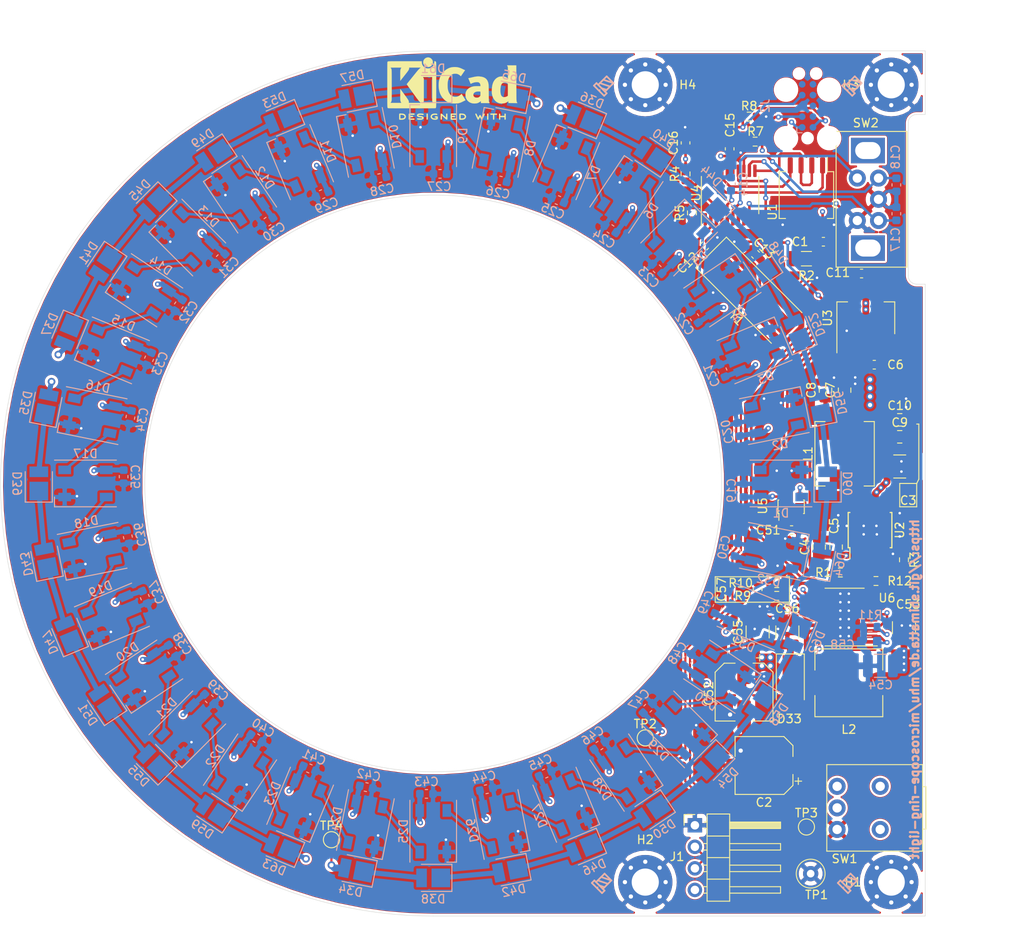
<source format=kicad_pcb>
(kicad_pcb (version 20171130) (host pcbnew 5.1.9)

  (general
    (thickness 1.6)
    (drawings 32)
    (tracks 1028)
    (zones 0)
    (modules 162)
    (nets 94)
  )

  (page A4)
  (layers
    (0 F.Cu signal)
    (1 In1.Cu power)
    (2 In2.Cu power)
    (31 B.Cu signal)
    (32 B.Adhes user)
    (33 F.Adhes user)
    (34 B.Paste user)
    (35 F.Paste user)
    (36 B.SilkS user)
    (37 F.SilkS user)
    (38 B.Mask user)
    (39 F.Mask user)
    (40 Dwgs.User user)
    (41 Cmts.User user)
    (42 Eco1.User user)
    (43 Eco2.User user)
    (44 Edge.Cuts user)
    (45 Margin user)
    (46 B.CrtYd user)
    (47 F.CrtYd user)
    (48 B.Fab user hide)
    (49 F.Fab user hide)
  )

  (setup
    (last_trace_width 0.3)
    (user_trace_width 0.3)
    (user_trace_width 0.6)
    (user_trace_width 0.8)
    (user_trace_width 2.5)
    (trace_clearance 0.2)
    (zone_clearance 0.4)
    (zone_45_only no)
    (trace_min 0.25)
    (via_size 0.8)
    (via_drill 0.4)
    (via_min_size 0.5)
    (via_min_drill 0.3)
    (user_via 0.6 0.3)
    (user_via 0.9 0.5)
    (uvia_size 0.3)
    (uvia_drill 0.1)
    (uvias_allowed no)
    (uvia_min_size 0.2)
    (uvia_min_drill 0.1)
    (edge_width 0.05)
    (segment_width 0.2)
    (pcb_text_width 0.3)
    (pcb_text_size 1.5 1.5)
    (mod_edge_width 0.12)
    (mod_text_size 1 1)
    (mod_text_width 0.15)
    (pad_size 1.205 1.55)
    (pad_drill 0)
    (pad_to_mask_clearance 0)
    (aux_axis_origin 70 70)
    (grid_origin 70 70)
    (visible_elements FFFFFF7F)
    (pcbplotparams
      (layerselection 0x010fc_ffffffff)
      (usegerberextensions true)
      (usegerberattributes true)
      (usegerberadvancedattributes true)
      (creategerberjobfile true)
      (excludeedgelayer true)
      (linewidth 0.100000)
      (plotframeref false)
      (viasonmask false)
      (mode 1)
      (useauxorigin false)
      (hpglpennumber 1)
      (hpglpenspeed 20)
      (hpglpendiameter 15.000000)
      (psnegative false)
      (psa4output false)
      (plotreference true)
      (plotvalue true)
      (plotinvisibletext false)
      (padsonsilk false)
      (subtractmaskfromsilk false)
      (outputformat 1)
      (mirror false)
      (drillshape 0)
      (scaleselection 1)
      (outputdirectory "gerber/"))
  )

  (net 0 "")
  (net 1 GND)
  (net 2 +3V3)
  (net 3 /TIM3_CH1)
  (net 4 /TIM3_CH2)
  (net 5 +12V)
  (net 6 +5V)
  (net 7 "Net-(D1-Pad4)")
  (net 8 "Net-(D1-Pad2)")
  (net 9 "Net-(D2-Pad4)")
  (net 10 "Net-(D3-Pad4)")
  (net 11 "Net-(D22-Pad4)")
  (net 12 "Net-(D4-Pad4)")
  (net 13 "Net-(D23-Pad4)")
  (net 14 "Net-(D5-Pad4)")
  (net 15 "Net-(D10-Pad2)")
  (net 16 "Net-(D10-Pad4)")
  (net 17 "Net-(D11-Pad4)")
  (net 18 "Net-(D12-Pad4)")
  (net 19 "Net-(D13-Pad4)")
  (net 20 "Net-(D14-Pad4)")
  (net 21 "Net-(D15-Pad4)")
  (net 22 "Net-(D16-Pad4)")
  (net 23 "Net-(D17-Pad4)")
  (net 24 "Net-(D18-Pad4)")
  (net 25 "Net-(D19-Pad4)")
  (net 26 "Net-(D20-Pad4)")
  (net 27 "Net-(D24-Pad4)")
  (net 28 /DMX+)
  (net 29 /DMX-)
  (net 30 /~RESET)
  (net 31 /STM_RX)
  (net 32 /STM_TX)
  (net 33 /SWCLK)
  (net 34 /SWDIO)
  (net 35 "/LED Grave/SK6812_DATA_IN")
  (net 36 /BUTTON)
  (net 37 "Net-(L1-Pad1)")
  (net 38 "Net-(C12-Pad1)")
  (net 39 "Net-(C13-Pad1)")
  (net 40 "Net-(D6-Pad4)")
  (net 41 "Net-(D7-Pad4)")
  (net 42 "Net-(D8-Pad4)")
  (net 43 "Net-(D21-Pad4)")
  (net 44 "Net-(D25-Pad4)")
  (net 45 "Net-(D26-Pad4)")
  (net 46 "Net-(D27-Pad4)")
  (net 47 "Net-(D28-Pad4)")
  (net 48 "Net-(D29-Pad4)")
  (net 49 "Net-(J1-Pad4)")
  (net 50 "Net-(D34-Pad1)")
  (net 51 "Net-(D35-Pad1)")
  (net 52 "Net-(D36-Pad1)")
  (net 53 "Net-(D37-Pad1)")
  (net 54 "Net-(D38-Pad1)")
  (net 55 "Net-(D39-Pad1)")
  (net 56 "Net-(D40-Pad1)")
  (net 57 "Net-(D41-Pad1)")
  (net 58 "Net-(D42-Pad1)")
  (net 59 "Net-(D43-Pad1)")
  (net 60 "Net-(D44-Pad1)")
  (net 61 "Net-(D45-Pad1)")
  (net 62 "Net-(D46-Pad1)")
  (net 63 "Net-(D47-Pad1)")
  (net 64 "Net-(D48-Pad1)")
  (net 65 "Net-(D49-Pad1)")
  (net 66 "Net-(D50-Pad1)")
  (net 67 "Net-(D51-Pad1)")
  (net 68 "Net-(D52-Pad1)")
  (net 69 "Net-(D53-Pad1)")
  (net 70 "Net-(D54-Pad1)")
  (net 71 "Net-(D55-Pad1)")
  (net 72 "Net-(D56-Pad1)")
  (net 73 "Net-(D57-Pad1)")
  (net 74 "Net-(D58-Pad1)")
  (net 75 "Net-(D59-Pad1)")
  (net 76 "Net-(D60-Pad1)")
  (net 77 "Net-(D61-Pad1)")
  (net 78 "Net-(D62-Pad1)")
  (net 79 "Net-(D63-Pad1)")
  (net 80 "Net-(R1-Pad2)")
  (net 81 /DMX_~RX~TX)
  (net 82 /WHITE_PWM)
  (net 83 /WhiteLEDs/LED_SUPPLY)
  (net 84 "Net-(D30-Pad4)")
  (net 85 "Net-(C57-Pad2)")
  (net 86 "Net-(C58-Pad1)")
  (net 87 "Net-(D31-Pad4)")
  (net 88 "Net-(D33-Pad2)")
  (net 89 "Net-(D64-Pad1)")
  (net 90 "Net-(D65-Pad1)")
  (net 91 "Net-(R5-Pad1)")
  (net 92 "Net-(R11-Pad2)")
  (net 93 "Net-(R12-Pad1)")

  (net_class Default "This is the default net class."
    (clearance 0.2)
    (trace_width 0.25)
    (via_dia 0.8)
    (via_drill 0.4)
    (uvia_dia 0.3)
    (uvia_drill 0.1)
    (diff_pair_width 0.3)
    (diff_pair_gap 0.26)
    (add_net +12V)
    (add_net +3V3)
    (add_net +5V)
    (add_net /BUTTON)
    (add_net /DMX_~RX~TX)
    (add_net "/LED Grave/SK6812_DATA_IN")
    (add_net /STM_RX)
    (add_net /STM_TX)
    (add_net /SWCLK)
    (add_net /SWDIO)
    (add_net /TIM3_CH1)
    (add_net /TIM3_CH2)
    (add_net /WHITE_PWM)
    (add_net /~RESET)
    (add_net GND)
    (add_net "Net-(C12-Pad1)")
    (add_net "Net-(C13-Pad1)")
    (add_net "Net-(C57-Pad2)")
    (add_net "Net-(C58-Pad1)")
    (add_net "Net-(D1-Pad2)")
    (add_net "Net-(D1-Pad4)")
    (add_net "Net-(D10-Pad2)")
    (add_net "Net-(D10-Pad4)")
    (add_net "Net-(D11-Pad4)")
    (add_net "Net-(D12-Pad4)")
    (add_net "Net-(D13-Pad4)")
    (add_net "Net-(D14-Pad4)")
    (add_net "Net-(D15-Pad4)")
    (add_net "Net-(D16-Pad4)")
    (add_net "Net-(D17-Pad4)")
    (add_net "Net-(D18-Pad4)")
    (add_net "Net-(D19-Pad4)")
    (add_net "Net-(D2-Pad4)")
    (add_net "Net-(D20-Pad4)")
    (add_net "Net-(D21-Pad4)")
    (add_net "Net-(D22-Pad4)")
    (add_net "Net-(D23-Pad4)")
    (add_net "Net-(D24-Pad4)")
    (add_net "Net-(D25-Pad4)")
    (add_net "Net-(D26-Pad4)")
    (add_net "Net-(D27-Pad4)")
    (add_net "Net-(D28-Pad4)")
    (add_net "Net-(D29-Pad4)")
    (add_net "Net-(D3-Pad4)")
    (add_net "Net-(D30-Pad4)")
    (add_net "Net-(D31-Pad4)")
    (add_net "Net-(D32-Pad4)")
    (add_net "Net-(D33-Pad2)")
    (add_net "Net-(D34-Pad1)")
    (add_net "Net-(D35-Pad1)")
    (add_net "Net-(D36-Pad1)")
    (add_net "Net-(D37-Pad1)")
    (add_net "Net-(D38-Pad1)")
    (add_net "Net-(D39-Pad1)")
    (add_net "Net-(D4-Pad4)")
    (add_net "Net-(D40-Pad1)")
    (add_net "Net-(D41-Pad1)")
    (add_net "Net-(D42-Pad1)")
    (add_net "Net-(D43-Pad1)")
    (add_net "Net-(D44-Pad1)")
    (add_net "Net-(D45-Pad1)")
    (add_net "Net-(D46-Pad1)")
    (add_net "Net-(D47-Pad1)")
    (add_net "Net-(D48-Pad1)")
    (add_net "Net-(D49-Pad1)")
    (add_net "Net-(D5-Pad4)")
    (add_net "Net-(D50-Pad1)")
    (add_net "Net-(D51-Pad1)")
    (add_net "Net-(D52-Pad1)")
    (add_net "Net-(D53-Pad1)")
    (add_net "Net-(D54-Pad1)")
    (add_net "Net-(D55-Pad1)")
    (add_net "Net-(D56-Pad1)")
    (add_net "Net-(D57-Pad1)")
    (add_net "Net-(D58-Pad1)")
    (add_net "Net-(D59-Pad1)")
    (add_net "Net-(D6-Pad4)")
    (add_net "Net-(D60-Pad1)")
    (add_net "Net-(D61-Pad1)")
    (add_net "Net-(D62-Pad1)")
    (add_net "Net-(D63-Pad1)")
    (add_net "Net-(D64-Pad1)")
    (add_net "Net-(D65-Pad1)")
    (add_net "Net-(D7-Pad4)")
    (add_net "Net-(D8-Pad4)")
    (add_net "Net-(J1-Pad4)")
    (add_net "Net-(J2-Pad5)")
    (add_net "Net-(J2-Pad6)")
    (add_net "Net-(J2-Pad7)")
    (add_net "Net-(J2-Pad8)")
    (add_net "Net-(J2-Pad9)")
    (add_net "Net-(L1-Pad1)")
    (add_net "Net-(R1-Pad2)")
    (add_net "Net-(R11-Pad2)")
    (add_net "Net-(R12-Pad1)")
    (add_net "Net-(R5-Pad1)")
    (add_net "Net-(SW1-Pad1)")
    (add_net "Net-(U4-Pad10)")
    (add_net "Net-(U4-Pad7)")
    (add_net "Net-(U4-Pad8)")
    (add_net "Net-(U6-Pad19)")
    (add_net "Net-(U6-Pad5)")
    (add_net "Net-(U6-Pad8)")
  )

  (net_class DMX-DIFF120 ""
    (clearance 0.2)
    (trace_width 0.25)
    (via_dia 0.6)
    (via_drill 0.3)
    (uvia_dia 0.3)
    (uvia_drill 0.1)
    (diff_pair_width 0.25)
    (diff_pair_gap 0.3)
    (add_net /DMX+)
    (add_net /DMX-)
  )

  (net_class LED_SUPPLY ""
    (clearance 0.35)
    (trace_width 0.25)
    (via_dia 0.8)
    (via_drill 0.4)
    (uvia_dia 0.3)
    (uvia_drill 0.1)
    (diff_pair_width 0.3)
    (diff_pair_gap 0.25)
    (add_net /WhiteLEDs/LED_SUPPLY)
  )

  (module Capacitor_SMD:C_0805_2012Metric (layer F.Cu) (tedit 5F68FEEE) (tstamp 60622F58)
    (at 125 62.5)
    (descr "Capacitor SMD 0805 (2012 Metric), square (rectangular) end terminal, IPC_7351 nominal, (Body size source: IPC-SM-782 page 76, https://www.pcb-3d.com/wordpress/wp-content/uploads/ipc-sm-782a_amendment_1_and_2.pdf, https://docs.google.com/spreadsheets/d/1BsfQQcO9C6DZCsRaXUlFlo91Tg2WpOkGARC1WS5S8t0/edit?usp=sharing), generated with kicad-footprint-generator")
    (tags capacitor)
    (path /600E7362)
    (attr smd)
    (fp_text reference C10 (at 0 -1.68) (layer F.SilkS)
      (effects (font (size 1 1) (thickness 0.15)))
    )
    (fp_text value 10u (at 0 1.68) (layer F.Fab)
      (effects (font (size 1 1) (thickness 0.15)))
    )
    (fp_text user %R (at 0 0) (layer F.Fab)
      (effects (font (size 0.5 0.5) (thickness 0.08)))
    )
    (fp_line (start -1 0.625) (end -1 -0.625) (layer F.Fab) (width 0.1))
    (fp_line (start -1 -0.625) (end 1 -0.625) (layer F.Fab) (width 0.1))
    (fp_line (start 1 -0.625) (end 1 0.625) (layer F.Fab) (width 0.1))
    (fp_line (start 1 0.625) (end -1 0.625) (layer F.Fab) (width 0.1))
    (fp_line (start -0.261252 -0.735) (end 0.261252 -0.735) (layer F.SilkS) (width 0.12))
    (fp_line (start -0.261252 0.735) (end 0.261252 0.735) (layer F.SilkS) (width 0.12))
    (fp_line (start -1.7 0.98) (end -1.7 -0.98) (layer F.CrtYd) (width 0.05))
    (fp_line (start -1.7 -0.98) (end 1.7 -0.98) (layer F.CrtYd) (width 0.05))
    (fp_line (start 1.7 -0.98) (end 1.7 0.98) (layer F.CrtYd) (width 0.05))
    (fp_line (start 1.7 0.98) (end -1.7 0.98) (layer F.CrtYd) (width 0.05))
    (pad 2 smd roundrect (at 0.95 0) (size 1 1.45) (layers F.Cu F.Paste F.Mask) (roundrect_rratio 0.25)
      (net 1 GND))
    (pad 1 smd roundrect (at -0.95 0) (size 1 1.45) (layers F.Cu F.Paste F.Mask) (roundrect_rratio 0.25)
      (net 6 +5V))
    (model ${KISYS3DMOD}/Capacitor_SMD.3dshapes/C_0805_2012Metric.wrl
      (at (xyz 0 0 0))
      (scale (xyz 1 1 1))
      (rotate (xyz 0 0 0))
    )
  )

  (module Capacitor_SMD:C_0805_2012Metric (layer F.Cu) (tedit 5F68FEEE) (tstamp 60622E53)
    (at 125 64.5)
    (descr "Capacitor SMD 0805 (2012 Metric), square (rectangular) end terminal, IPC_7351 nominal, (Body size source: IPC-SM-782 page 76, https://www.pcb-3d.com/wordpress/wp-content/uploads/ipc-sm-782a_amendment_1_and_2.pdf, https://docs.google.com/spreadsheets/d/1BsfQQcO9C6DZCsRaXUlFlo91Tg2WpOkGARC1WS5S8t0/edit?usp=sharing), generated with kicad-footprint-generator")
    (tags capacitor)
    (path /600E6713)
    (attr smd)
    (fp_text reference C9 (at 0 -1.68) (layer F.SilkS)
      (effects (font (size 1 1) (thickness 0.15)))
    )
    (fp_text value 10u (at 0 1.68) (layer F.Fab)
      (effects (font (size 1 1) (thickness 0.15)))
    )
    (fp_text user %R (at 0 0) (layer F.Fab)
      (effects (font (size 0.5 0.5) (thickness 0.08)))
    )
    (fp_line (start -1 0.625) (end -1 -0.625) (layer F.Fab) (width 0.1))
    (fp_line (start -1 -0.625) (end 1 -0.625) (layer F.Fab) (width 0.1))
    (fp_line (start 1 -0.625) (end 1 0.625) (layer F.Fab) (width 0.1))
    (fp_line (start 1 0.625) (end -1 0.625) (layer F.Fab) (width 0.1))
    (fp_line (start -0.261252 -0.735) (end 0.261252 -0.735) (layer F.SilkS) (width 0.12))
    (fp_line (start -0.261252 0.735) (end 0.261252 0.735) (layer F.SilkS) (width 0.12))
    (fp_line (start -1.7 0.98) (end -1.7 -0.98) (layer F.CrtYd) (width 0.05))
    (fp_line (start -1.7 -0.98) (end 1.7 -0.98) (layer F.CrtYd) (width 0.05))
    (fp_line (start 1.7 -0.98) (end 1.7 0.98) (layer F.CrtYd) (width 0.05))
    (fp_line (start 1.7 0.98) (end -1.7 0.98) (layer F.CrtYd) (width 0.05))
    (pad 2 smd roundrect (at 0.95 0) (size 1 1.45) (layers F.Cu F.Paste F.Mask) (roundrect_rratio 0.25)
      (net 1 GND))
    (pad 1 smd roundrect (at -0.95 0) (size 1 1.45) (layers F.Cu F.Paste F.Mask) (roundrect_rratio 0.25)
      (net 6 +5V))
    (model ${KISYS3DMOD}/Capacitor_SMD.3dshapes/C_0805_2012Metric.wrl
      (at (xyz 0 0 0))
      (scale (xyz 1 1 1))
      (rotate (xyz 0 0 0))
    )
  )

  (module Capacitor_SMD:C_0805_2012Metric (layer F.Cu) (tedit 5F68FEEE) (tstamp 60622F22)
    (at 116.25 59 90)
    (descr "Capacitor SMD 0805 (2012 Metric), square (rectangular) end terminal, IPC_7351 nominal, (Body size source: IPC-SM-782 page 76, https://www.pcb-3d.com/wordpress/wp-content/uploads/ipc-sm-782a_amendment_1_and_2.pdf, https://docs.google.com/spreadsheets/d/1BsfQQcO9C6DZCsRaXUlFlo91Tg2WpOkGARC1WS5S8t0/edit?usp=sharing), generated with kicad-footprint-generator")
    (tags capacitor)
    (path /600E635C)
    (attr smd)
    (fp_text reference C8 (at 0 -1.68 90) (layer F.SilkS)
      (effects (font (size 1 1) (thickness 0.15)))
    )
    (fp_text value 10u (at 0 1.68 90) (layer F.Fab)
      (effects (font (size 1 1) (thickness 0.15)))
    )
    (fp_text user %R (at 0 0 90) (layer F.Fab)
      (effects (font (size 0.5 0.5) (thickness 0.08)))
    )
    (fp_line (start -1 0.625) (end -1 -0.625) (layer F.Fab) (width 0.1))
    (fp_line (start -1 -0.625) (end 1 -0.625) (layer F.Fab) (width 0.1))
    (fp_line (start 1 -0.625) (end 1 0.625) (layer F.Fab) (width 0.1))
    (fp_line (start 1 0.625) (end -1 0.625) (layer F.Fab) (width 0.1))
    (fp_line (start -0.261252 -0.735) (end 0.261252 -0.735) (layer F.SilkS) (width 0.12))
    (fp_line (start -0.261252 0.735) (end 0.261252 0.735) (layer F.SilkS) (width 0.12))
    (fp_line (start -1.7 0.98) (end -1.7 -0.98) (layer F.CrtYd) (width 0.05))
    (fp_line (start -1.7 -0.98) (end 1.7 -0.98) (layer F.CrtYd) (width 0.05))
    (fp_line (start 1.7 -0.98) (end 1.7 0.98) (layer F.CrtYd) (width 0.05))
    (fp_line (start 1.7 0.98) (end -1.7 0.98) (layer F.CrtYd) (width 0.05))
    (pad 2 smd roundrect (at 0.95 0 90) (size 1 1.45) (layers F.Cu F.Paste F.Mask) (roundrect_rratio 0.25)
      (net 1 GND))
    (pad 1 smd roundrect (at -0.95 0 90) (size 1 1.45) (layers F.Cu F.Paste F.Mask) (roundrect_rratio 0.25)
      (net 6 +5V))
    (model ${KISYS3DMOD}/Capacitor_SMD.3dshapes/C_0805_2012Metric.wrl
      (at (xyz 0 0 0))
      (scale (xyz 1 1 1))
      (rotate (xyz 0 0 0))
    )
  )

  (module Capacitor_SMD:C_0805_2012Metric (layer F.Cu) (tedit 5F68FEEE) (tstamp 60622FFD)
    (at 118.5 59 90)
    (descr "Capacitor SMD 0805 (2012 Metric), square (rectangular) end terminal, IPC_7351 nominal, (Body size source: IPC-SM-782 page 76, https://www.pcb-3d.com/wordpress/wp-content/uploads/ipc-sm-782a_amendment_1_and_2.pdf, https://docs.google.com/spreadsheets/d/1BsfQQcO9C6DZCsRaXUlFlo91Tg2WpOkGARC1WS5S8t0/edit?usp=sharing), generated with kicad-footprint-generator")
    (tags capacitor)
    (path /600E5144)
    (attr smd)
    (fp_text reference C7 (at 0 -1.68 90) (layer F.SilkS)
      (effects (font (size 1 1) (thickness 0.15)))
    )
    (fp_text value 10u (at 0 1.68 90) (layer F.Fab)
      (effects (font (size 1 1) (thickness 0.15)))
    )
    (fp_text user %R (at 0 0 90) (layer F.Fab)
      (effects (font (size 0.5 0.5) (thickness 0.08)))
    )
    (fp_line (start -1 0.625) (end -1 -0.625) (layer F.Fab) (width 0.1))
    (fp_line (start -1 -0.625) (end 1 -0.625) (layer F.Fab) (width 0.1))
    (fp_line (start 1 -0.625) (end 1 0.625) (layer F.Fab) (width 0.1))
    (fp_line (start 1 0.625) (end -1 0.625) (layer F.Fab) (width 0.1))
    (fp_line (start -0.261252 -0.735) (end 0.261252 -0.735) (layer F.SilkS) (width 0.12))
    (fp_line (start -0.261252 0.735) (end 0.261252 0.735) (layer F.SilkS) (width 0.12))
    (fp_line (start -1.7 0.98) (end -1.7 -0.98) (layer F.CrtYd) (width 0.05))
    (fp_line (start -1.7 -0.98) (end 1.7 -0.98) (layer F.CrtYd) (width 0.05))
    (fp_line (start 1.7 -0.98) (end 1.7 0.98) (layer F.CrtYd) (width 0.05))
    (fp_line (start 1.7 0.98) (end -1.7 0.98) (layer F.CrtYd) (width 0.05))
    (pad 2 smd roundrect (at 0.95 0 90) (size 1 1.45) (layers F.Cu F.Paste F.Mask) (roundrect_rratio 0.25)
      (net 1 GND))
    (pad 1 smd roundrect (at -0.95 0 90) (size 1 1.45) (layers F.Cu F.Paste F.Mask) (roundrect_rratio 0.25)
      (net 6 +5V))
    (model ${KISYS3DMOD}/Capacitor_SMD.3dshapes/C_0805_2012Metric.wrl
      (at (xyz 0 0 0))
      (scale (xyz 1 1 1))
      (rotate (xyz 0 0 0))
    )
  )

  (module shimatta_inductor:FerroCore_DE0704 (layer F.Cu) (tedit 606204E6) (tstamp 6062A4A1)
    (at 119 93.5 180)
    (path /606770DB/60625C92)
    (fp_text reference L2 (at 0 -5.5) (layer F.SilkS)
      (effects (font (size 1 1) (thickness 0.15)))
    )
    (fp_text value DE0704-22 (at 0 -2) (layer F.Fab)
      (effects (font (size 1 1) (thickness 0.15)))
    )
    (fp_circle (center 0 0) (end 3.25 0) (layer F.Fab) (width 0.12))
    (fp_line (start -3.75 2.75) (end -3.75 -2.75) (layer F.Fab) (width 0.12))
    (fp_line (start 2.75 3.75) (end -2.75 3.75) (layer F.Fab) (width 0.12))
    (fp_line (start 3.75 -2.75) (end 3.75 2.75) (layer F.Fab) (width 0.12))
    (fp_line (start -2.75 -3.75) (end 2.75 -3.75) (layer F.Fab) (width 0.12))
    (fp_line (start -4.5 4) (end -4.5 -4) (layer F.CrtYd) (width 0.12))
    (fp_line (start 4.5 4) (end -4.5 4) (layer F.CrtYd) (width 0.12))
    (fp_line (start 4.5 -4) (end 4.5 4) (layer F.CrtYd) (width 0.12))
    (fp_line (start -4.5 -4) (end 4.5 -4) (layer F.CrtYd) (width 0.12))
    (fp_line (start -4 -1.5) (end -4 -4) (layer F.SilkS) (width 0.12))
    (fp_line (start -4 -4) (end 4 -4) (layer F.SilkS) (width 0.12))
    (fp_line (start 4 -4) (end 4 -1.5) (layer F.SilkS) (width 0.12))
    (fp_line (start 4 1.5) (end 4 4) (layer F.SilkS) (width 0.12))
    (fp_line (start 4 4) (end -4 4) (layer F.SilkS) (width 0.12))
    (fp_line (start -4 4) (end -4 1.5) (layer F.SilkS) (width 0.12))
    (fp_arc (start -2.75 2.75) (end -3.75 2.75) (angle -90) (layer F.Fab) (width 0.12))
    (fp_arc (start 2.75 2.75) (end 2.75 3.75) (angle -90) (layer F.Fab) (width 0.12))
    (fp_arc (start 2.75 -2.75) (end 3.75 -2.75) (angle -90) (layer F.Fab) (width 0.12))
    (fp_arc (start -2.75 -2.75) (end -2.75 -3.75) (angle -90) (layer F.Fab) (width 0.12))
    (pad 2 smd rect (at 3.5 0 180) (size 1.6 2.2) (layers F.Cu F.Paste F.Mask)
      (net 88 "Net-(D33-Pad2)"))
    (pad 1 smd rect (at -3.5 0 180) (size 1.6 2.2) (layers F.Cu F.Paste F.Mask)
      (net 5 +12V))
  )

  (module Symbol:KiCad-Logo2_6mm_SilkScreen (layer F.Cu) (tedit 0) (tstamp 6061956D)
    (at 72.25 22.75)
    (descr "KiCad Logo")
    (tags "Logo KiCad")
    (attr virtual)
    (fp_text reference REF** (at 0 -5.08) (layer F.SilkS) hide
      (effects (font (size 1 1) (thickness 0.15)))
    )
    (fp_text value KiCad-Logo2_6mm_SilkScreen (at 0 6.35) (layer F.Fab) hide
      (effects (font (size 1 1) (thickness 0.15)))
    )
    (fp_poly (pts (xy -5.955743 -2.526311) (xy -5.69122 -2.526275) (xy -5.568088 -2.52627) (xy -3.597189 -2.52627)
      (xy -3.597189 -2.41009) (xy -3.584789 -2.268709) (xy -3.547364 -2.138316) (xy -3.484577 -2.018138)
      (xy -3.396094 -1.907398) (xy -3.366157 -1.877489) (xy -3.258466 -1.792652) (xy -3.139725 -1.730779)
      (xy -3.01346 -1.691841) (xy -2.883197 -1.67581) (xy -2.752465 -1.682658) (xy -2.624788 -1.712357)
      (xy -2.503695 -1.76488) (xy -2.392712 -1.840197) (xy -2.342868 -1.885637) (xy -2.249983 -1.997048)
      (xy -2.181873 -2.119565) (xy -2.139129 -2.251785) (xy -2.122347 -2.392308) (xy -2.122124 -2.406133)
      (xy -2.121244 -2.526266) (xy -2.068443 -2.526268) (xy -2.021604 -2.519911) (xy -1.978817 -2.504444)
      (xy -1.975989 -2.502846) (xy -1.966325 -2.497832) (xy -1.957451 -2.493927) (xy -1.949335 -2.489993)
      (xy -1.941943 -2.484894) (xy -1.935245 -2.477492) (xy -1.929208 -2.466649) (xy -1.923801 -2.451228)
      (xy -1.91899 -2.430091) (xy -1.914745 -2.402101) (xy -1.911032 -2.366121) (xy -1.907821 -2.321013)
      (xy -1.905078 -2.26564) (xy -1.902772 -2.198863) (xy -1.900871 -2.119547) (xy -1.899342 -2.026553)
      (xy -1.898154 -1.918743) (xy -1.897274 -1.794981) (xy -1.89667 -1.654129) (xy -1.896311 -1.49505)
      (xy -1.896165 -1.316605) (xy -1.896198 -1.117658) (xy -1.89638 -0.897071) (xy -1.896677 -0.653707)
      (xy -1.897059 -0.386428) (xy -1.897492 -0.094097) (xy -1.897945 0.224424) (xy -1.897998 0.26323)
      (xy -1.898404 0.583782) (xy -1.898749 0.878012) (xy -1.899069 1.147056) (xy -1.8994 1.392052)
      (xy -1.899779 1.614137) (xy -1.900243 1.814447) (xy -1.900828 1.994119) (xy -1.90157 2.15429)
      (xy -1.902506 2.296098) (xy -1.903673 2.420679) (xy -1.905107 2.52917) (xy -1.906844 2.622707)
      (xy -1.908922 2.702429) (xy -1.911376 2.769472) (xy -1.914244 2.824973) (xy -1.917561 2.870068)
      (xy -1.921364 2.905895) (xy -1.92569 2.933591) (xy -1.930575 2.954293) (xy -1.936055 2.969137)
      (xy -1.942168 2.97926) (xy -1.94895 2.9858) (xy -1.956437 2.989893) (xy -1.964666 2.992676)
      (xy -1.973673 2.995287) (xy -1.983495 2.998862) (xy -1.985894 2.99995) (xy -1.993435 3.002396)
      (xy -2.006056 3.004642) (xy -2.024859 3.006698) (xy -2.050947 3.008572) (xy -2.085422 3.010271)
      (xy -2.129385 3.011803) (xy -2.183939 3.013177) (xy -2.250185 3.0144) (xy -2.329226 3.015481)
      (xy -2.422163 3.016427) (xy -2.530099 3.017247) (xy -2.654136 3.017947) (xy -2.795376 3.018538)
      (xy -2.954921 3.019025) (xy -3.133872 3.019419) (xy -3.333332 3.019725) (xy -3.554404 3.019953)
      (xy -3.798188 3.02011) (xy -4.065787 3.020205) (xy -4.358303 3.020245) (xy -4.676839 3.020238)
      (xy -4.780021 3.020228) (xy -5.105623 3.020176) (xy -5.404881 3.020091) (xy -5.678909 3.019963)
      (xy -5.928824 3.019785) (xy -6.15574 3.019548) (xy -6.360773 3.019242) (xy -6.545038 3.01886)
      (xy -6.70965 3.018392) (xy -6.855725 3.01783) (xy -6.984376 3.017165) (xy -7.096721 3.016388)
      (xy -7.193874 3.015491) (xy -7.27695 3.014465) (xy -7.347064 3.013301) (xy -7.405332 3.011991)
      (xy -7.452869 3.010525) (xy -7.49079 3.008896) (xy -7.52021 3.007093) (xy -7.542245 3.00511)
      (xy -7.55801 3.002936) (xy -7.56862 3.000563) (xy -7.574404 2.998391) (xy -7.584684 2.994056)
      (xy -7.594122 2.990859) (xy -7.602755 2.987665) (xy -7.610619 2.983338) (xy -7.617748 2.976744)
      (xy -7.624179 2.966747) (xy -7.629947 2.952212) (xy -7.635089 2.932003) (xy -7.63964 2.904985)
      (xy -7.643635 2.870023) (xy -7.647111 2.825981) (xy -7.650102 2.771724) (xy -7.652646 2.706117)
      (xy -7.654777 2.628024) (xy -7.656532 2.53631) (xy -7.657945 2.42984) (xy -7.658315 2.388973)
      (xy -7.291884 2.388973) (xy -5.996734 2.388973) (xy -6.021655 2.351217) (xy -6.046447 2.312417)
      (xy -6.06744 2.275469) (xy -6.084935 2.237788) (xy -6.09923 2.196788) (xy -6.110623 2.149883)
      (xy -6.119413 2.094487) (xy -6.125898 2.028016) (xy -6.130377 1.947883) (xy -6.13315 1.851502)
      (xy -6.134513 1.736289) (xy -6.134767 1.599657) (xy -6.134209 1.43902) (xy -6.133893 1.379382)
      (xy -6.130325 0.740041) (xy -5.725298 1.291449) (xy -5.610554 1.447876) (xy -5.511143 1.584088)
      (xy -5.42599 1.70189) (xy -5.354022 1.803084) (xy -5.294166 1.889477) (xy -5.245348 1.962874)
      (xy -5.206495 2.025077) (xy -5.176534 2.077893) (xy -5.154391 2.123125) (xy -5.138993 2.162578)
      (xy -5.129266 2.198058) (xy -5.124137 2.231368) (xy -5.122532 2.264313) (xy -5.123379 2.298697)
      (xy -5.123595 2.303019) (xy -5.128054 2.389031) (xy -3.708692 2.388973) (xy -3.814265 2.282522)
      (xy -3.842913 2.253406) (xy -3.87009 2.225076) (xy -3.896989 2.195968) (xy -3.924803 2.16452)
      (xy -3.954725 2.129169) (xy -3.987946 2.088354) (xy -4.025661 2.040511) (xy -4.06906 1.984079)
      (xy -4.119338 1.917494) (xy -4.177688 1.839195) (xy -4.2453 1.747619) (xy -4.323369 1.641204)
      (xy -4.413088 1.518387) (xy -4.515648 1.377605) (xy -4.632242 1.217297) (xy -4.727809 1.085798)
      (xy -4.847749 0.920596) (xy -4.95238 0.776152) (xy -5.042648 0.651094) (xy -5.119503 0.544052)
      (xy -5.183891 0.453654) (xy -5.236761 0.378529) (xy -5.27906 0.317304) (xy -5.311736 0.26861)
      (xy -5.335738 0.231074) (xy -5.352013 0.203325) (xy -5.361508 0.183992) (xy -5.365173 0.171703)
      (xy -5.364071 0.165242) (xy -5.350724 0.148048) (xy -5.321866 0.111655) (xy -5.27924 0.058224)
      (xy -5.224585 -0.010081) (xy -5.159644 -0.091097) (xy -5.086158 -0.18266) (xy -5.005868 -0.282608)
      (xy -4.920515 -0.388776) (xy -4.83184 -0.499003) (xy -4.741586 -0.611124) (xy -4.691944 -0.672756)
      (xy -3.459373 -0.672756) (xy -3.408146 -0.580081) (xy -3.356919 -0.487405) (xy -3.356919 2.203622)
      (xy -3.408146 2.296298) (xy -3.459373 2.388973) (xy -2.853396 2.388973) (xy -2.708734 2.388931)
      (xy -2.589244 2.388741) (xy -2.492642 2.388308) (xy -2.416642 2.387536) (xy -2.358957 2.38633)
      (xy -2.317301 2.384594) (xy -2.289389 2.382232) (xy -2.272935 2.37915) (xy -2.265652 2.375251)
      (xy -2.265255 2.37044) (xy -2.269458 2.364622) (xy -2.269501 2.364574) (xy -2.286813 2.339532)
      (xy -2.309736 2.298815) (xy -2.329981 2.258168) (xy -2.368379 2.176162) (xy -2.376211 -0.672756)
      (xy -3.459373 -0.672756) (xy -4.691944 -0.672756) (xy -4.651493 -0.722976) (xy -4.563302 -0.832396)
      (xy -4.478754 -0.937222) (xy -4.399592 -1.035289) (xy -4.327556 -1.124434) (xy -4.264387 -1.202495)
      (xy -4.211827 -1.267308) (xy -4.171617 -1.31671) (xy -4.148 -1.345513) (xy -4.05629 -1.453222)
      (xy -3.96806 -1.55042) (xy -3.886403 -1.633924) (xy -3.81441 -1.700552) (xy -3.763319 -1.741401)
      (xy -3.702907 -1.784865) (xy -5.092298 -1.784865) (xy -5.091908 -1.703334) (xy -5.095791 -1.643394)
      (xy -5.11039 -1.587823) (xy -5.132988 -1.535145) (xy -5.147678 -1.505385) (xy -5.163472 -1.475897)
      (xy -5.181814 -1.444724) (xy -5.204145 -1.409907) (xy -5.231909 -1.36949) (xy -5.266549 -1.321514)
      (xy -5.309507 -1.264022) (xy -5.362227 -1.195057) (xy -5.426151 -1.112661) (xy -5.502721 -1.014876)
      (xy -5.593381 -0.899745) (xy -5.699574 -0.76531) (xy -5.711568 -0.750141) (xy -6.130325 -0.220588)
      (xy -6.134378 -0.807078) (xy -6.135195 -0.982749) (xy -6.135021 -1.131468) (xy -6.133849 -1.253725)
      (xy -6.131669 -1.350011) (xy -6.128474 -1.420817) (xy -6.124256 -1.466631) (xy -6.122838 -1.475321)
      (xy -6.100591 -1.566865) (xy -6.071443 -1.649392) (xy -6.038182 -1.715747) (xy -6.0182 -1.74389)
      (xy -5.983722 -1.784865) (xy -6.637914 -1.784865) (xy -6.793969 -1.784731) (xy -6.924467 -1.784297)
      (xy -7.03131 -1.783511) (xy -7.116398 -1.782324) (xy -7.181635 -1.780683) (xy -7.228921 -1.778539)
      (xy -7.260157 -1.775841) (xy -7.277246 -1.772538) (xy -7.282088 -1.768579) (xy -7.281753 -1.767702)
      (xy -7.267885 -1.746769) (xy -7.244732 -1.713588) (xy -7.232754 -1.696807) (xy -7.220369 -1.68006)
      (xy -7.209237 -1.665085) (xy -7.199288 -1.650406) (xy -7.190451 -1.634551) (xy -7.182657 -1.616045)
      (xy -7.175835 -1.593415) (xy -7.169916 -1.565187) (xy -7.164829 -1.529887) (xy -7.160504 -1.486042)
      (xy -7.156871 -1.432178) (xy -7.15386 -1.36682) (xy -7.151401 -1.288496) (xy -7.149423 -1.195732)
      (xy -7.147858 -1.087053) (xy -7.146634 -0.960987) (xy -7.145681 -0.816058) (xy -7.14493 -0.650794)
      (xy -7.144311 -0.463721) (xy -7.143752 -0.253365) (xy -7.143185 -0.018252) (xy -7.142655 0.197741)
      (xy -7.142155 0.438535) (xy -7.141895 0.668274) (xy -7.141868 0.885493) (xy -7.142067 1.088722)
      (xy -7.142486 1.276496) (xy -7.143118 1.447345) (xy -7.143956 1.599803) (xy -7.144992 1.732403)
      (xy -7.14622 1.843676) (xy -7.147633 1.932156) (xy -7.149225 1.996375) (xy -7.150987 2.034865)
      (xy -7.151321 2.038933) (xy -7.163466 2.132248) (xy -7.182427 2.20719) (xy -7.211302 2.272594)
      (xy -7.25319 2.337293) (xy -7.258429 2.344352) (xy -7.291884 2.388973) (xy -7.658315 2.388973)
      (xy -7.659054 2.307479) (xy -7.659893 2.16809) (xy -7.660498 2.010539) (xy -7.660905 1.833691)
      (xy -7.66115 1.63641) (xy -7.661267 1.41756) (xy -7.661295 1.176007) (xy -7.661267 0.910615)
      (xy -7.66122 0.620249) (xy -7.66119 0.303773) (xy -7.661189 0.240946) (xy -7.661172 -0.078863)
      (xy -7.661112 -0.372339) (xy -7.661002 -0.64061) (xy -7.660833 -0.884802) (xy -7.660597 -1.106043)
      (xy -7.660284 -1.30546) (xy -7.659885 -1.48418) (xy -7.659393 -1.643329) (xy -7.658797 -1.784034)
      (xy -7.65809 -1.907424) (xy -7.657263 -2.014624) (xy -7.656307 -2.106762) (xy -7.655213 -2.184965)
      (xy -7.653973 -2.250359) (xy -7.652578 -2.304072) (xy -7.651018 -2.347231) (xy -7.649286 -2.380963)
      (xy -7.647372 -2.406395) (xy -7.645268 -2.424653) (xy -7.642966 -2.436866) (xy -7.640455 -2.444159)
      (xy -7.640363 -2.444341) (xy -7.635192 -2.455482) (xy -7.630885 -2.465569) (xy -7.626121 -2.474654)
      (xy -7.619578 -2.482788) (xy -7.609935 -2.490024) (xy -7.595871 -2.496414) (xy -7.576063 -2.502011)
      (xy -7.549191 -2.506867) (xy -7.513933 -2.511034) (xy -7.468968 -2.514564) (xy -7.412974 -2.517509)
      (xy -7.344629 -2.519923) (xy -7.262614 -2.521856) (xy -7.165605 -2.523362) (xy -7.052282 -2.524492)
      (xy -6.921323 -2.525298) (xy -6.771407 -2.525834) (xy -6.601213 -2.526151) (xy -6.409418 -2.526301)
      (xy -6.194702 -2.526337) (xy -5.955743 -2.526311)) (layer F.SilkS) (width 0.01))
    (fp_poly (pts (xy 0.439962 -1.839501) (xy 0.588014 -1.823293) (xy 0.731452 -1.794282) (xy 0.87611 -1.750955)
      (xy 1.027824 -1.691799) (xy 1.192428 -1.6153) (xy 1.222071 -1.600483) (xy 1.290098 -1.566969)
      (xy 1.354256 -1.536792) (xy 1.408215 -1.512834) (xy 1.44564 -1.497976) (xy 1.451389 -1.496105)
      (xy 1.506486 -1.479598) (xy 1.259851 -1.120799) (xy 1.199552 -1.033107) (xy 1.144422 -0.952988)
      (xy 1.096336 -0.883164) (xy 1.057168 -0.826353) (xy 1.028794 -0.785277) (xy 1.013087 -0.762654)
      (xy 1.010536 -0.759072) (xy 1.000171 -0.766562) (xy 0.97466 -0.789082) (xy 0.938563 -0.822539)
      (xy 0.918642 -0.84145) (xy 0.805773 -0.931222) (xy 0.679014 -0.999439) (xy 0.569783 -1.036805)
      (xy 0.504214 -1.04854) (xy 0.422116 -1.055692) (xy 0.333144 -1.058126) (xy 0.246956 -1.055712)
      (xy 0.173205 -1.048317) (xy 0.143776 -1.042653) (xy 0.011133 -0.997018) (xy -0.108394 -0.927337)
      (xy -0.214717 -0.83374) (xy -0.307747 -0.716351) (xy -0.387395 -0.5753) (xy -0.453574 -0.410714)
      (xy -0.506194 -0.22272) (xy -0.537467 -0.061783) (xy -0.545626 0.009263) (xy -0.551185 0.101046)
      (xy -0.554198 0.206968) (xy -0.554719 0.320434) (xy -0.5528 0.434849) (xy -0.548497 0.543617)
      (xy -0.541863 0.640143) (xy -0.532951 0.717831) (xy -0.531021 0.729817) (xy -0.488501 0.922892)
      (xy -0.430567 1.093773) (xy -0.356867 1.243224) (xy -0.267049 1.372011) (xy -0.203293 1.441639)
      (xy -0.088714 1.536173) (xy 0.036942 1.606246) (xy 0.171557 1.651477) (xy 0.313011 1.671484)
      (xy 0.459183 1.665885) (xy 0.607955 1.6343) (xy 0.695911 1.603394) (xy 0.817629 1.541506)
      (xy 0.94308 1.452729) (xy 1.013353 1.392694) (xy 1.052811 1.357947) (xy 1.083812 1.332454)
      (xy 1.101458 1.32017) (xy 1.103648 1.319795) (xy 1.111524 1.332347) (xy 1.131932 1.365516)
      (xy 1.163132 1.416458) (xy 1.203386 1.482331) (xy 1.250957 1.560289) (xy 1.304104 1.64749)
      (xy 1.333687 1.696067) (xy 1.559648 2.067215) (xy 1.277527 2.206639) (xy 1.175522 2.256719)
      (xy 1.092889 2.29621) (xy 1.024578 2.327073) (xy 0.965537 2.351268) (xy 0.910714 2.370758)
      (xy 0.85506 2.387503) (xy 0.793523 2.403465) (xy 0.73454 2.417482) (xy 0.682115 2.428329)
      (xy 0.627288 2.436526) (xy 0.564572 2.442528) (xy 0.488477 2.44679) (xy 0.393516 2.449767)
      (xy 0.329513 2.451052) (xy 0.238192 2.45193) (xy 0.150627 2.451487) (xy 0.072612 2.449852)
      (xy 0.009942 2.447149) (xy -0.031587 2.443505) (xy -0.034048 2.443142) (xy -0.249697 2.396487)
      (xy -0.452207 2.325729) (xy -0.641505 2.230914) (xy -0.817521 2.112089) (xy -0.980184 1.9693)
      (xy -1.129422 1.802594) (xy -1.237504 1.654433) (xy -1.352566 1.460502) (xy -1.445577 1.255699)
      (xy -1.516987 1.038383) (xy -1.567244 0.806912) (xy -1.596799 0.559643) (xy -1.606111 0.308559)
      (xy -1.598452 0.06567) (xy -1.574387 -0.15843) (xy -1.533148 -0.367523) (xy -1.473973 -0.565387)
      (xy -1.396096 -0.755804) (xy -1.386797 -0.775532) (xy -1.284352 -0.959941) (xy -1.158528 -1.135424)
      (xy -1.012888 -1.29835) (xy -0.850999 -1.445086) (xy -0.676424 -1.571999) (xy -0.513756 -1.665095)
      (xy -0.349427 -1.738009) (xy -0.184749 -1.790826) (xy -0.013348 -1.824985) (xy 0.171153 -1.841922)
      (xy 0.281459 -1.84442) (xy 0.439962 -1.839501)) (layer F.SilkS) (width 0.01))
    (fp_poly (pts (xy 3.167505 -0.735771) (xy 3.235531 -0.730622) (xy 3.430163 -0.704727) (xy 3.602529 -0.663425)
      (xy 3.75347 -0.606147) (xy 3.883825 -0.532326) (xy 3.994434 -0.441392) (xy 4.086135 -0.332778)
      (xy 4.15977 -0.205915) (xy 4.213539 -0.068648) (xy 4.227187 -0.024863) (xy 4.239073 0.016141)
      (xy 4.249334 0.056569) (xy 4.258113 0.09863) (xy 4.265548 0.144531) (xy 4.27178 0.19648)
      (xy 4.27695 0.256685) (xy 4.281196 0.327352) (xy 4.28466 0.410689) (xy 4.287481 0.508905)
      (xy 4.2898 0.624205) (xy 4.291757 0.758799) (xy 4.293491 0.914893) (xy 4.295143 1.094695)
      (xy 4.296324 1.235676) (xy 4.30427 2.203622) (xy 4.355756 2.29677) (xy 4.380137 2.341645)
      (xy 4.39828 2.376501) (xy 4.406935 2.395054) (xy 4.407243 2.396311) (xy 4.394014 2.397749)
      (xy 4.356326 2.399074) (xy 4.297183 2.400249) (xy 4.219586 2.401237) (xy 4.126536 2.401999)
      (xy 4.021035 2.4025) (xy 3.906084 2.402701) (xy 3.892378 2.402703) (xy 3.377513 2.402703)
      (xy 3.377513 2.286) (xy 3.376635 2.23326) (xy 3.374292 2.192926) (xy 3.370921 2.1713)
      (xy 3.369431 2.169298) (xy 3.355804 2.177683) (xy 3.327757 2.199692) (xy 3.291303 2.230601)
      (xy 3.290485 2.231316) (xy 3.223962 2.280843) (xy 3.139948 2.330575) (xy 3.047937 2.375626)
      (xy 2.957421 2.41111) (xy 2.917567 2.423236) (xy 2.838255 2.438637) (xy 2.740935 2.448465)
      (xy 2.634516 2.45258) (xy 2.527907 2.450841) (xy 2.430017 2.443108) (xy 2.361513 2.431981)
      (xy 2.19352 2.382648) (xy 2.042281 2.312342) (xy 1.908782 2.221933) (xy 1.794006 2.112295)
      (xy 1.698937 1.984299) (xy 1.62456 1.838818) (xy 1.592474 1.750541) (xy 1.572365 1.664739)
      (xy 1.559038 1.561736) (xy 1.552872 1.451034) (xy 1.553074 1.434925) (xy 2.481648 1.434925)
      (xy 2.489348 1.517184) (xy 2.514989 1.585546) (xy 2.562378 1.64897) (xy 2.580579 1.667567)
      (xy 2.645282 1.717846) (xy 2.720066 1.750056) (xy 2.809662 1.765648) (xy 2.904012 1.766796)
      (xy 2.993501 1.759216) (xy 3.062018 1.744389) (xy 3.091775 1.733253) (xy 3.145408 1.702904)
      (xy 3.202235 1.660221) (xy 3.254082 1.612317) (xy 3.292778 1.566301) (xy 3.303054 1.549421)
      (xy 3.311042 1.525782) (xy 3.316721 1.488168) (xy 3.320356 1.432985) (xy 3.322211 1.35664)
      (xy 3.322594 1.283981) (xy 3.322335 1.19927) (xy 3.321287 1.138018) (xy 3.319045 1.096227)
      (xy 3.315206 1.069899) (xy 3.309365 1.055035) (xy 3.301118 1.047639) (xy 3.298567 1.046461)
      (xy 3.2764 1.042833) (xy 3.23268 1.039866) (xy 3.173311 1.037827) (xy 3.104196 1.036983)
      (xy 3.089189 1.036982) (xy 2.996805 1.038457) (xy 2.925432 1.042842) (xy 2.868719 1.050738)
      (xy 2.821872 1.06227) (xy 2.705669 1.106215) (xy 2.614543 1.160243) (xy 2.547705 1.225219)
      (xy 2.504365 1.302005) (xy 2.483734 1.391467) (xy 2.481648 1.434925) (xy 1.553074 1.434925)
      (xy 1.554244 1.342133) (xy 1.563532 1.244536) (xy 1.570777 1.205105) (xy 1.617039 1.058701)
      (xy 1.687384 0.923995) (xy 1.780484 0.80228) (xy 1.895012 0.694847) (xy 2.02964 0.602988)
      (xy 2.18304 0.527996) (xy 2.313459 0.482458) (xy 2.400623 0.458533) (xy 2.483996 0.439943)
      (xy 2.568976 0.426084) (xy 2.660965 0.416351) (xy 2.765362 0.410141) (xy 2.887568 0.406851)
      (xy 2.998055 0.405924) (xy 3.325677 0.405027) (xy 3.319401 0.306547) (xy 3.301579 0.199695)
      (xy 3.263667 0.107852) (xy 3.20728 0.03331) (xy 3.134031 -0.021636) (xy 3.069535 -0.048448)
      (xy 2.977123 -0.065346) (xy 2.867111 -0.067773) (xy 2.744656 -0.056622) (xy 2.614914 -0.03279)
      (xy 2.483042 0.00283) (xy 2.354198 0.049343) (xy 2.260566 0.091883) (xy 2.215517 0.113728)
      (xy 2.181156 0.128984) (xy 2.163681 0.134937) (xy 2.162733 0.134746) (xy 2.156703 0.121412)
      (xy 2.141645 0.086068) (xy 2.118977 0.032101) (xy 2.090115 -0.037104) (xy 2.056477 -0.11816)
      (xy 2.022284 -0.200882) (xy 1.885586 -0.532197) (xy 1.98282 -0.548167) (xy 2.024964 -0.55618)
      (xy 2.088319 -0.569639) (xy 2.167457 -0.587321) (xy 2.256951 -0.608004) (xy 2.351373 -0.630468)
      (xy 2.388973 -0.639597) (xy 2.551637 -0.677326) (xy 2.69405 -0.705612) (xy 2.821527 -0.725028)
      (xy 2.939384 -0.736146) (xy 3.052938 -0.739536) (xy 3.167505 -0.735771)) (layer F.SilkS) (width 0.01))
    (fp_poly (pts (xy 6.84227 -2.043175) (xy 6.959041 -2.042696) (xy 6.998729 -2.042455) (xy 7.544486 -2.038865)
      (xy 7.551351 0.054919) (xy 7.552258 0.338842) (xy 7.553062 0.59664) (xy 7.553815 0.829646)
      (xy 7.554569 1.039194) (xy 7.555375 1.226618) (xy 7.556285 1.39325) (xy 7.557351 1.540425)
      (xy 7.558624 1.669477) (xy 7.560156 1.781739) (xy 7.561998 1.878544) (xy 7.564203 1.961226)
      (xy 7.566822 2.031119) (xy 7.569906 2.089557) (xy 7.573508 2.137872) (xy 7.577678 2.1774)
      (xy 7.582469 2.209473) (xy 7.587931 2.235424) (xy 7.594118 2.256589) (xy 7.60108 2.274299)
      (xy 7.608869 2.289889) (xy 7.617537 2.304693) (xy 7.627135 2.320044) (xy 7.637715 2.337276)
      (xy 7.639884 2.340946) (xy 7.676268 2.403031) (xy 7.150431 2.399434) (xy 6.624594 2.395838)
      (xy 6.617729 2.280331) (xy 6.613992 2.224899) (xy 6.610097 2.192851) (xy 6.604811 2.180135)
      (xy 6.596903 2.182696) (xy 6.59027 2.190024) (xy 6.561374 2.216714) (xy 6.514279 2.251021)
      (xy 6.45562 2.288846) (xy 6.392031 2.32609) (xy 6.330149 2.358653) (xy 6.282634 2.380077)
      (xy 6.171316 2.415283) (xy 6.043596 2.440222) (xy 5.908901 2.453941) (xy 5.776663 2.455486)
      (xy 5.656308 2.443906) (xy 5.654326 2.443574) (xy 5.489641 2.40225) (xy 5.335479 2.336412)
      (xy 5.193328 2.247474) (xy 5.064675 2.136852) (xy 4.951007 2.005961) (xy 4.85381 1.856216)
      (xy 4.774572 1.689033) (xy 4.73143 1.56519) (xy 4.702979 1.461581) (xy 4.68188 1.361252)
      (xy 4.667488 1.258109) (xy 4.659158 1.146057) (xy 4.656245 1.019001) (xy 4.657535 0.915252)
      (xy 5.67065 0.915252) (xy 5.675444 1.089222) (xy 5.690568 1.238895) (xy 5.716485 1.365597)
      (xy 5.753663 1.470658) (xy 5.802565 1.555406) (xy 5.863658 1.621169) (xy 5.934177 1.667659)
      (xy 5.970871 1.685014) (xy 6.002696 1.695419) (xy 6.038177 1.700179) (xy 6.085841 1.700601)
      (xy 6.137189 1.698748) (xy 6.238169 1.689841) (xy 6.318035 1.672398) (xy 6.343135 1.663661)
      (xy 6.400448 1.637857) (xy 6.460897 1.605453) (xy 6.487297 1.589233) (xy 6.555946 1.544205)
      (xy 6.555946 0.116982) (xy 6.480432 0.071718) (xy 6.375121 0.020572) (xy 6.267525 -0.009676)
      (xy 6.161581 -0.019205) (xy 6.061224 -0.008193) (xy 5.970387 0.023181) (xy 5.893007 0.07474)
      (xy 5.868039 0.099488) (xy 5.807856 0.180577) (xy 5.759145 0.278734) (xy 5.721499 0.395643)
      (xy 5.694512 0.532985) (xy 5.677775 0.692444) (xy 5.670883 0.8757) (xy 5.67065 0.915252)
      (xy 4.657535 0.915252) (xy 4.658073 0.872067) (xy 4.669647 0.646053) (xy 4.69292 0.442192)
      (xy 4.728504 0.257513) (xy 4.777013 0.089048) (xy 4.83906 -0.066174) (xy 4.861201 -0.112192)
      (xy 4.950385 -0.262261) (xy 5.058159 -0.395623) (xy 5.18199 -0.510123) (xy 5.319342 -0.603611)
      (xy 5.467683 -0.673932) (xy 5.556604 -0.70294) (xy 5.643933 -0.72016) (xy 5.749011 -0.730406)
      (xy 5.863029 -0.733682) (xy 5.977177 -0.729991) (xy 6.082648 -0.71934) (xy 6.167334 -0.70263)
      (xy 6.268128 -0.66986) (xy 6.365822 -0.627721) (xy 6.451296 -0.580481) (xy 6.496789 -0.548419)
      (xy 6.528169 -0.524578) (xy 6.550142 -0.510061) (xy 6.555141 -0.508) (xy 6.55669 -0.521282)
      (xy 6.558135 -0.559337) (xy 6.559443 -0.619481) (xy 6.560583 -0.699027) (xy 6.561521 -0.795289)
      (xy 6.562226 -0.905581) (xy 6.562667 -1.027219) (xy 6.562811 -1.151115) (xy 6.56273 -1.309804)
      (xy 6.562335 -1.443592) (xy 6.561395 -1.55504) (xy 6.55968 -1.646705) (xy 6.556957 -1.721147)
      (xy 6.552997 -1.780925) (xy 6.547569 -1.828598) (xy 6.540441 -1.866726) (xy 6.531384 -1.897866)
      (xy 6.520167 -1.924579) (xy 6.506558 -1.949423) (xy 6.490328 -1.974957) (xy 6.48824 -1.978119)
      (xy 6.467306 -2.01119) (xy 6.454667 -2.033931) (xy 6.452973 -2.038728) (xy 6.466216 -2.040241)
      (xy 6.504002 -2.041472) (xy 6.563416 -2.042401) (xy 6.641542 -2.043008) (xy 6.735465 -2.043273)
      (xy 6.84227 -2.043175)) (layer F.SilkS) (width 0.01))
    (fp_poly (pts (xy -2.726079 -2.96351) (xy -2.622973 -2.927762) (xy -2.526978 -2.871493) (xy -2.441247 -2.794712)
      (xy -2.36893 -2.697427) (xy -2.336445 -2.636108) (xy -2.308332 -2.55034) (xy -2.294705 -2.451323)
      (xy -2.296214 -2.349529) (xy -2.312969 -2.257286) (xy -2.358763 -2.144568) (xy -2.425168 -2.046793)
      (xy -2.508809 -1.965885) (xy -2.606312 -1.903768) (xy -2.7143 -1.862366) (xy -2.829399 -1.843603)
      (xy -2.948234 -1.849402) (xy -3.006811 -1.861794) (xy -3.120972 -1.906203) (xy -3.222365 -1.973967)
      (xy -3.308545 -2.062999) (xy -3.377066 -2.171209) (xy -3.382864 -2.183027) (xy -3.402904 -2.227372)
      (xy -3.415487 -2.26472) (xy -3.422319 -2.30412) (xy -3.425105 -2.354619) (xy -3.425568 -2.409567)
      (xy -3.424803 -2.475585) (xy -3.421352 -2.523311) (xy -3.413477 -2.561897) (xy -3.399443 -2.600494)
      (xy -3.38212 -2.638574) (xy -3.317505 -2.746672) (xy -3.237934 -2.834197) (xy -3.14656 -2.901159)
      (xy -3.046536 -2.947564) (xy -2.941012 -2.973419) (xy -2.833142 -2.978732) (xy -2.726079 -2.96351)) (layer F.SilkS) (width 0.01))
    (fp_poly (pts (xy 6.240531 3.640725) (xy 6.27191 3.662968) (xy 6.299619 3.690677) (xy 6.299619 4.000112)
      (xy 6.299546 4.091991) (xy 6.299203 4.164032) (xy 6.2984 4.218972) (xy 6.296949 4.259552)
      (xy 6.29466 4.288509) (xy 6.291344 4.308583) (xy 6.286813 4.322513) (xy 6.280877 4.333037)
      (xy 6.276222 4.339292) (xy 6.245491 4.363865) (xy 6.210204 4.366533) (xy 6.177953 4.351463)
      (xy 6.167296 4.342566) (xy 6.160172 4.330749) (xy 6.155875 4.311718) (xy 6.153699 4.281184)
      (xy 6.152936 4.234854) (xy 6.152863 4.199063) (xy 6.152863 4.064237) (xy 5.656152 4.064237)
      (xy 5.656152 4.186892) (xy 5.655639 4.242979) (xy 5.653584 4.281525) (xy 5.649216 4.307553)
      (xy 5.641764 4.326089) (xy 5.632755 4.339292) (xy 5.601852 4.363796) (xy 5.566904 4.366698)
      (xy 5.533446 4.349281) (xy 5.524312 4.340151) (xy 5.51786 4.328047) (xy 5.513605 4.309193)
      (xy 5.51106 4.279812) (xy 5.509737 4.236129) (xy 5.509151 4.174367) (xy 5.509083 4.160192)
      (xy 5.508599 4.043823) (xy 5.508349 3.947919) (xy 5.508431 3.870369) (xy 5.508939 3.809061)
      (xy 5.50997 3.761882) (xy 5.511621 3.726722) (xy 5.513987 3.701468) (xy 5.517165 3.684009)
      (xy 5.521252 3.672233) (xy 5.526342 3.664027) (xy 5.531974 3.657837) (xy 5.563836 3.638036)
      (xy 5.597065 3.640725) (xy 5.628443 3.662968) (xy 5.641141 3.677318) (xy 5.649234 3.69317)
      (xy 5.65375 3.715746) (xy 5.655714 3.75027) (xy 5.656152 3.801968) (xy 5.656152 3.917481)
      (xy 6.152863 3.917481) (xy 6.152863 3.798948) (xy 6.15337 3.74434) (xy 6.155406 3.707467)
      (xy 6.159743 3.683499) (xy 6.167155 3.667607) (xy 6.175441 3.657837) (xy 6.207302 3.638036)
      (xy 6.240531 3.640725)) (layer F.SilkS) (width 0.01))
    (fp_poly (pts (xy 4.974773 3.635355) (xy 5.05348 3.635734) (xy 5.114571 3.636525) (xy 5.160525 3.637862)
      (xy 5.193822 3.639875) (xy 5.216944 3.642698) (xy 5.23237 3.646461) (xy 5.242579 3.651297)
      (xy 5.247521 3.655014) (xy 5.273165 3.68755) (xy 5.276267 3.72133) (xy 5.260419 3.752018)
      (xy 5.250056 3.764281) (xy 5.238904 3.772642) (xy 5.222743 3.777849) (xy 5.19735 3.780649)
      (xy 5.158506 3.781788) (xy 5.101988 3.782013) (xy 5.090888 3.782014) (xy 4.944952 3.782014)
      (xy 4.944952 4.052948) (xy 4.944856 4.138346) (xy 4.944419 4.204056) (xy 4.94342 4.252966)
      (xy 4.941636 4.287965) (xy 4.938845 4.311941) (xy 4.934825 4.327785) (xy 4.929353 4.338383)
      (xy 4.922374 4.346459) (xy 4.889442 4.366304) (xy 4.855062 4.36474) (xy 4.823884 4.342098)
      (xy 4.821594 4.339292) (xy 4.814137 4.328684) (xy 4.808455 4.316273) (xy 4.804309 4.299042)
      (xy 4.801458 4.273976) (xy 4.799662 4.238059) (xy 4.79868 4.188275) (xy 4.798272 4.121609)
      (xy 4.798197 4.045781) (xy 4.798197 3.782014) (xy 4.658835 3.782014) (xy 4.59903 3.78161)
      (xy 4.557626 3.780032) (xy 4.530456 3.776739) (xy 4.513354 3.771184) (xy 4.502151 3.762823)
      (xy 4.500791 3.76137) (xy 4.484433 3.728131) (xy 4.48588 3.690554) (xy 4.504686 3.657837)
      (xy 4.511958 3.65149) (xy 4.521335 3.646458) (xy 4.535317 3.642588) (xy 4.556404 3.639729)
      (xy 4.587097 3.637727) (xy 4.629897 3.636431) (xy 4.687303 3.63569) (xy 4.761818 3.63535)
      (xy 4.855941 3.63526) (xy 4.875968 3.635259) (xy 4.974773 3.635355)) (layer F.SilkS) (width 0.01))
    (fp_poly (pts (xy 4.200322 3.642069) (xy 4.224035 3.656839) (xy 4.250686 3.678419) (xy 4.250686 3.999965)
      (xy 4.250601 4.094022) (xy 4.250237 4.168124) (xy 4.249432 4.224896) (xy 4.248021 4.26696)
      (xy 4.245841 4.29694) (xy 4.242729 4.317459) (xy 4.238522 4.331141) (xy 4.233056 4.340608)
      (xy 4.22918 4.345274) (xy 4.197742 4.365767) (xy 4.161941 4.364931) (xy 4.130581 4.347456)
      (xy 4.10393 4.325876) (xy 4.10393 3.678419) (xy 4.130581 3.656839) (xy 4.156302 3.641141)
      (xy 4.177308 3.635259) (xy 4.200322 3.642069)) (layer F.SilkS) (width 0.01))
    (fp_poly (pts (xy 3.756373 3.637226) (xy 3.775963 3.644227) (xy 3.776718 3.644569) (xy 3.803321 3.66487)
      (xy 3.817978 3.685753) (xy 3.820846 3.695544) (xy 3.820704 3.708553) (xy 3.816669 3.727087)
      (xy 3.807854 3.753449) (xy 3.793377 3.789944) (xy 3.772353 3.838879) (xy 3.743896 3.902557)
      (xy 3.707123 3.983285) (xy 3.686883 4.027408) (xy 3.650333 4.106177) (xy 3.616023 4.178615)
      (xy 3.58526 4.242072) (xy 3.559356 4.2939) (xy 3.539618 4.331451) (xy 3.527358 4.352076)
      (xy 3.524932 4.354925) (xy 3.493891 4.367494) (xy 3.458829 4.365811) (xy 3.430708 4.350524)
      (xy 3.429562 4.349281) (xy 3.418376 4.332346) (xy 3.399612 4.299362) (xy 3.375583 4.254572)
      (xy 3.348605 4.202224) (xy 3.338909 4.182934) (xy 3.265722 4.036342) (xy 3.185948 4.195585)
      (xy 3.157475 4.250607) (xy 3.131058 4.298324) (xy 3.108856 4.335085) (xy 3.093027 4.357236)
      (xy 3.087662 4.361933) (xy 3.045965 4.368294) (xy 3.011557 4.354925) (xy 3.001436 4.340638)
      (xy 2.983922 4.308884) (xy 2.960443 4.262789) (xy 2.932428 4.205477) (xy 2.901307 4.140072)
      (xy 2.868507 4.069699) (xy 2.835458 3.997483) (xy 2.803589 3.926547) (xy 2.774327 3.860017)
      (xy 2.749103 3.801018) (xy 2.729344 3.752673) (xy 2.71648 3.718107) (xy 2.711939 3.700445)
      (xy 2.711985 3.699805) (xy 2.723034 3.67758) (xy 2.745118 3.654945) (xy 2.746418 3.65396)
      (xy 2.773561 3.638617) (xy 2.798666 3.638766) (xy 2.808076 3.641658) (xy 2.819542 3.64791)
      (xy 2.831718 3.660206) (xy 2.846065 3.6811) (xy 2.864044 3.713141) (xy 2.887115 3.75888)
      (xy 2.916738 3.820869) (xy 2.943453 3.87809) (xy 2.974188 3.944418) (xy 3.001729 4.004066)
      (xy 3.024646 4.053917) (xy 3.041506 4.090856) (xy 3.050881 4.111765) (xy 3.052248 4.115037)
      (xy 3.058397 4.109689) (xy 3.07253 4.087301) (xy 3.092765 4.051138) (xy 3.117223 4.004469)
      (xy 3.126956 3.985214) (xy 3.159925 3.920196) (xy 3.185351 3.872846) (xy 3.20532 3.840411)
      (xy 3.221918 3.820138) (xy 3.237232 3.809274) (xy 3.253348 3.805067) (xy 3.263851 3.804592)
      (xy 3.282378 3.806234) (xy 3.298612 3.813023) (xy 3.314743 3.827758) (xy 3.332959 3.853236)
      (xy 3.355447 3.892253) (xy 3.384397 3.947606) (xy 3.40037 3.979095) (xy 3.426278 4.029279)
      (xy 3.448875 4.070896) (xy 3.466166 4.100434) (xy 3.476158 4.114381) (xy 3.477517 4.114962)
      (xy 3.483969 4.103985) (xy 3.498416 4.075482) (xy 3.519411 4.032436) (xy 3.545505 3.97783)
      (xy 3.575254 3.914646) (xy 3.589888 3.883263) (xy 3.627958 3.80227) (xy 3.658613 3.739948)
      (xy 3.683445 3.694263) (xy 3.704045 3.663181) (xy 3.722006 3.64467) (xy 3.738918 3.636696)
      (xy 3.756373 3.637226)) (layer F.SilkS) (width 0.01))
    (fp_poly (pts (xy 1.030017 3.635467) (xy 1.158996 3.639828) (xy 1.268699 3.653053) (xy 1.360934 3.675933)
      (xy 1.43751 3.709262) (xy 1.500235 3.75383) (xy 1.55092 3.810428) (xy 1.591371 3.87985)
      (xy 1.592167 3.881543) (xy 1.616309 3.943675) (xy 1.624911 3.998701) (xy 1.617939 4.054079)
      (xy 1.595362 4.117265) (xy 1.59108 4.126881) (xy 1.56188 4.183158) (xy 1.529064 4.226643)
      (xy 1.48671 4.263609) (xy 1.428898 4.300327) (xy 1.425539 4.302244) (xy 1.375212 4.326419)
      (xy 1.318329 4.344474) (xy 1.251235 4.357031) (xy 1.170273 4.364714) (xy 1.07179 4.368145)
      (xy 1.036994 4.368443) (xy 0.871302 4.369037) (xy 0.847905 4.339292) (xy 0.840965 4.329511)
      (xy 0.83555 4.318089) (xy 0.831473 4.302287) (xy 0.828545 4.279367) (xy 0.826575 4.246588)
      (xy 0.825933 4.222281) (xy 0.982552 4.222281) (xy 1.076434 4.222281) (xy 1.131372 4.220675)
      (xy 1.187768 4.216447) (xy 1.234053 4.210484) (xy 1.236847 4.209982) (xy 1.319056 4.187928)
      (xy 1.382822 4.154792) (xy 1.43016 4.109039) (xy 1.46309 4.049131) (xy 1.468816 4.033253)
      (xy 1.474429 4.008525) (xy 1.471999 3.984094) (xy 1.460175 3.951592) (xy 1.453048 3.935626)
      (xy 1.429708 3.893198) (xy 1.401588 3.863432) (xy 1.370648 3.842703) (xy 1.308674 3.815729)
      (xy 1.229359 3.79619) (xy 1.136961 3.784938) (xy 1.070041 3.782462) (xy 0.982552 3.782014)
      (xy 0.982552 4.222281) (xy 0.825933 4.222281) (xy 0.825376 4.201213) (xy 0.824758 4.140503)
      (xy 0.824533 4.061718) (xy 0.824508 4.000112) (xy 0.824508 3.690677) (xy 0.852217 3.662968)
      (xy 0.864514 3.651736) (xy 0.877811 3.644045) (xy 0.89638 3.639232) (xy 0.924494 3.636638)
      (xy 0.966425 3.635602) (xy 1.026445 3.635462) (xy 1.030017 3.635467)) (layer F.SilkS) (width 0.01))
    (fp_poly (pts (xy 0.242051 3.635452) (xy 0.318409 3.636366) (xy 0.376925 3.638503) (xy 0.419963 3.642367)
      (xy 0.449891 3.648459) (xy 0.469076 3.657282) (xy 0.479884 3.669338) (xy 0.484681 3.685131)
      (xy 0.485835 3.705162) (xy 0.485841 3.707527) (xy 0.484839 3.730184) (xy 0.480104 3.747695)
      (xy 0.469041 3.760766) (xy 0.449056 3.770105) (xy 0.417554 3.776419) (xy 0.37194 3.780414)
      (xy 0.309621 3.782798) (xy 0.228001 3.784278) (xy 0.202985 3.784606) (xy -0.039092 3.787659)
      (xy -0.042478 3.85257) (xy -0.045863 3.917481) (xy 0.122284 3.917481) (xy 0.187974 3.917723)
      (xy 0.23488 3.918748) (xy 0.266791 3.921003) (xy 0.287499 3.924934) (xy 0.300792 3.93099)
      (xy 0.310463 3.939616) (xy 0.310525 3.939685) (xy 0.328064 3.973304) (xy 0.32743 4.00964)
      (xy 0.309022 4.040615) (xy 0.305379 4.043799) (xy 0.292449 4.052004) (xy 0.274732 4.057713)
      (xy 0.248278 4.061354) (xy 0.20914 4.063359) (xy 0.15337 4.064156) (xy 0.117702 4.064237)
      (xy -0.044737 4.064237) (xy -0.044737 4.222281) (xy 0.201869 4.222281) (xy 0.283288 4.222423)
      (xy 0.345118 4.223006) (xy 0.390345 4.22426) (xy 0.421956 4.226419) (xy 0.442939 4.229715)
      (xy 0.456281 4.234381) (xy 0.464969 4.240649) (xy 0.467158 4.242925) (xy 0.483322 4.274472)
      (xy 0.484505 4.31036) (xy 0.471244 4.341477) (xy 0.460751 4.351463) (xy 0.449837 4.356961)
      (xy 0.432925 4.361214) (xy 0.407341 4.364372) (xy 0.370409 4.366584) (xy 0.319454 4.367998)
      (xy 0.251802 4.368764) (xy 0.164777 4.36903) (xy 0.145102 4.369037) (xy 0.056619 4.368979)
      (xy -0.012065 4.368659) (xy -0.063728 4.367859) (xy -0.101147 4.366359) (xy -0.127102 4.363941)
      (xy -0.14437 4.360386) (xy -0.15573 4.355474) (xy -0.16396 4.348987) (xy -0.168475 4.34433)
      (xy -0.175271 4.336081) (xy -0.18058 4.325861) (xy -0.184586 4.310992) (xy -0.187471 4.288794)
      (xy -0.189418 4.256585) (xy -0.190611 4.211688) (xy -0.191231 4.15142) (xy -0.191463 4.073103)
      (xy -0.191492 4.007186) (xy -0.191421 3.91482) (xy -0.191084 3.842309) (xy -0.190294 3.786929)
      (xy -0.188866 3.745957) (xy -0.186613 3.71667) (xy -0.183349 3.696345) (xy -0.178888 3.682258)
      (xy -0.173044 3.671687) (xy -0.168095 3.665003) (xy -0.144698 3.635259) (xy 0.145482 3.635259)
      (xy 0.242051 3.635452)) (layer F.SilkS) (width 0.01))
    (fp_poly (pts (xy -1.288406 3.63964) (xy -1.26484 3.653465) (xy -1.234027 3.676073) (xy -1.19437 3.70853)
      (xy -1.144272 3.7519) (xy -1.082135 3.80725) (xy -1.006364 3.875643) (xy -0.919626 3.954276)
      (xy -0.739003 4.11807) (xy -0.733359 3.898221) (xy -0.731321 3.822543) (xy -0.729355 3.766186)
      (xy -0.727026 3.725898) (xy -0.723898 3.698427) (xy -0.719537 3.680521) (xy -0.713508 3.668929)
      (xy -0.705376 3.6604) (xy -0.701064 3.656815) (xy -0.666533 3.637862) (xy -0.633675 3.640633)
      (xy -0.60761 3.656825) (xy -0.580959 3.678391) (xy -0.577644 3.993343) (xy -0.576727 4.085971)
      (xy -0.57626 4.158736) (xy -0.576405 4.214353) (xy -0.577324 4.255534) (xy -0.579179 4.284995)
      (xy -0.582131 4.305447) (xy -0.586342 4.319605) (xy -0.591974 4.330183) (xy -0.598219 4.338666)
      (xy -0.611731 4.354399) (xy -0.625175 4.364828) (xy -0.640416 4.368831) (xy -0.659318 4.365286)
      (xy -0.683747 4.353071) (xy -0.715565 4.331063) (xy -0.75664 4.298141) (xy -0.808834 4.253183)
      (xy -0.874014 4.195067) (xy -0.947848 4.128291) (xy -1.213137 3.88765) (xy -1.218781 4.106781)
      (xy -1.220823 4.18232) (xy -1.222794 4.238546) (xy -1.225131 4.278716) (xy -1.228273 4.306088)
      (xy -1.232656 4.32392) (xy -1.238716 4.335471) (xy -1.246892 4.343999) (xy -1.251076 4.347474)
      (xy -1.288057 4.366564) (xy -1.323 4.363685) (xy -1.353428 4.339292) (xy -1.360389 4.329478)
      (xy -1.365815 4.318018) (xy -1.369895 4.30216) (xy -1.372821 4.279155) (xy -1.374784 4.246254)
      (xy -1.375975 4.200708) (xy -1.376584 4.139765) (xy -1.376803 4.060678) (xy -1.376826 4.002148)
      (xy -1.376752 3.910599) (xy -1.376405 3.838879) (xy -1.375593 3.784237) (xy -1.374125 3.743924)
      (xy -1.371811 3.71519) (xy -1.368459 3.695285) (xy -1.36388 3.68146) (xy -1.357881 3.670964)
      (xy -1.353428 3.665003) (xy -1.342142 3.650883) (xy -1.331593 3.640221) (xy -1.320185 3.634084)
      (xy -1.306322 3.633535) (xy -1.288406 3.63964)) (layer F.SilkS) (width 0.01))
    (fp_poly (pts (xy -1.938373 3.640791) (xy -1.869857 3.652287) (xy -1.817235 3.670159) (xy -1.783 3.693691)
      (xy -1.773671 3.707116) (xy -1.764185 3.73834) (xy -1.770569 3.766587) (xy -1.790722 3.793374)
      (xy -1.822037 3.805905) (xy -1.867475 3.804888) (xy -1.902618 3.798098) (xy -1.980711 3.785163)
      (xy -2.060518 3.783934) (xy -2.149847 3.794433) (xy -2.174521 3.798882) (xy -2.257583 3.8223)
      (xy -2.322565 3.857137) (xy -2.368753 3.902796) (xy -2.395437 3.958686) (xy -2.400955 3.98758)
      (xy -2.397343 4.046204) (xy -2.374021 4.098071) (xy -2.333116 4.14217) (xy -2.276751 4.177491)
      (xy -2.207052 4.203021) (xy -2.126144 4.217751) (xy -2.036152 4.22067) (xy -1.939202 4.210767)
      (xy -1.933728 4.209833) (xy -1.895167 4.202651) (xy -1.873786 4.195713) (xy -1.864519 4.185419)
      (xy -1.862298 4.168168) (xy -1.862248 4.159033) (xy -1.862248 4.120681) (xy -1.930723 4.120681)
      (xy -1.991192 4.116539) (xy -2.032457 4.103339) (xy -2.056467 4.079922) (xy -2.065169 4.045128)
      (xy -2.065275 4.040586) (xy -2.060184 4.010846) (xy -2.042725 3.989611) (xy -2.010231 3.975558)
      (xy -1.960035 3.967365) (xy -1.911415 3.964353) (xy -1.840748 3.962625) (xy -1.78949 3.965262)
      (xy -1.754531 3.974992) (xy -1.732762 3.994545) (xy -1.721072 4.026648) (xy -1.716352 4.07403)
      (xy -1.715492 4.136263) (xy -1.716901 4.205727) (xy -1.72114 4.252978) (xy -1.728228 4.278204)
      (xy -1.729603 4.28018) (xy -1.76852 4.3117) (xy -1.825578 4.336662) (xy -1.897161 4.354532)
      (xy -1.97965 4.364778) (xy -2.069431 4.366865) (xy -2.162884 4.36026) (xy -2.217848 4.352148)
      (xy -2.304058 4.327746) (xy -2.384184 4.287854) (xy -2.451269 4.236079) (xy -2.461465 4.225731)
      (xy -2.494594 4.182227) (xy -2.524486 4.12831) (xy -2.547649 4.071784) (xy -2.56059 4.020451)
      (xy -2.56215 4.000736) (xy -2.55551 3.959611) (xy -2.53786 3.908444) (xy -2.512589 3.854586)
      (xy -2.483081 3.805387) (xy -2.457011 3.772526) (xy -2.396057 3.723644) (xy -2.317261 3.684737)
      (xy -2.223449 3.656686) (xy -2.117442 3.640371) (xy -2.020292 3.636384) (xy -1.938373 3.640791)) (layer F.SilkS) (width 0.01))
    (fp_poly (pts (xy -2.912114 3.657837) (xy -2.905534 3.66541) (xy -2.900371 3.675179) (xy -2.896456 3.689763)
      (xy -2.893616 3.711777) (xy -2.891679 3.74384) (xy -2.890475 3.788567) (xy -2.889831 3.848577)
      (xy -2.889576 3.926486) (xy -2.889537 4.002148) (xy -2.889606 4.095994) (xy -2.88993 4.169881)
      (xy -2.890678 4.226424) (xy -2.892024 4.268241) (xy -2.894138 4.297949) (xy -2.897192 4.318165)
      (xy -2.901358 4.331506) (xy -2.906808 4.34059) (xy -2.912114 4.346459) (xy -2.945118 4.366139)
      (xy -2.980283 4.364373) (xy -3.011747 4.342909) (xy -3.018976 4.334529) (xy -3.024626 4.324806)
      (xy -3.028891 4.311053) (xy -3.031965 4.290581) (xy -3.034044 4.260704) (xy -3.035322 4.218733)
      (xy -3.035993 4.161981) (xy -3.036251 4.087759) (xy -3.036292 4.003729) (xy -3.036292 3.690677)
      (xy -3.008583 3.662968) (xy -2.974429 3.639655) (xy -2.941298 3.638815) (xy -2.912114 3.657837)) (layer F.SilkS) (width 0.01))
    (fp_poly (pts (xy -3.679995 3.636543) (xy -3.60518 3.641773) (xy -3.535598 3.649942) (xy -3.475294 3.660742)
      (xy -3.428312 3.673865) (xy -3.398698 3.689005) (xy -3.394152 3.693461) (xy -3.378346 3.728042)
      (xy -3.383139 3.763543) (xy -3.407656 3.793917) (xy -3.408826 3.794788) (xy -3.423246 3.804146)
      (xy -3.4383 3.809068) (xy -3.459297 3.809665) (xy -3.491549 3.806053) (xy -3.540365 3.798346)
      (xy -3.544292 3.797697) (xy -3.617031 3.788761) (xy -3.695509 3.784353) (xy -3.774219 3.784311)
      (xy -3.847653 3.788471) (xy -3.910303 3.796671) (xy -3.956662 3.808749) (xy -3.959708 3.809963)
      (xy -3.99334 3.828807) (xy -4.005156 3.847877) (xy -3.995906 3.866631) (xy -3.966339 3.884529)
      (xy -3.917203 3.901029) (xy -3.849249 3.915588) (xy -3.803937 3.922598) (xy -3.709748 3.936081)
      (xy -3.634836 3.948406) (xy -3.576009 3.960641) (xy -3.530077 3.973853) (xy -3.493847 3.989109)
      (xy -3.46413 4.007477) (xy -3.437734 4.030023) (xy -3.416522 4.052163) (xy -3.391357 4.083011)
      (xy -3.378973 4.109537) (xy -3.3751 4.142218) (xy -3.374959 4.154187) (xy -3.377868 4.193904)
      (xy -3.389494 4.223451) (xy -3.409615 4.249678) (xy -3.450508 4.289768) (xy -3.496109 4.320341)
      (xy -3.549805 4.342395) (xy -3.614984 4.356927) (xy -3.695036 4.364933) (xy -3.793349 4.36741)
      (xy -3.809581 4.367369) (xy -3.875141 4.36601) (xy -3.940158 4.362922) (xy -3.997544 4.358548)
      (xy -4.040214 4.353332) (xy -4.043664 4.352733) (xy -4.086088 4.342683) (xy -4.122072 4.329988)
      (xy -4.142442 4.318382) (xy -4.161399 4.287764) (xy -4.162719 4.25211) (xy -4.146377 4.220336)
      (xy -4.142721 4.216743) (xy -4.127607 4.206068) (xy -4.108707 4.201468) (xy -4.079454 4.202251)
      (xy -4.043943 4.206319) (xy -4.004262 4.209954) (xy -3.948637 4.21302) (xy -3.883698 4.215245)
      (xy -3.816077 4.216356) (xy -3.798292 4.216429) (xy -3.73042 4.216156) (xy -3.680746 4.214838)
      (xy -3.644902 4.212019) (xy -3.618516 4.207242) (xy -3.597218 4.200049) (xy -3.584418 4.194059)
      (xy -3.556292 4.177425) (xy -3.53836 4.16236) (xy -3.535739 4.158089) (xy -3.541268 4.140455)
      (xy -3.567552 4.123384) (xy -3.61277 4.10765) (xy -3.6751 4.09403) (xy -3.693463 4.090996)
      (xy -3.789382 4.07593) (xy -3.865933 4.063338) (xy -3.926072 4.052303) (xy -3.972752 4.041912)
      (xy -4.008929 4.031248) (xy -4.037557 4.019397) (xy -4.06159 4.005443) (xy -4.083984 3.988473)
      (xy -4.107694 3.96757) (xy -4.115672 3.960241) (xy -4.143645 3.932891) (xy -4.158452 3.911221)
      (xy -4.164244 3.886424) (xy -4.165181 3.855175) (xy -4.154867 3.793897) (xy -4.124044 3.741832)
      (xy -4.072887 3.69915) (xy -4.001575 3.666017) (xy -3.950692 3.651156) (xy -3.895392 3.641558)
      (xy -3.829145 3.636128) (xy -3.755998 3.634559) (xy -3.679995 3.636543)) (layer F.SilkS) (width 0.01))
    (fp_poly (pts (xy -4.701086 3.635338) (xy -4.631678 3.63571) (xy -4.579289 3.636577) (xy -4.541139 3.638138)
      (xy -4.514451 3.640595) (xy -4.496445 3.644149) (xy -4.484341 3.649002) (xy -4.475361 3.655353)
      (xy -4.47211 3.658276) (xy -4.452335 3.689334) (xy -4.448774 3.72502) (xy -4.461783 3.756702)
      (xy -4.467798 3.763105) (xy -4.477527 3.769313) (xy -4.493193 3.774102) (xy -4.5177 3.777706)
      (xy -4.553953 3.780356) (xy -4.604857 3.782287) (xy -4.673318 3.783731) (xy -4.735909 3.78461)
      (xy -4.983626 3.787659) (xy -4.987011 3.85257) (xy -4.990397 3.917481) (xy -4.82225 3.917481)
      (xy -4.749251 3.918111) (xy -4.695809 3.920745) (xy -4.65892 3.926501) (xy -4.63558 3.936496)
      (xy -4.622786 3.951848) (xy -4.617534 3.973674) (xy -4.616737 3.99393) (xy -4.619215 4.018784)
      (xy -4.628569 4.037098) (xy -4.647675 4.049829) (xy -4.67941 4.057933) (xy -4.726651 4.062368)
      (xy -4.792275 4.064091) (xy -4.828093 4.064237) (xy -4.98927 4.064237) (xy -4.98927 4.222281)
      (xy -4.740914 4.222281) (xy -4.659505 4.222394) (xy -4.597634 4.222904) (xy -4.55226 4.224062)
      (xy -4.520346 4.226122) (xy -4.498851 4.229338) (xy -4.484735 4.233964) (xy -4.47496 4.240251)
      (xy -4.469981 4.244859) (xy -4.452902 4.271752) (xy -4.447403 4.295659) (xy -4.455255 4.324859)
      (xy -4.469981 4.346459) (xy -4.477838 4.353258) (xy -4.48798 4.358538) (xy -4.503136 4.36249)
      (xy -4.526033 4.365305) (xy -4.559401 4.367174) (xy -4.605967 4.36829) (xy -4.668459 4.368843)
      (xy -4.749606 4.369025) (xy -4.791714 4.369037) (xy -4.88189 4.368957) (xy -4.952216 4.36859)
      (xy -5.005421 4.367744) (xy -5.044232 4.366228) (xy -5.071379 4.363851) (xy -5.08959 4.360421)
      (xy -5.101592 4.355746) (xy -5.110114 4.349636) (xy -5.113448 4.346459) (xy -5.120047 4.338862)
      (xy -5.125219 4.329062) (xy -5.129138 4.314431) (xy -5.131976 4.292344) (xy -5.133907 4.260174)
      (xy -5.135104 4.215295) (xy -5.13574 4.155081) (xy -5.135989 4.076905) (xy -5.136026 4.004115)
      (xy -5.135992 3.910899) (xy -5.135757 3.837623) (xy -5.135122 3.78165) (xy -5.133886 3.740343)
      (xy -5.131848 3.711064) (xy -5.128809 3.691176) (xy -5.124569 3.678042) (xy -5.118927 3.669024)
      (xy -5.111683 3.661485) (xy -5.109898 3.659804) (xy -5.101237 3.652364) (xy -5.091174 3.646601)
      (xy -5.076917 3.642304) (xy -5.055675 3.639256) (xy -5.024656 3.637243) (xy -4.981069 3.636052)
      (xy -4.922123 3.635467) (xy -4.845026 3.635275) (xy -4.790293 3.635259) (xy -4.701086 3.635338)) (layer F.SilkS) (width 0.01))
    (fp_poly (pts (xy -6.109663 3.635258) (xy -6.070181 3.635659) (xy -5.954492 3.638451) (xy -5.857603 3.646742)
      (xy -5.776211 3.661424) (xy -5.707015 3.683385) (xy -5.646712 3.713514) (xy -5.592 3.752702)
      (xy -5.572459 3.769724) (xy -5.540042 3.809555) (xy -5.510812 3.863605) (xy -5.488283 3.923515)
      (xy -5.475971 3.980931) (xy -5.474692 4.002148) (xy -5.482709 4.060961) (xy -5.504191 4.125205)
      (xy -5.535291 4.186013) (xy -5.572158 4.234522) (xy -5.578146 4.240374) (xy -5.628871 4.281513)
      (xy -5.684417 4.313627) (xy -5.747988 4.337557) (xy -5.822786 4.354145) (xy -5.912014 4.364233)
      (xy -6.018874 4.368661) (xy -6.06782 4.369037) (xy -6.130054 4.368737) (xy -6.17382 4.367484)
      (xy -6.203223 4.364746) (xy -6.222371 4.359993) (xy -6.235369 4.352693) (xy -6.242337 4.346459)
      (xy -6.248918 4.338886) (xy -6.25408 4.329116) (xy -6.257995 4.314532) (xy -6.260835 4.292518)
      (xy -6.262772 4.260456) (xy -6.263976 4.215728) (xy -6.26462 4.155718) (xy -6.264875 4.077809)
      (xy -6.264914 4.002148) (xy -6.265162 3.901233) (xy -6.265109 3.820619) (xy -6.264149 3.782014)
      (xy -6.118159 3.782014) (xy -6.118159 4.222281) (xy -6.025026 4.222196) (xy -5.968985 4.220588)
      (xy -5.910291 4.216448) (xy -5.86132 4.210656) (xy -5.85983 4.210418) (xy -5.780684 4.191282)
      (xy -5.719294 4.161479) (xy -5.672597 4.11907) (xy -5.642927 4.073153) (xy -5.624645 4.022218)
      (xy -5.626063 3.974392) (xy -5.64728 3.923125) (xy -5.688781 3.870091) (xy -5.74629 3.830792)
      (xy -5.821042 3.804523) (xy -5.871 3.795227) (xy -5.927708 3.788699) (xy -5.987811 3.783974)
      (xy -6.038931 3.782009) (xy -6.041959 3.782) (xy -6.118159 3.782014) (xy -6.264149 3.782014)
      (xy -6.263552 3.758043) (xy -6.25929 3.711247) (xy -6.251122 3.67797) (xy -6.237848 3.655951)
      (xy -6.218266 3.642931) (xy -6.191175 3.636649) (xy -6.155374 3.634845) (xy -6.109663 3.635258)) (layer F.SilkS) (width 0.01))
  )

  (module MountingHole:MountingHole_3.2mm_M3_Pad_Via (layer F.Cu) (tedit 56DDBCCA) (tstamp 60615EB7)
    (at 124 117)
    (descr "Mounting Hole 3.2mm, M3")
    (tags "mounting hole 3.2mm m3")
    (path /606C8089)
    (attr virtual)
    (fp_text reference H1 (at -4.5 0) (layer F.SilkS)
      (effects (font (size 1 1) (thickness 0.15)))
    )
    (fp_text value MountingHole_Pad (at 0 4.2) (layer F.Fab)
      (effects (font (size 1 1) (thickness 0.15)))
    )
    (fp_circle (center 0 0) (end 3.45 0) (layer F.CrtYd) (width 0.05))
    (fp_circle (center 0 0) (end 3.2 0) (layer Cmts.User) (width 0.15))
    (fp_text user %R (at 0.3 0) (layer F.Fab)
      (effects (font (size 1 1) (thickness 0.15)))
    )
    (pad 1 thru_hole circle (at 1.697056 -1.697056) (size 0.8 0.8) (drill 0.5) (layers *.Cu *.Mask)
      (net 1 GND))
    (pad 1 thru_hole circle (at 0 -2.4) (size 0.8 0.8) (drill 0.5) (layers *.Cu *.Mask)
      (net 1 GND))
    (pad 1 thru_hole circle (at -1.697056 -1.697056) (size 0.8 0.8) (drill 0.5) (layers *.Cu *.Mask)
      (net 1 GND))
    (pad 1 thru_hole circle (at -2.4 0) (size 0.8 0.8) (drill 0.5) (layers *.Cu *.Mask)
      (net 1 GND))
    (pad 1 thru_hole circle (at -1.697056 1.697056) (size 0.8 0.8) (drill 0.5) (layers *.Cu *.Mask)
      (net 1 GND))
    (pad 1 thru_hole circle (at 0 2.4) (size 0.8 0.8) (drill 0.5) (layers *.Cu *.Mask)
      (net 1 GND))
    (pad 1 thru_hole circle (at 1.697056 1.697056) (size 0.8 0.8) (drill 0.5) (layers *.Cu *.Mask)
      (net 1 GND))
    (pad 1 thru_hole circle (at 2.4 0) (size 0.8 0.8) (drill 0.5) (layers *.Cu *.Mask)
      (net 1 GND))
    (pad 1 thru_hole circle (at 0 0) (size 6.4 6.4) (drill 3.2) (layers *.Cu *.Mask)
      (net 1 GND))
  )

  (module MountingHole:MountingHole_3.2mm_M3_Pad_Via (layer F.Cu) (tedit 56DDBCCA) (tstamp 60615EE7)
    (at 95 23)
    (descr "Mounting Hole 3.2mm, M3")
    (tags "mounting hole 3.2mm m3")
    (path /606C916E)
    (attr virtual)
    (fp_text reference H4 (at 5 0) (layer F.SilkS)
      (effects (font (size 1 1) (thickness 0.15)))
    )
    (fp_text value MountingHole_Pad (at 0 4.2) (layer F.Fab)
      (effects (font (size 1 1) (thickness 0.15)))
    )
    (fp_circle (center 0 0) (end 3.45 0) (layer F.CrtYd) (width 0.05))
    (fp_circle (center 0 0) (end 3.2 0) (layer Cmts.User) (width 0.15))
    (fp_text user %R (at 0.3 0) (layer F.Fab)
      (effects (font (size 1 1) (thickness 0.15)))
    )
    (pad 1 thru_hole circle (at 1.697056 -1.697056) (size 0.8 0.8) (drill 0.5) (layers *.Cu *.Mask)
      (net 1 GND))
    (pad 1 thru_hole circle (at 0 -2.4) (size 0.8 0.8) (drill 0.5) (layers *.Cu *.Mask)
      (net 1 GND))
    (pad 1 thru_hole circle (at -1.697056 -1.697056) (size 0.8 0.8) (drill 0.5) (layers *.Cu *.Mask)
      (net 1 GND))
    (pad 1 thru_hole circle (at -2.4 0) (size 0.8 0.8) (drill 0.5) (layers *.Cu *.Mask)
      (net 1 GND))
    (pad 1 thru_hole circle (at -1.697056 1.697056) (size 0.8 0.8) (drill 0.5) (layers *.Cu *.Mask)
      (net 1 GND))
    (pad 1 thru_hole circle (at 0 2.4) (size 0.8 0.8) (drill 0.5) (layers *.Cu *.Mask)
      (net 1 GND))
    (pad 1 thru_hole circle (at 1.697056 1.697056) (size 0.8 0.8) (drill 0.5) (layers *.Cu *.Mask)
      (net 1 GND))
    (pad 1 thru_hole circle (at 2.4 0) (size 0.8 0.8) (drill 0.5) (layers *.Cu *.Mask)
      (net 1 GND))
    (pad 1 thru_hole circle (at 0 0) (size 6.4 6.4) (drill 3.2) (layers *.Cu *.Mask)
      (net 1 GND))
  )

  (module MountingHole:MountingHole_3.2mm_M3_Pad_Via (layer F.Cu) (tedit 56DDBCCA) (tstamp 60615ED7)
    (at 124 23)
    (descr "Mounting Hole 3.2mm, M3")
    (tags "mounting hole 3.2mm m3")
    (path /606C8BF2)
    (attr virtual)
    (fp_text reference H3 (at -4.75 0) (layer F.SilkS)
      (effects (font (size 1 1) (thickness 0.15)))
    )
    (fp_text value MountingHole_Pad (at 0 4.2) (layer F.Fab)
      (effects (font (size 1 1) (thickness 0.15)))
    )
    (fp_circle (center 0 0) (end 3.45 0) (layer F.CrtYd) (width 0.05))
    (fp_circle (center 0 0) (end 3.2 0) (layer Cmts.User) (width 0.15))
    (fp_text user %R (at 0.3 0) (layer F.Fab)
      (effects (font (size 1 1) (thickness 0.15)))
    )
    (pad 1 thru_hole circle (at 1.697056 -1.697056) (size 0.8 0.8) (drill 0.5) (layers *.Cu *.Mask)
      (net 1 GND))
    (pad 1 thru_hole circle (at 0 -2.4) (size 0.8 0.8) (drill 0.5) (layers *.Cu *.Mask)
      (net 1 GND))
    (pad 1 thru_hole circle (at -1.697056 -1.697056) (size 0.8 0.8) (drill 0.5) (layers *.Cu *.Mask)
      (net 1 GND))
    (pad 1 thru_hole circle (at -2.4 0) (size 0.8 0.8) (drill 0.5) (layers *.Cu *.Mask)
      (net 1 GND))
    (pad 1 thru_hole circle (at -1.697056 1.697056) (size 0.8 0.8) (drill 0.5) (layers *.Cu *.Mask)
      (net 1 GND))
    (pad 1 thru_hole circle (at 0 2.4) (size 0.8 0.8) (drill 0.5) (layers *.Cu *.Mask)
      (net 1 GND))
    (pad 1 thru_hole circle (at 1.697056 1.697056) (size 0.8 0.8) (drill 0.5) (layers *.Cu *.Mask)
      (net 1 GND))
    (pad 1 thru_hole circle (at 2.4 0) (size 0.8 0.8) (drill 0.5) (layers *.Cu *.Mask)
      (net 1 GND))
    (pad 1 thru_hole circle (at 0 0) (size 6.4 6.4) (drill 3.2) (layers *.Cu *.Mask)
      (net 1 GND))
  )

  (module MountingHole:MountingHole_3.2mm_M3_Pad_Via (layer F.Cu) (tedit 56DDBCCA) (tstamp 60615EC7)
    (at 95 117)
    (descr "Mounting Hole 3.2mm, M3")
    (tags "mounting hole 3.2mm m3")
    (path /606C8903)
    (attr virtual)
    (fp_text reference H2 (at 0 -5) (layer F.SilkS)
      (effects (font (size 1 1) (thickness 0.15)))
    )
    (fp_text value MountingHole_Pad (at 0 4.2) (layer F.Fab)
      (effects (font (size 1 1) (thickness 0.15)))
    )
    (fp_circle (center 0 0) (end 3.45 0) (layer F.CrtYd) (width 0.05))
    (fp_circle (center 0 0) (end 3.2 0) (layer Cmts.User) (width 0.15))
    (fp_text user %R (at 0.3 0) (layer F.Fab)
      (effects (font (size 1 1) (thickness 0.15)))
    )
    (pad 1 thru_hole circle (at 1.697056 -1.697056) (size 0.8 0.8) (drill 0.5) (layers *.Cu *.Mask)
      (net 1 GND))
    (pad 1 thru_hole circle (at 0 -2.4) (size 0.8 0.8) (drill 0.5) (layers *.Cu *.Mask)
      (net 1 GND))
    (pad 1 thru_hole circle (at -1.697056 -1.697056) (size 0.8 0.8) (drill 0.5) (layers *.Cu *.Mask)
      (net 1 GND))
    (pad 1 thru_hole circle (at -2.4 0) (size 0.8 0.8) (drill 0.5) (layers *.Cu *.Mask)
      (net 1 GND))
    (pad 1 thru_hole circle (at -1.697056 1.697056) (size 0.8 0.8) (drill 0.5) (layers *.Cu *.Mask)
      (net 1 GND))
    (pad 1 thru_hole circle (at 0 2.4) (size 0.8 0.8) (drill 0.5) (layers *.Cu *.Mask)
      (net 1 GND))
    (pad 1 thru_hole circle (at 1.697056 1.697056) (size 0.8 0.8) (drill 0.5) (layers *.Cu *.Mask)
      (net 1 GND))
    (pad 1 thru_hole circle (at 2.4 0) (size 0.8 0.8) (drill 0.5) (layers *.Cu *.Mask)
      (net 1 GND))
    (pad 1 thru_hole circle (at 0 0) (size 6.4 6.4) (drill 3.2) (layers *.Cu *.Mask)
      (net 1 GND))
  )

  (module TestPoint:TestPoint_Pad_D1.5mm (layer F.Cu) (tedit 5A0F774F) (tstamp 606110E3)
    (at 58 112)
    (descr "SMD pad as test Point, diameter 1.5mm")
    (tags "test point SMD pad")
    (path /606770DB/60640D50)
    (attr virtual)
    (fp_text reference TP4 (at 0 -1.648) (layer F.SilkS)
      (effects (font (size 1 1) (thickness 0.15)))
    )
    (fp_text value LED_SUPPLY (at 0 1.75) (layer F.Fab)
      (effects (font (size 1 1) (thickness 0.15)))
    )
    (fp_circle (center 0 0) (end 1.25 0) (layer F.CrtYd) (width 0.05))
    (fp_circle (center 0 0) (end 0 0.95) (layer F.SilkS) (width 0.12))
    (fp_text user %R (at 0 -1.65) (layer F.Fab)
      (effects (font (size 1 1) (thickness 0.15)))
    )
    (pad 1 smd circle (at 0 0) (size 1.5 1.5) (layers F.Cu F.Mask)
      (net 83 /WhiteLEDs/LED_SUPPLY))
  )

  (module TestPoint:TestPoint_Pad_D1.5mm (layer F.Cu) (tedit 5A0F774F) (tstamp 606110DB)
    (at 114 110.5)
    (descr "SMD pad as test Point, diameter 1.5mm")
    (tags "test point SMD pad")
    (path /60620DCD)
    (attr virtual)
    (fp_text reference TP3 (at 0 -1.648) (layer F.SilkS)
      (effects (font (size 1 1) (thickness 0.15)))
    )
    (fp_text value 12V (at 0 1.75) (layer F.Fab)
      (effects (font (size 1 1) (thickness 0.15)))
    )
    (fp_circle (center 0 0) (end 1.25 0) (layer F.CrtYd) (width 0.05))
    (fp_circle (center 0 0) (end 0 0.95) (layer F.SilkS) (width 0.12))
    (fp_text user %R (at 0 -1.65) (layer F.Fab)
      (effects (font (size 1 1) (thickness 0.15)))
    )
    (pad 1 smd circle (at 0 0) (size 1.5 1.5) (layers F.Cu F.Mask)
      (net 5 +12V))
  )

  (module TestPoint:TestPoint_Pad_D1.5mm (layer F.Cu) (tedit 5A0F774F) (tstamp 606110D3)
    (at 95 100)
    (descr "SMD pad as test Point, diameter 1.5mm")
    (tags "test point SMD pad")
    (path /60620B38)
    (attr virtual)
    (fp_text reference TP2 (at 0 -1.648) (layer F.SilkS)
      (effects (font (size 1 1) (thickness 0.15)))
    )
    (fp_text value 5V (at 0 1.75) (layer F.Fab)
      (effects (font (size 1 1) (thickness 0.15)))
    )
    (fp_circle (center 0 0) (end 1.25 0) (layer F.CrtYd) (width 0.05))
    (fp_circle (center 0 0) (end 0 0.95) (layer F.SilkS) (width 0.12))
    (fp_text user %R (at 0 -1.65) (layer F.Fab)
      (effects (font (size 1 1) (thickness 0.15)))
    )
    (pad 1 smd circle (at 0 0) (size 1.5 1.5) (layers F.Cu F.Mask)
      (net 6 +5V))
  )

  (module TestPoint:TestPoint_Loop_D2.60mm_Drill0.9mm_Beaded (layer F.Cu) (tedit 5A0F774F) (tstamp 606112AF)
    (at 114.5 116)
    (descr "wire loop with bead as test point, loop diameter2.6mm, hole diameter 0.9mm")
    (tags "test point wire loop bead")
    (path /60615CD7)
    (fp_text reference TP1 (at 0.7 2.5) (layer F.SilkS)
      (effects (font (size 1 1) (thickness 0.15)))
    )
    (fp_text value GND (at 0 -2.8) (layer F.Fab)
      (effects (font (size 1 1) (thickness 0.15)))
    )
    (fp_line (start -1.3 -0.3) (end -1.3 0.3) (layer F.Fab) (width 0.12))
    (fp_line (start -1.3 0.3) (end 1.3 0.3) (layer F.Fab) (width 0.12))
    (fp_line (start 1.3 0.3) (end 1.3 -0.3) (layer F.Fab) (width 0.12))
    (fp_line (start 1.3 -0.3) (end -1.3 -0.3) (layer F.Fab) (width 0.12))
    (fp_circle (center 0 0) (end 2 0) (layer F.CrtYd) (width 0.05))
    (fp_circle (center 0 0) (end 1.7 0) (layer F.SilkS) (width 0.12))
    (fp_circle (center 0 0) (end 1.5 0) (layer F.Fab) (width 0.12))
    (fp_text user %R (at 0.7 2.5) (layer F.Fab)
      (effects (font (size 1 1) (thickness 0.15)))
    )
    (pad 1 thru_hole circle (at 0 0) (size 1.8 1.8) (drill 0.9) (layers *.Cu *.Mask)
      (net 1 GND))
    (model ${KISYS3DMOD}/TestPoint.3dshapes/TestPoint_Loop_D2.60mm_Drill0.9mm_Beaded.wrl
      (at (xyz 0 0 0))
      (scale (xyz 1 1 1))
      (rotate (xyz 0 0 0))
    )
  )

  (module shimatta_artwork:screw_art_tiny (layer B.Cu) (tedit 5605587C) (tstamp 60621904)
    (at 119.5 23)
    (fp_text reference REF** (at 0 -2.2) (layer B.SilkS) hide
      (effects (font (size 1 1) (thickness 0.15)) (justify mirror))
    )
    (fp_text value screw_art_tiny (at 0 2.5) (layer B.Fab) hide
      (effects (font (size 1 1) (thickness 0.15)) (justify mirror))
    )
    (fp_line (start 0.2 0.6) (end -0.4 0.4) (layer B.SilkS) (width 0.2))
    (fp_line (start 0.6 0.2) (end -0.6 -0.2) (layer B.SilkS) (width 0.2))
    (fp_line (start 1 -0.2) (end -0.2 -0.6) (layer B.SilkS) (width 0.2))
    (fp_line (start -0.7 0.7) (end -0.6 0.6) (layer B.SilkS) (width 0.15))
    (fp_line (start -0.8 0) (end 0 0.8) (layer B.SilkS) (width 0.2))
    (fp_line (start -0.1 1.3) (end 0.2 1) (layer B.SilkS) (width 0.2))
    (fp_line (start -1.3 0.1) (end -0.1 1.3) (layer B.SilkS) (width 0.2))
    (fp_line (start -1 -0.2) (end -1.3 0.1) (layer B.SilkS) (width 0.2))
    (fp_line (start -0.8 0) (end -1 -0.2) (layer B.SilkS) (width 0.2))
    (fp_line (start 0.2 -1) (end -0.8 0) (layer B.SilkS) (width 0.2))
    (fp_line (start 0 0.8) (end 0.2 1) (layer B.SilkS) (width 0.2))
    (fp_line (start 1 -0.2) (end 0 0.8) (layer B.SilkS) (width 0.2))
    (fp_line (start 0.2 -1) (end 1 -0.2) (layer B.SilkS) (width 0.2))
  )

  (module shimatta_artwork:screw_art_tiny (layer B.Cu) (tedit 5605587C) (tstamp 606218F4)
    (at 90.25 23)
    (fp_text reference REF** (at 0 -2.2) (layer B.SilkS) hide
      (effects (font (size 1 1) (thickness 0.15)) (justify mirror))
    )
    (fp_text value screw_art_tiny (at 0 2.5) (layer B.Fab) hide
      (effects (font (size 1 1) (thickness 0.15)) (justify mirror))
    )
    (fp_line (start 0.2 0.6) (end -0.4 0.4) (layer B.SilkS) (width 0.2))
    (fp_line (start 0.6 0.2) (end -0.6 -0.2) (layer B.SilkS) (width 0.2))
    (fp_line (start 1 -0.2) (end -0.2 -0.6) (layer B.SilkS) (width 0.2))
    (fp_line (start -0.7 0.7) (end -0.6 0.6) (layer B.SilkS) (width 0.15))
    (fp_line (start -0.8 0) (end 0 0.8) (layer B.SilkS) (width 0.2))
    (fp_line (start -0.1 1.3) (end 0.2 1) (layer B.SilkS) (width 0.2))
    (fp_line (start -1.3 0.1) (end -0.1 1.3) (layer B.SilkS) (width 0.2))
    (fp_line (start -1 -0.2) (end -1.3 0.1) (layer B.SilkS) (width 0.2))
    (fp_line (start -0.8 0) (end -1 -0.2) (layer B.SilkS) (width 0.2))
    (fp_line (start 0.2 -1) (end -0.8 0) (layer B.SilkS) (width 0.2))
    (fp_line (start 0 0.8) (end 0.2 1) (layer B.SilkS) (width 0.2))
    (fp_line (start 1 -0.2) (end 0 0.8) (layer B.SilkS) (width 0.2))
    (fp_line (start 0.2 -1) (end 1 -0.2) (layer B.SilkS) (width 0.2))
  )

  (module shimatta_artwork:screw_art_tiny (layer B.Cu) (tedit 5605587C) (tstamp 606218B0)
    (at 90 117)
    (fp_text reference REF** (at 0 -2.2) (layer B.SilkS) hide
      (effects (font (size 1 1) (thickness 0.15)) (justify mirror))
    )
    (fp_text value screw_art_tiny (at 0 2.5) (layer B.Fab) hide
      (effects (font (size 1 1) (thickness 0.15)) (justify mirror))
    )
    (fp_line (start 0.2 0.6) (end -0.4 0.4) (layer B.SilkS) (width 0.2))
    (fp_line (start 0.6 0.2) (end -0.6 -0.2) (layer B.SilkS) (width 0.2))
    (fp_line (start 1 -0.2) (end -0.2 -0.6) (layer B.SilkS) (width 0.2))
    (fp_line (start -0.7 0.7) (end -0.6 0.6) (layer B.SilkS) (width 0.15))
    (fp_line (start -0.8 0) (end 0 0.8) (layer B.SilkS) (width 0.2))
    (fp_line (start -0.1 1.3) (end 0.2 1) (layer B.SilkS) (width 0.2))
    (fp_line (start -1.3 0.1) (end -0.1 1.3) (layer B.SilkS) (width 0.2))
    (fp_line (start -1 -0.2) (end -1.3 0.1) (layer B.SilkS) (width 0.2))
    (fp_line (start -0.8 0) (end -1 -0.2) (layer B.SilkS) (width 0.2))
    (fp_line (start 0.2 -1) (end -0.8 0) (layer B.SilkS) (width 0.2))
    (fp_line (start 0 0.8) (end 0.2 1) (layer B.SilkS) (width 0.2))
    (fp_line (start 1 -0.2) (end 0 0.8) (layer B.SilkS) (width 0.2))
    (fp_line (start 0.2 -1) (end 1 -0.2) (layer B.SilkS) (width 0.2))
  )

  (module shimatta_artwork:screw_art_tiny (layer B.Cu) (tedit 5605587C) (tstamp 6062186E)
    (at 119 117)
    (fp_text reference REF** (at 0 -2.2) (layer B.SilkS) hide
      (effects (font (size 1 1) (thickness 0.15)) (justify mirror))
    )
    (fp_text value screw_art_tiny (at 0 2.5) (layer B.Fab) hide
      (effects (font (size 1 1) (thickness 0.15)) (justify mirror))
    )
    (fp_line (start 0.2 0.6) (end -0.4 0.4) (layer B.SilkS) (width 0.2))
    (fp_line (start 0.6 0.2) (end -0.6 -0.2) (layer B.SilkS) (width 0.2))
    (fp_line (start 1 -0.2) (end -0.2 -0.6) (layer B.SilkS) (width 0.2))
    (fp_line (start -0.7 0.7) (end -0.6 0.6) (layer B.SilkS) (width 0.15))
    (fp_line (start -0.8 0) (end 0 0.8) (layer B.SilkS) (width 0.2))
    (fp_line (start -0.1 1.3) (end 0.2 1) (layer B.SilkS) (width 0.2))
    (fp_line (start -1.3 0.1) (end -0.1 1.3) (layer B.SilkS) (width 0.2))
    (fp_line (start -1 -0.2) (end -1.3 0.1) (layer B.SilkS) (width 0.2))
    (fp_line (start -0.8 0) (end -1 -0.2) (layer B.SilkS) (width 0.2))
    (fp_line (start 0.2 -1) (end -0.8 0) (layer B.SilkS) (width 0.2))
    (fp_line (start 0 0.8) (end 0.2 1) (layer B.SilkS) (width 0.2))
    (fp_line (start 1 -0.2) (end 0 0.8) (layer B.SilkS) (width 0.2))
    (fp_line (start 0.2 -1) (end 1 -0.2) (layer B.SilkS) (width 0.2))
  )

  (module shimatta_artwork:shimatta_kanji_20mm_solder_mask locked (layer B.Cu) (tedit 0) (tstamp 606201E4)
    (at 111 109 270)
    (fp_text reference G*** (at 0 0 270) (layer B.SilkS) hide
      (effects (font (size 1.524 1.524) (thickness 0.3)) (justify mirror))
    )
    (fp_text value LOGO (at 0.75 0 270) (layer B.SilkS) hide
      (effects (font (size 1.524 1.524) (thickness 0.3)) (justify mirror))
    )
    (fp_poly (pts (xy -3.948741 -2.077681) (xy -3.842571 -2.106575) (xy -3.745245 -2.159437) (xy -3.73239 -2.168381)
      (xy -3.676586 -2.208118) (xy -3.634238 -2.139597) (xy -3.599519 -2.096334) (xy -3.564972 -2.072617)
      (xy -3.556581 -2.071077) (xy -3.536411 -2.077165) (xy -3.521291 -2.098637) (xy -3.51037 -2.140308)
      (xy -3.502799 -2.206991) (xy -3.49773 -2.303499) (xy -3.494546 -2.422769) (xy -3.492947 -2.519225)
      (xy -3.493504 -2.583451) (xy -3.497349 -2.622281) (xy -3.505619 -2.642547) (xy -3.519446 -2.651084)
      (xy -3.532881 -2.653716) (xy -3.573956 -2.64517) (xy -3.587958 -2.624409) (xy -3.646019 -2.4834)
      (xy -3.713402 -2.367277) (xy -3.781292 -2.287532) (xy -3.873546 -2.221697) (xy -3.97294 -2.182951)
      (xy -4.073355 -2.169839) (xy -4.168668 -2.180907) (xy -4.252758 -2.214702) (xy -4.319504 -2.269769)
      (xy -4.362784 -2.344655) (xy -4.376615 -2.428933) (xy -4.365582 -2.497361) (xy -4.33035 -2.556287)
      (xy -4.267717 -2.607919) (xy -4.174483 -2.654462) (xy -4.047446 -2.698125) (xy -3.945975 -2.725816)
      (xy -3.85389 -2.75024) (xy -3.76859 -2.774776) (xy -3.701899 -2.795929) (xy -3.674447 -2.806076)
      (xy -3.567882 -2.870419) (xy -3.488399 -2.961286) (xy -3.438303 -3.074985) (xy -3.419896 -3.207823)
      (xy -3.41985 -3.214077) (xy -3.436648 -3.351761) (xy -3.486035 -3.470533) (xy -3.565609 -3.56705)
      (xy -3.67297 -3.637969) (xy -3.743839 -3.665108) (xy -3.837888 -3.683707) (xy -3.947419 -3.690817)
      (xy -4.056238 -3.686459) (xy -4.148147 -3.670652) (xy -4.167501 -3.664588) (xy -4.232348 -3.636065)
      (xy -4.30185 -3.59786) (xy -4.318672 -3.587181) (xy -4.39565 -3.53624) (xy -4.439863 -3.604494)
      (xy -4.48072 -3.653504) (xy -4.524176 -3.672151) (xy -4.537807 -3.672989) (xy -4.591538 -3.673231)
      (xy -4.591538 -3.048) (xy -4.544595 -3.048) (xy -4.518453 -3.052519) (xy -4.498508 -3.071374)
      (xy -4.479553 -3.112508) (xy -4.457089 -3.181544) (xy -4.400463 -3.312708) (xy -4.318273 -3.42679)
      (xy -4.217406 -3.515052) (xy -4.173966 -3.540862) (xy -4.086335 -3.57143) (xy -3.983094 -3.585212)
      (xy -3.878704 -3.58206) (xy -3.787626 -3.561828) (xy -3.751451 -3.545174) (xy -3.670291 -3.478418)
      (xy -3.61732 -3.394384) (xy -3.595281 -3.301169) (xy -3.606916 -3.206866) (xy -3.623386 -3.167162)
      (xy -3.647083 -3.129684) (xy -3.679122 -3.098577) (xy -3.725539 -3.070884) (xy -3.792369 -3.043648)
      (xy -3.885646 -3.013911) (xy -4.003738 -2.980792) (xy -4.141027 -2.941904) (xy -4.24642 -2.907553)
      (xy -4.326391 -2.874894) (xy -4.387417 -2.841084) (xy -4.435975 -2.803278) (xy -4.458411 -2.781135)
      (xy -4.517275 -2.699588) (xy -4.546855 -2.605673) (xy -4.552461 -2.526341) (xy -4.536364 -2.386709)
      (xy -4.489333 -2.270099) (xy -4.413262 -2.178332) (xy -4.310042 -2.11323) (xy -4.181568 -2.076613)
      (xy -4.077097 -2.068906) (xy -3.948741 -2.077681)) (layer B.Mask) (width 0.01))
    (fp_poly (pts (xy 1.281889 -2.625235) (xy 1.35408 -2.639007) (xy 1.418751 -2.666585) (xy 1.481804 -2.707759)
      (xy 1.490849 -2.715425) (xy 1.553308 -2.771207) (xy 1.563564 -3.129411) (xy 1.567715 -3.245141)
      (xy 1.572994 -3.348271) (xy 1.57893 -3.432072) (xy 1.585051 -3.489815) (xy 1.59052 -3.514271)
      (xy 1.621864 -3.532029) (xy 1.682841 -3.530784) (xy 1.732532 -3.52706) (xy 1.754343 -3.53598)
      (xy 1.758462 -3.554831) (xy 1.740226 -3.602654) (xy 1.689967 -3.640684) (xy 1.614362 -3.664558)
      (xy 1.584271 -3.668656) (xy 1.521456 -3.671511) (xy 1.480693 -3.661986) (xy 1.445805 -3.635793)
      (xy 1.440421 -3.630505) (xy 1.405182 -3.590236) (xy 1.384448 -3.557311) (xy 1.383959 -3.555952)
      (xy 1.369919 -3.545603) (xy 1.338585 -3.559455) (xy 1.298034 -3.588839) (xy 1.237128 -3.630119)
      (xy 1.174901 -3.662931) (xy 1.154739 -3.670815) (xy 1.067219 -3.688301) (xy 0.969072 -3.690589)
      (xy 0.877577 -3.678236) (xy 0.82469 -3.660184) (xy 0.744988 -3.605701) (xy 0.69927 -3.534893)
      (xy 0.683885 -3.441954) (xy 0.683846 -3.43619) (xy 0.686252 -3.401029) (xy 0.911215 -3.401029)
      (xy 0.915671 -3.46142) (xy 0.938699 -3.50419) (xy 0.96608 -3.530724) (xy 1.014251 -3.563687)
      (xy 1.064001 -3.572515) (xy 1.100877 -3.569299) (xy 1.16548 -3.552873) (xy 1.221927 -3.526276)
      (xy 1.228025 -3.522031) (xy 1.291206 -3.464621) (xy 1.331243 -3.399056) (xy 1.354073 -3.313462)
      (xy 1.361257 -3.255587) (xy 1.367045 -3.18541) (xy 1.366887 -3.146315) (xy 1.359234 -3.130556)
      (xy 1.342538 -3.130386) (xy 1.336539 -3.131936) (xy 1.296977 -3.141887) (xy 1.235589 -3.156274)
      (xy 1.191846 -3.166146) (xy 1.073844 -3.199818) (xy 0.990757 -3.242205) (xy 0.938825 -3.296458)
      (xy 0.914285 -3.365723) (xy 0.911215 -3.401029) (xy 0.686252 -3.401029) (xy 0.688232 -3.372117)
      (xy 0.706532 -3.323776) (xy 0.746465 -3.27193) (xy 0.752394 -3.265315) (xy 0.812501 -3.210537)
      (xy 0.889162 -3.163405) (xy 0.987601 -3.121827) (xy 1.113046 -3.083712) (xy 1.270722 -3.046968)
      (xy 1.326119 -3.035696) (xy 1.352917 -3.027456) (xy 1.364665 -3.00962) (xy 1.364603 -2.971489)
      (xy 1.35919 -2.926418) (xy 1.348005 -2.861639) (xy 1.334451 -2.809178) (xy 1.327644 -2.792185)
      (xy 1.289845 -2.757473) (xy 1.22536 -2.73215) (xy 1.146124 -2.719638) (xy 1.080054 -2.721162)
      (xy 1.001244 -2.738478) (xy 0.956495 -2.767989) (xy 0.947455 -2.80826) (xy 0.955478 -2.829513)
      (xy 0.975273 -2.895593) (xy 0.966716 -2.954334) (xy 0.936558 -2.99953) (xy 0.891551 -3.024976)
      (xy 0.838446 -3.024465) (xy 0.783995 -2.991793) (xy 0.781539 -2.989384) (xy 0.746802 -2.930557)
      (xy 0.744258 -2.86267) (xy 0.770445 -2.792651) (xy 0.821898 -2.727426) (xy 0.895153 -2.673923)
      (xy 0.951683 -2.649098) (xy 1.050558 -2.627276) (xy 1.167021 -2.619162) (xy 1.281889 -2.625235)) (layer B.Mask) (width 0.01))
    (fp_poly (pts (xy 2.134779 -2.216303) (xy 2.147307 -2.228949) (xy 2.155214 -2.256355) (xy 2.159977 -2.305421)
      (xy 2.163072 -2.383045) (xy 2.164525 -2.437423) (xy 2.170049 -2.657231) (xy 2.327076 -2.657231)
      (xy 2.404733 -2.6578) (xy 2.450924 -2.660989) (xy 2.47326 -2.669015) (xy 2.47935 -2.684097)
      (xy 2.477859 -2.701192) (xy 2.471647 -2.723494) (xy 2.455225 -2.737184) (xy 2.420203 -2.744904)
      (xy 2.358189 -2.749299) (xy 2.320193 -2.75086) (xy 2.16877 -2.756567) (xy 2.16877 -3.112859)
      (xy 2.169342 -3.245244) (xy 2.171343 -3.344145) (xy 2.175197 -3.415141) (xy 2.181328 -3.46381)
      (xy 2.19016 -3.495732) (xy 2.199185 -3.512575) (xy 2.243766 -3.548597) (xy 2.297876 -3.553845)
      (xy 2.352703 -3.532052) (xy 2.399437 -3.486951) (xy 2.429266 -3.422273) (xy 2.43109 -3.414346)
      (xy 2.443721 -3.353742) (xy 2.452449 -3.311769) (xy 2.471087 -3.273712) (xy 2.512304 -3.262927)
      (xy 2.513582 -3.262923) (xy 2.543027 -3.264893) (xy 2.556494 -3.277318) (xy 2.557615 -3.309964)
      (xy 2.551165 -3.363995) (xy 2.520761 -3.487567) (xy 2.465044 -3.582903) (xy 2.382053 -3.653097)
      (xy 2.36024 -3.665318) (xy 2.291732 -3.686001) (xy 2.208022 -3.691374) (xy 2.128819 -3.681235)
      (xy 2.092499 -3.668058) (xy 2.047491 -3.634999) (xy 2.004847 -3.589185) (xy 2.004576 -3.588822)
      (xy 1.990478 -3.567274) (xy 1.979874 -3.541935) (xy 1.97215 -3.506993) (xy 1.96669 -3.456633)
      (xy 1.962881 -3.385044) (xy 1.960108 -3.286412) (xy 1.957757 -3.154925) (xy 1.957592 -3.144322)
      (xy 1.951569 -2.754923) (xy 1.864785 -2.754923) (xy 1.810898 -2.752753) (xy 1.785539 -2.74247)
      (xy 1.778236 -2.718408) (xy 1.778 -2.707988) (xy 1.78917 -2.669501) (xy 1.828657 -2.643689)
      (xy 1.84066 -2.63921) (xy 1.916877 -2.59926) (xy 1.975812 -2.536169) (xy 2.020275 -2.445345)
      (xy 2.053082 -2.322197) (xy 2.060796 -2.279902) (xy 2.072651 -2.231189) (xy 2.090988 -2.211978)
      (xy 2.116152 -2.211517) (xy 2.134779 -2.216303)) (layer B.Mask) (width 0.01))
    (fp_poly (pts (xy 2.977889 -2.220577) (xy 2.989051 -2.233889) (xy 2.996212 -2.264192) (xy 3.000678 -2.318126)
      (xy 3.003756 -2.402331) (xy 3.004679 -2.437423) (xy 3.010203 -2.657231) (xy 3.165871 -2.657231)
      (xy 3.2432 -2.657756) (xy 3.289442 -2.661005) (xy 3.312586 -2.669483) (xy 3.320621 -2.685697)
      (xy 3.321539 -2.706077) (xy 3.319873 -2.730302) (xy 3.309561 -2.744808) (xy 3.282629 -2.752086)
      (xy 3.231105 -2.754626) (xy 3.165231 -2.754923) (xy 3.008923 -2.754923) (xy 3.008923 -3.116384)
      (xy 3.009198 -3.244484) (xy 3.0104 -3.339342) (xy 3.0131 -3.40679) (xy 3.017865 -3.452661)
      (xy 3.025266 -3.482788) (xy 3.035872 -3.503005) (xy 3.048 -3.516923) (xy 3.10635 -3.552186)
      (xy 3.168114 -3.552519) (xy 3.223333 -3.519711) (xy 3.251566 -3.480363) (xy 3.27189 -3.427198)
      (xy 3.288956 -3.360597) (xy 3.291638 -3.345961) (xy 3.303463 -3.293252) (xy 3.320872 -3.269071)
      (xy 3.351893 -3.262946) (xy 3.355285 -3.262923) (xy 3.38444 -3.265205) (xy 3.397578 -3.278679)
      (xy 3.398595 -3.313283) (xy 3.393567 -3.360604) (xy 3.365773 -3.486881) (xy 3.315386 -3.581707)
      (xy 3.241303 -3.646267) (xy 3.142419 -3.681748) (xy 3.088355 -3.688628) (xy 3.01614 -3.689982)
      (xy 2.964142 -3.679081) (xy 2.914397 -3.651992) (xy 2.911231 -3.64986) (xy 2.874127 -3.62076)
      (xy 2.845838 -3.586644) (xy 2.825182 -3.542043) (xy 2.810978 -3.481493) (xy 2.802044 -3.399525)
      (xy 2.797199 -3.290672) (xy 2.79526 -3.149469) (xy 2.795103 -3.112623) (xy 2.794 -2.75717)
      (xy 2.710962 -2.751162) (xy 2.655959 -2.743228) (xy 2.629795 -2.72651) (xy 2.623153 -2.706077)
      (xy 2.631409 -2.674445) (xy 2.668702 -2.64438) (xy 2.700291 -2.627923) (xy 2.771841 -2.584089)
      (xy 2.824234 -2.526111) (xy 2.863446 -2.445303) (xy 2.891324 -2.350359) (xy 2.91104 -2.278076)
      (xy 2.928744 -2.236994) (xy 2.948357 -2.219688) (xy 2.96142 -2.217615) (xy 2.977889 -2.220577)) (layer B.Mask) (width 0.01))
    (fp_poly (pts (xy 4.134035 -2.624029) (xy 4.182149 -2.635312) (xy 4.230186 -2.656367) (xy 4.238703 -2.660758)
      (xy 4.295999 -2.692909) (xy 4.338535 -2.725226) (xy 4.368629 -2.76404) (xy 4.388598 -2.815684)
      (xy 4.400759 -2.886491) (xy 4.407429 -2.982792) (xy 4.410925 -3.11092) (xy 4.411305 -3.13242)
      (xy 4.413773 -3.268998) (xy 4.416709 -3.371269) (xy 4.421345 -3.443996) (xy 4.428912 -3.491941)
      (xy 4.440642 -3.519868) (xy 4.457766 -3.532538) (xy 4.481517 -3.534714) (xy 4.513124 -3.531159)
      (xy 4.514366 -3.530992) (xy 4.574801 -3.528252) (xy 4.602733 -3.542499) (xy 4.601888 -3.576081)
      (xy 4.599004 -3.584267) (xy 4.565512 -3.623526) (xy 4.505057 -3.654325) (xy 4.429621 -3.671409)
      (xy 4.396191 -3.673231) (xy 4.330445 -3.665009) (xy 4.281674 -3.635069) (xy 4.268221 -3.621531)
      (xy 4.236391 -3.582692) (xy 4.220665 -3.554692) (xy 4.220308 -3.552152) (xy 4.206786 -3.551941)
      (xy 4.172559 -3.571718) (xy 4.151963 -3.586602) (xy 4.037525 -3.652649) (xy 3.913524 -3.687153)
      (xy 3.788526 -3.689048) (xy 3.6711 -3.657264) (xy 3.653241 -3.648807) (xy 3.575561 -3.590347)
      (xy 3.530853 -3.512415) (xy 3.52127 -3.419334) (xy 3.525138 -3.391337) (xy 3.525834 -3.389277)
      (xy 3.751385 -3.389277) (xy 3.765893 -3.476624) (xy 3.806381 -3.537453) (xy 3.868297 -3.569636)
      (xy 3.947088 -3.571042) (xy 4.038201 -3.539541) (xy 4.054231 -3.530961) (xy 4.131154 -3.469167)
      (xy 4.179087 -3.385009) (xy 4.199659 -3.275234) (xy 4.200739 -3.238127) (xy 4.20077 -3.125409)
      (xy 4.147039 -3.137413) (xy 4.005283 -3.173125) (xy 3.898886 -3.210039) (xy 3.824142 -3.250513)
      (xy 3.777351 -3.296903) (xy 3.75481 -3.351567) (xy 3.751385 -3.389277) (xy 3.525834 -3.389277)
      (xy 3.550482 -3.316353) (xy 3.598369 -3.251214) (xy 3.671884 -3.194174) (xy 3.77411 -3.143485)
      (xy 3.908131 -3.0974) (xy 4.077031 -3.054171) (xy 4.147039 -3.038956) (xy 4.182239 -3.02674)
      (xy 4.197497 -3.001436) (xy 4.20077 -2.951207) (xy 4.190307 -2.855209) (xy 4.157338 -2.787629)
      (xy 4.104887 -2.746089) (xy 4.026609 -2.722112) (xy 3.934077 -2.717321) (xy 3.847506 -2.732499)
      (xy 3.83837 -2.735741) (xy 3.801509 -2.756724) (xy 3.794777 -2.787791) (xy 3.798021 -2.804125)
      (xy 3.812669 -2.863271) (xy 3.821682 -2.899549) (xy 3.816621 -2.950785) (xy 3.783408 -2.996248)
      (xy 3.732546 -3.024438) (xy 3.703957 -3.028461) (xy 3.655872 -3.011601) (xy 3.611064 -2.969855)
      (xy 3.581322 -2.916476) (xy 3.575612 -2.884172) (xy 3.592791 -2.818384) (xy 3.638481 -2.750973)
      (xy 3.704233 -2.693009) (xy 3.735965 -2.674057) (xy 3.80207 -2.647582) (xy 3.883198 -2.631325)
      (xy 3.985846 -2.623066) (xy 4.072911 -2.620589) (xy 4.134035 -2.624029)) (layer B.Mask) (width 0.01))
    (fp_poly (pts (xy -2.91123 -2.430945) (xy -2.901461 -2.796672) (xy -2.842846 -2.734314) (xy -2.752705 -2.662809)
      (xy -2.653214 -2.624266) (xy -2.551077 -2.617008) (xy -2.453001 -2.63936) (xy -2.365692 -2.689645)
      (xy -2.295854 -2.76619) (xy -2.250195 -2.867316) (xy -2.246092 -2.883435) (xy -2.239748 -2.930158)
      (xy -2.234338 -3.006749) (xy -2.230311 -3.104) (xy -2.228116 -3.212704) (xy -2.22785 -3.257666)
      (xy -2.227868 -3.372491) (xy -2.22676 -3.454252) (xy -2.222159 -3.508944) (xy -2.211699 -3.542561)
      (xy -2.193012 -3.561095) (xy -2.163733 -3.570542) (xy -2.121493 -3.576895) (xy -2.100609 -3.579886)
      (xy -2.06566 -3.599604) (xy -2.055215 -3.619724) (xy -2.055683 -3.632977) (xy -2.066819 -3.642272)
      (xy -2.094286 -3.648299) (xy -2.143746 -3.651751) (xy -2.220862 -3.653318) (xy -2.331296 -3.653692)
      (xy -2.333413 -3.653692) (xy -2.444194 -3.653422) (xy -2.521787 -3.652075) (xy -2.57208 -3.648841)
      (xy -2.60096 -3.642913) (xy -2.614317 -3.633483) (xy -2.618036 -3.619742) (xy -2.618154 -3.614615)
      (xy -2.609948 -3.587056) (xy -2.578457 -3.576447) (xy -2.553677 -3.575538) (xy -2.5133 -3.573452)
      (xy -2.48406 -3.563589) (xy -2.464167 -3.540546) (xy -2.451834 -3.498918) (xy -2.445274 -3.433301)
      (xy -2.4427 -3.338291) (xy -2.442307 -3.238849) (xy -2.444045 -3.100024) (xy -2.45012 -2.994317)
      (xy -2.461822 -2.915887) (xy -2.480444 -2.858894) (xy -2.507278 -2.817497) (xy -2.542283 -2.786784)
      (xy -2.613761 -2.758645) (xy -2.692497 -2.763385) (xy -2.769991 -2.798125) (xy -2.837745 -2.859986)
      (xy -2.862384 -2.895227) (xy -2.87811 -2.926302) (xy -2.889459 -2.963869) (xy -2.897366 -3.015172)
      (xy -2.902763 -3.087453) (xy -2.906584 -3.187955) (xy -2.90819 -3.250861) (xy -2.910513 -3.370015)
      (xy -2.90986 -3.455655) (xy -2.904363 -3.513325) (xy -2.892152 -3.548574) (xy -2.871359 -3.566947)
      (xy -2.840114 -3.57399) (xy -2.798884 -3.575239) (xy -2.753791 -3.580646) (xy -2.736686 -3.600511)
      (xy -2.735384 -3.614615) (xy -2.737349 -3.629818) (xy -2.74717 -3.640467) (xy -2.770734 -3.647369)
      (xy -2.81393 -3.651332) (xy -2.882644 -3.653165) (xy -2.982766 -3.653676) (xy -3.020125 -3.653692)
      (xy -3.131152 -3.653332) (xy -3.208767 -3.65179) (xy -3.258634 -3.648375) (xy -3.286416 -3.642395)
      (xy -3.297774 -3.633159) (xy -3.298371 -3.619977) (xy -3.298323 -3.619724) (xy -3.275912 -3.589103)
      (xy -3.252929 -3.579886) (xy -3.200774 -3.570769) (xy -3.169862 -3.564573) (xy -3.125648 -3.555128)
      (xy -3.130786 -2.876603) (xy -3.135923 -2.198077) (xy -3.22873 -2.192122) (xy -3.2852 -2.186309)
      (xy -3.312659 -2.174677) (xy -3.321171 -2.151626) (xy -3.321538 -2.140481) (xy -3.318178 -2.112275)
      (xy -3.303776 -2.09318) (xy -3.271855 -2.081173) (xy -3.215934 -2.074236) (xy -3.129534 -2.070346)
      (xy -3.093615 -2.069396) (xy -2.921 -2.065219) (xy -2.91123 -2.430945)) (layer B.Mask) (width 0.01))
    (fp_poly (pts (xy -1.582615 -3.083342) (xy -1.58228 -3.233448) (xy -1.580547 -3.349095) (xy -1.576328 -3.434903)
      (xy -1.568531 -3.495488) (xy -1.556067 -3.535469) (xy -1.537846 -3.559462) (xy -1.512778 -3.572087)
      (xy -1.479772 -3.577961) (xy -1.465544 -3.579329) (xy -1.411112 -3.592934) (xy -1.390842 -3.6195)
      (xy -1.391255 -3.63262) (xy -1.401988 -3.641894) (xy -1.428615 -3.647979) (xy -1.476706 -3.651534)
      (xy -1.551833 -3.653217) (xy -1.659566 -3.653686) (xy -1.680307 -3.653692) (xy -1.793804 -3.653357)
      (xy -1.873798 -3.651914) (xy -1.92586 -3.648705) (xy -1.955563 -3.64307) (xy -1.968476 -3.634354)
      (xy -1.970172 -3.621896) (xy -1.969772 -3.6195) (xy -1.94684 -3.591502) (xy -1.89507 -3.579329)
      (xy -1.854041 -3.573348) (xy -1.823876 -3.56009) (xy -1.802917 -3.534231) (xy -1.789507 -3.490442)
      (xy -1.781989 -3.423396) (xy -1.778706 -3.327767) (xy -1.778 -3.203015) (xy -1.778767 -3.0925)
      (xy -1.780883 -2.991401) (xy -1.784064 -2.908196) (xy -1.788029 -2.851364) (xy -1.790211 -2.835519)
      (xy -1.800191 -2.798932) (xy -1.818621 -2.780954) (xy -1.85709 -2.775001) (xy -1.897673 -2.774461)
      (xy -1.954825 -2.772684) (xy -1.983001 -2.764085) (xy -1.992252 -2.743769) (xy -1.992923 -2.728057)
      (xy -1.985342 -2.69869) (xy -1.959152 -2.6783) (xy -1.909184 -2.665512) (xy -1.830268 -2.658951)
      (xy -1.726711 -2.657231) (xy -1.582615 -2.657231) (xy -1.582615 -3.083342)) (layer B.Mask) (width 0.01))
    (fp_poly (pts (xy 0.160595 -2.6382) (xy 0.251543 -2.690716) (xy 0.305155 -2.746376) (xy 0.361462 -2.82013)
      (xy 0.367629 -3.172955) (xy 0.370974 -3.300648) (xy 0.375998 -3.407347) (xy 0.382346 -3.488043)
      (xy 0.389663 -3.537727) (xy 0.394445 -3.550659) (xy 0.426962 -3.567806) (xy 0.477705 -3.575506)
      (xy 0.481085 -3.575538) (xy 0.527206 -3.580264) (xy 0.545304 -3.598525) (xy 0.547077 -3.614615)
      (xy 0.545112 -3.629818) (xy 0.535291 -3.640467) (xy 0.511727 -3.647369) (xy 0.468532 -3.651332)
      (xy 0.399817 -3.653165) (xy 0.299695 -3.653676) (xy 0.262337 -3.653692) (xy 0.15131 -3.653332)
      (xy 0.073694 -3.65179) (xy 0.023827 -3.648375) (xy -0.003954 -3.642395) (xy -0.015312 -3.633159)
      (xy -0.01591 -3.619977) (xy -0.015862 -3.619724) (xy 0.006549 -3.589103) (xy 0.029532 -3.579886)
      (xy 0.081349 -3.570807) (xy 0.113572 -3.564328) (xy 0.158759 -3.55464) (xy 0.152649 -3.205149)
      (xy 0.150261 -3.080141) (xy 0.147568 -2.98807) (xy 0.14375 -2.922802) (xy 0.137985 -2.8782)
      (xy 0.129454 -2.848129) (xy 0.117336 -2.826454) (xy 0.10081 -2.807038) (xy 0.099171 -2.80529)
      (xy 0.036578 -2.76357) (xy -0.03513 -2.754361) (xy -0.107809 -2.775113) (xy -0.173313 -2.82328)
      (xy -0.2235 -2.896312) (xy -0.228621 -2.907851) (xy -0.242194 -2.959545) (xy -0.253632 -3.038622)
      (xy -0.26248 -3.135114) (xy -0.268284 -3.239052) (xy -0.270591 -3.340469) (xy -0.268945 -3.429395)
      (xy -0.262895 -3.495863) (xy -0.256582 -3.521807) (xy -0.234312 -3.559407) (xy -0.198201 -3.573968)
      (xy -0.16656 -3.575538) (xy -0.119225 -3.579843) (xy -0.100025 -3.59668) (xy -0.097692 -3.614615)
      (xy -0.099721 -3.630078) (xy -0.109812 -3.640817) (xy -0.13397 -3.64769) (xy -0.178201 -3.651554)
      (xy -0.248509 -3.653267) (xy -0.350899 -3.653687) (xy -0.37123 -3.653692) (xy -0.479474 -3.653402)
      (xy -0.554647 -3.651961) (xy -0.602754 -3.648509) (xy -0.629802 -3.642191) (xy -0.641794 -3.632147)
      (xy -0.644737 -3.61752) (xy -0.644769 -3.614615) (xy -0.637027 -3.587576) (xy -0.60689 -3.57675)
      (xy -0.577072 -3.575538) (xy -0.518134 -3.565276) (xy -0.489149 -3.537746) (xy -0.480668 -3.501652)
      (xy -0.474584 -3.435556) (xy -0.470888 -3.348461) (xy -0.46957 -3.249366) (xy -0.470621 -3.147275)
      (xy -0.474029 -3.051188) (xy -0.479786 -2.970106) (xy -0.487881 -2.913031) (xy -0.489839 -2.905077)
      (xy -0.526769 -2.821499) (xy -0.581001 -2.770807) (xy -0.645739 -2.754923) (xy -0.735999 -2.772852)
      (xy -0.809609 -2.825537) (xy -0.857691 -2.897328) (xy -0.874128 -2.935653) (xy -0.885556 -2.976451)
      (xy -0.892851 -3.027644) (xy -0.896891 -3.097155) (xy -0.898551 -3.192908) (xy -0.898769 -3.268719)
      (xy -0.898957 -3.381092) (xy -0.897858 -3.460528) (xy -0.89298 -3.513147) (xy -0.881827 -3.545071)
      (xy -0.861906 -3.56242) (xy -0.830724 -3.571314) (xy -0.785786 -3.577876) (xy -0.771993 -3.579886)
      (xy -0.737045 -3.599604) (xy -0.726599 -3.619724) (xy -0.727068 -3.632977) (xy -0.738204 -3.642272)
      (xy -0.765671 -3.648299) (xy -0.815131 -3.651751) (xy -0.892246 -3.653318) (xy -1.002681 -3.653692)
      (xy -1.004798 -3.653692) (xy -1.115579 -3.653422) (xy -1.193172 -3.652075) (xy -1.243464 -3.648841)
      (xy -1.272345 -3.642913) (xy -1.285701 -3.633483) (xy -1.289421 -3.619742) (xy -1.289538 -3.614615)
      (xy -1.281558 -3.587305) (xy -1.250719 -3.576588) (xy -1.223546 -3.575538) (xy -1.171735 -3.568031)
      (xy -1.136293 -3.549836) (xy -1.135183 -3.548583) (xy -1.126419 -3.520919) (xy -1.120558 -3.461291)
      (xy -1.117515 -3.367712) (xy -1.117204 -3.238197) (xy -1.118137 -3.152929) (xy -1.123461 -2.784231)
      (xy -1.2065 -2.778222) (xy -1.259273 -2.771553) (xy -1.283456 -2.75743) (xy -1.289521 -2.729362)
      (xy -1.289538 -2.72677) (xy -1.283524 -2.697315) (xy -1.26157 -2.677357) (xy -1.217814 -2.665198)
      (xy -1.146392 -2.659141) (xy -1.050192 -2.657497) (xy -0.898769 -2.657231) (xy -0.898769 -2.796998)
      (xy -0.84595 -2.734227) (xy -0.763361 -2.663556) (xy -0.667196 -2.625176) (xy -0.56548 -2.618811)
      (xy -0.466237 -2.644187) (xy -0.377492 -2.701029) (xy -0.331335 -2.751852) (xy -0.288541 -2.809733)
      (xy -0.232075 -2.745421) (xy -0.144368 -2.670997) (xy -0.044757 -2.628328) (xy 0.059363 -2.6174)
      (xy 0.160595 -2.6382)) (layer B.Mask) (width 0.01))
    (fp_poly (pts (xy -1.604197 -2.140316) (xy -1.583691 -2.16207) (xy -1.554825 -2.222457) (xy -1.564969 -2.280657)
      (xy -1.606016 -2.329961) (xy -1.663091 -2.36061) (xy -1.720121 -2.352623) (xy -1.769119 -2.316196)
      (xy -1.807529 -2.267479) (xy -1.812513 -2.223649) (xy -1.784674 -2.172211) (xy -1.776582 -2.161635)
      (xy -1.722409 -2.118489) (xy -1.66201 -2.111389) (xy -1.604197 -2.140316)) (layer B.Mask) (width 0.01))
    (fp_poly (pts (xy -3.838788 3.688729) (xy -3.763989 3.677918) (xy -3.672419 3.662305) (xy -3.574363 3.643857)
      (xy -3.48011 3.624543) (xy -3.399947 3.60633) (xy -3.344161 3.591186) (xy -3.331315 3.58657)
      (xy -3.283233 3.56018) (xy -3.253133 3.532073) (xy -3.250693 3.527326) (xy -3.253676 3.486941)
      (xy -3.283652 3.446101) (xy -3.321955 3.42193) (xy -3.347355 3.402506) (xy -3.390898 3.360148)
      (xy -3.445625 3.301872) (xy -3.484542 3.258039) (xy -3.616047 3.106616) (xy -1.188916 3.106616)
      (xy -0.994443 3.287346) (xy -0.921758 3.354128) (xy -0.85857 3.410747) (xy -0.810709 3.452087)
      (xy -0.784001 3.473031) (xy -0.781309 3.474482) (xy -0.757945 3.465597) (xy -0.712937 3.435671)
      (xy -0.653194 3.390341) (xy -0.585627 3.335241) (xy -0.517146 3.276008) (xy -0.454661 3.218278)
      (xy -0.405081 3.167687) (xy -0.404892 3.167477) (xy -0.364427 3.117627) (xy -0.338018 3.075387)
      (xy -0.332154 3.05723) (xy -0.345696 3.029063) (xy -0.38818 3.008895) (xy -0.462393 2.996103)
      (xy -0.571123 2.990066) (xy -0.636272 2.989385) (xy -0.840154 2.989385) (xy -0.840154 2.637693)
      (xy -0.839955 2.512617) (xy -0.838973 2.421319) (xy -0.836633 2.358498) (xy -0.832357 2.318856)
      (xy -0.82557 2.297091) (xy -0.815693 2.287906) (xy -0.802152 2.286001) (xy -0.801892 2.286)
      (xy -0.773311 2.298192) (xy -0.722344 2.331537) (xy -0.655775 2.381192) (xy -0.580392 2.442311)
      (xy -0.566873 2.453762) (xy -0.370116 2.621524) (xy -0.20152 2.487954) (xy -0.101103 2.405863)
      (xy -0.030828 2.341836) (xy 0.011944 2.292668) (xy 0.029851 2.255153) (xy 0.025534 2.226085)
      (xy 0.020288 2.218518) (xy 0.006592 2.208305) (xy -0.018542 2.20062) (xy -0.060041 2.195127)
      (xy -0.122832 2.19149) (xy -0.211843 2.189373) (xy -0.332 2.18844) (xy -0.422469 2.188308)
      (xy -0.840154 2.188308) (xy -0.840154 1.593302) (xy -0.685062 1.747483) (xy -0.529971 1.901665)
      (xy -0.416892 1.825179) (xy -0.334867 1.765382) (xy -0.256268 1.70045) (xy -0.186709 1.635942)
      (xy -0.131801 1.577421) (xy -0.097158 1.530448) (xy -0.088391 1.500584) (xy -0.088624 1.499911)
      (xy -0.098691 1.482757) (xy -0.117225 1.469664) (xy -0.149019 1.460093) (xy -0.198863 1.453502)
      (xy -0.271551 1.449351) (xy -0.371876 1.4471) (xy -0.504628 1.446209) (xy -0.565638 1.446113)
      (xy -0.700559 1.445507) (xy -0.800136 1.443739) (xy -0.868095 1.440561) (xy -0.908159 1.435727)
      (xy -0.924051 1.428988) (xy -0.922215 1.4224) (xy -0.89994 1.378095) (xy -0.914959 1.330448)
      (xy -0.957384 1.289539) (xy -1.016 1.247801) (xy -1.016 0.840154) (xy -0.954763 0.840154)
      (xy -0.922588 0.845115) (xy -0.885404 0.862752) (xy -0.837186 0.897197) (xy -0.771906 0.952581)
      (xy -0.712938 1.005923) (xy -0.532349 1.171691) (xy -0.437136 1.100731) (xy -0.362212 1.041551)
      (xy -0.288135 0.97735) (xy -0.223006 0.915706) (xy -0.174925 0.864198) (xy -0.154843 0.836626)
      (xy -0.150378 0.797665) (xy -0.167511 0.773126) (xy -0.183248 0.762647) (xy -0.210018 0.754793)
      (xy -0.252898 0.749212) (xy -0.316961 0.745549) (xy -0.407281 0.743451) (xy -0.528932 0.742563)
      (xy -0.607088 0.742462) (xy -1.016 0.742462) (xy -1.016 0) (xy -0.777399 0)
      (xy -0.593867 0.168471) (xy -0.410335 0.336941) (xy -0.301582 0.271047) (xy -0.201402 0.206185)
      (xy -0.109722 0.139119) (xy -0.033314 0.075413) (xy 0.021051 0.020627) (xy 0.044043 -0.012866)
      (xy 0.055086 -0.042142) (xy 0.056136 -0.065393) (xy 0.043528 -0.083305) (xy 0.013598 -0.096568)
      (xy -0.037319 -0.10587) (xy -0.11289 -0.111899) (xy -0.216779 -0.115343) (xy -0.352651 -0.11689)
      (xy -0.511734 -0.117231) (xy -1.016 -0.117231) (xy -1.016 -0.933208) (xy -1.087506 -0.987749)
      (xy -1.185199 -1.046446) (xy -1.289837 -1.082616) (xy -1.390375 -1.093543) (xy -1.465384 -1.080594)
      (xy -1.489548 -1.069612) (xy -1.508164 -1.052924) (xy -1.52195 -1.025778) (xy -1.531624 -0.983425)
      (xy -1.537903 -0.921114) (xy -1.541504 -0.834094) (xy -1.543143 -0.717615) (xy -1.543538 -0.566926)
      (xy -1.543538 -0.117231) (xy -2.789505 -0.117231) (xy -2.82106 -0.069072) (xy -2.843686 -0.031355)
      (xy -2.852615 -0.010456) (xy -2.834363 -0.00634) (xy -2.784749 -0.002986) (xy -2.711487 -0.000754)
      (xy -2.627923 0) (xy -2.40323 0) (xy -2.40323 0.742462) (xy -1.914769 0.742462)
      (xy -1.914769 0) (xy -1.543538 0) (xy -1.543538 0.742462) (xy -1.914769 0.742462)
      (xy -2.40323 0.742462) (xy -2.40323 1.051715) (xy -2.139645 0.945934) (xy -2.033634 0.903981)
      (xy -1.954204 0.874855) (xy -1.891918 0.856232) (xy -1.837336 0.845789) (xy -1.781019 0.841205)
      (xy -1.713529 0.840155) (xy -1.709799 0.840154) (xy -1.543538 0.840154) (xy -1.543538 1.445846)
      (xy -3.269734 1.445846) (xy -3.22478 1.397994) (xy -3.193696 1.350921) (xy -3.198734 1.311521)
      (xy -3.241062 1.276826) (xy -3.279299 1.259217) (xy -3.347723 1.215489) (xy -3.4213 1.139132)
      (xy -3.495173 1.035289) (xy -3.50324 1.022193) (xy -3.50304 1.010874) (xy -3.482699 1.003292)
      (xy -3.43701 0.998804) (xy -3.360771 0.996771) (xy -3.294315 0.996462) (xy -3.069766 0.996462)
      (xy -2.950823 1.106582) (xy -2.895677 1.15606) (xy -2.852243 1.192072) (xy -2.827588 1.208869)
      (xy -2.824715 1.209159) (xy -2.775384 1.154537) (xy -2.715674 1.084446) (xy -2.65204 1.006947)
      (xy -2.590935 0.9301) (xy -2.538814 0.861967) (xy -2.50213 0.810608) (xy -2.490487 0.791713)
      (xy -2.452077 0.719495) (xy -2.542253 0.638171) (xy -2.598689 0.57774) (xy -2.65799 0.499338)
      (xy -2.704546 0.424704) (xy -2.842318 0.207282) (xy -3.014183 -0.00561) (xy -3.215158 -0.209415)
      (xy -3.44026 -0.399573) (xy -3.684505 -0.571526) (xy -3.942909 -0.720716) (xy -3.974162 -0.736637)
      (xy -4.088406 -0.791489) (xy -4.208145 -0.844587) (xy -4.327462 -0.893763) (xy -4.440437 -0.936849)
      (xy -4.541154 -0.971675) (xy -4.623693 -0.996074) (xy -4.682137 -1.007877) (xy -4.709202 -1.005963)
      (xy -4.726996 -0.984631) (xy -4.71758 -0.956615) (xy -4.678522 -0.919173) (xy -4.607392 -0.86956)
      (xy -4.56464 -0.842757) (xy -4.403132 -0.737602) (xy -4.233187 -0.616258) (xy -4.067544 -0.488347)
      (xy -3.91894 -0.36349) (xy -3.863308 -0.313004) (xy -3.787703 -0.240715) (xy -3.739805 -0.190202)
      (xy -3.71731 -0.15821) (xy -3.717915 -0.141484) (xy -3.738587 -0.136769) (xy -3.78107 -0.117287)
      (xy -3.820654 -0.058853) (xy -3.857328 0.038514) (xy -3.871525 0.089701) (xy -3.906815 0.207959)
      (xy -3.947742 0.313481) (xy -3.990003 0.395869) (xy -4.010335 0.425196) (xy -4.029312 0.433861)
      (xy -4.061027 0.420594) (xy -4.112434 0.382371) (xy -4.11651 0.379044) (xy -4.166128 0.339461)
      (xy -4.23756 0.283857) (xy -4.321297 0.219579) (xy -4.407831 0.15397) (xy -4.408814 0.15323)
      (xy -4.496386 0.088548) (xy -4.558755 0.045947) (xy -4.600856 0.02263) (xy -4.627622 0.015805)
      (xy -4.642198 0.021044) (xy -4.665668 0.047567) (xy -4.669692 0.058518) (xy -4.658211 0.07954)
      (xy -4.627685 0.122519) (xy -4.583988 0.179311) (xy -4.569226 0.197779) (xy -4.448299 0.358015)
      (xy -4.322846 0.542513) (xy -4.294865 0.58749) (xy -3.890508 0.58749) (xy -3.8356 0.575698)
      (xy -3.688792 0.528463) (xy -3.57184 0.456138) (xy -3.484484 0.358533) (xy -3.448301 0.292551)
      (xy -3.426045 0.245503) (xy -3.410989 0.217928) (xy -3.408245 0.214923) (xy -3.396203 0.230153)
      (xy -3.368988 0.270413) (xy -3.33208 0.327556) (xy -3.325327 0.338219) (xy -3.293209 0.392001)
      (xy -3.252585 0.464244) (xy -3.207346 0.547503) (xy -3.16138 0.634332) (xy -3.118577 0.717286)
      (xy -3.082827 0.788919) (xy -3.058019 0.841786) (xy -3.048042 0.86844) (xy -3.048 0.869107)
      (xy -3.066402 0.872598) (xy -3.117068 0.875439) (xy -3.193188 0.877413) (xy -3.287952 0.878303)
      (xy -3.336192 0.878288) (xy -3.624384 0.877345) (xy -3.757446 0.732417) (xy -3.890508 0.58749)
      (xy -4.294865 0.58749) (xy -4.200895 0.738532) (xy -4.090472 0.933328) (xy -4.023013 1.064846)
      (xy -3.97584 1.163558) (xy -3.934287 1.253751) (xy -3.901728 1.327848) (xy -3.881541 1.378276)
      (xy -3.877172 1.392116) (xy -3.864379 1.445846) (xy -4.158466 1.445846) (xy -4.271732 1.446123)
      (xy -4.352365 1.447527) (xy -4.406807 1.45092) (xy -4.4415 1.457166) (xy -4.462888 1.467125)
      (xy -4.477412 1.481661) (xy -4.482969 1.489271) (xy -4.505622 1.526694) (xy -4.513384 1.547886)
      (xy -4.494954 1.553092) (xy -4.444093 1.557529) (xy -4.367445 1.560864) (xy -4.271653 1.562764)
      (xy -4.210538 1.563077) (xy -3.907692 1.563077) (xy -3.907692 2.187546) (xy -3.968842 2.188308)
      (xy -3.399692 2.188308) (xy -3.399692 1.563077) (xy -3.048 1.563077) (xy -3.048 2.188308)
      (xy -2.559538 2.188308) (xy -2.559538 1.563077) (xy -2.207846 1.563077) (xy -2.207846 2.188308)
      (xy -1.699846 2.188308) (xy -1.699846 1.563077) (xy -1.348154 1.563077) (xy -1.348154 2.188308)
      (xy -1.699846 2.188308) (xy -2.207846 2.188308) (xy -2.559538 2.188308) (xy -3.048 2.188308)
      (xy -3.399692 2.188308) (xy -3.968842 2.188308) (xy -4.330287 2.192812) (xy -4.469152 2.194669)
      (xy -4.574135 2.196694) (xy -4.650431 2.199452) (xy -4.703234 2.203508) (xy -4.737736 2.209429)
      (xy -4.759132 2.217781) (xy -4.772614 2.229129) (xy -4.782055 2.242039) (xy -4.811228 2.286)
      (xy -3.907692 2.286) (xy -3.907692 2.836336) (xy -3.961423 2.79507) (xy -4.064957 2.719143)
      (xy -4.180423 2.640194) (xy -4.292172 2.568698) (xy -4.358004 2.529707) (xy -4.419838 2.496305)
      (xy -4.458074 2.481376) (xy -4.482205 2.482607) (xy -4.499373 2.495286) (xy -4.510649 2.512321)
      (xy -4.509243 2.534879) (xy -4.492101 2.569936) (xy -4.456172 2.624472) (xy -4.421402 2.673524)
      (xy -4.28025 2.887249) (xy -4.222753 2.989385) (xy -3.399692 2.989385) (xy -3.399692 2.286)
      (xy -3.048 2.286) (xy -3.048 2.989385) (xy -2.559538 2.989385) (xy -2.559538 2.286)
      (xy -2.207846 2.286) (xy -2.207846 2.989385) (xy -1.699846 2.989385) (xy -1.699846 2.286)
      (xy -1.348154 2.286) (xy -1.348154 2.989385) (xy -1.699846 2.989385) (xy -2.207846 2.989385)
      (xy -2.559538 2.989385) (xy -3.048 2.989385) (xy -3.399692 2.989385) (xy -4.222753 2.989385)
      (xy -4.152701 3.113822) (xy -4.044642 3.341792) (xy -3.961957 3.559708) (xy -3.955336 3.580423)
      (xy -3.929027 3.650578) (xy -3.904108 3.686149) (xy -3.886527 3.692769) (xy -3.838788 3.688729)) (layer B.Mask) (width 0.01))
    (fp_poly (pts (xy -8.900627 3.686148) (xy -8.842414 3.668288) (xy -8.764568 3.642197) (xy -8.675465 3.610881)
      (xy -8.583481 3.577349) (xy -8.496994 3.544605) (xy -8.42438 3.515659) (xy -8.374017 3.493516)
      (xy -8.369508 3.491277) (xy -8.277195 3.438216) (xy -8.22267 3.390903) (xy -8.205385 3.347504)
      (xy -8.224792 3.306186) (xy -8.280344 3.265118) (xy -8.298961 3.255113) (xy -8.337113 3.234353)
      (xy -8.366557 3.21267) (xy -8.391987 3.183218) (xy -8.418101 3.139156) (xy -8.449593 3.073639)
      (xy -8.491159 2.979825) (xy -8.496937 2.966591) (xy -8.548331 2.852563) (xy -8.610388 2.720528)
      (xy -8.675268 2.586898) (xy -8.734797 2.468728) (xy -8.867489 2.21184) (xy -8.771283 2.152035)
      (xy -8.705668 2.103264) (xy -8.677637 2.059887) (xy -8.68668 2.018576) (xy -8.732288 1.976008)
      (xy -8.743219 1.96868) (xy -8.811362 1.924539) (xy -8.811738 0.517769) (xy -8.812113 -0.889)
      (xy -8.875479 -0.932013) (xy -8.977934 -0.988548) (xy -9.088107 -1.027523) (xy -9.195323 -1.046531)
      (xy -9.288907 -1.043165) (xy -9.32473 -1.033329) (xy -9.378461 -1.012743) (xy -9.378461 1.510364)
      (xy -9.568961 1.326369) (xy -9.685083 1.216199) (xy -9.784302 1.126131) (xy -9.86423 1.058185)
      (xy -9.92248 1.014379) (xy -9.956663 0.99673) (xy -9.95935 0.996462) (xy -9.988083 1.009886)
      (xy -10.000622 1.022071) (xy -10.00528 1.043101) (xy -9.992716 1.079674) (xy -9.960495 1.137038)
      (xy -9.914008 1.208794) (xy -9.717402 1.5262) (xy -9.533424 1.87007) (xy -9.367953 2.228378)
      (xy -9.226866 2.589099) (xy -9.196588 2.676769) (xy -9.157165 2.800379) (xy -9.115688 2.941245)
      (xy -9.07447 3.09045) (xy -9.035823 3.239075) (xy -9.002058 3.3782) (xy -8.975488 3.498907)
      (xy -8.958423 3.592278) (xy -8.957301 3.599962) (xy -8.947157 3.653955) (xy -8.93604 3.687421)
      (xy -8.930828 3.692769) (xy -8.900627 3.686148)) (layer B.Mask) (width 0.01))
    (fp_poly (pts (xy 7.338145 3.474443) (xy 7.446892 3.440014) (xy 7.562991 3.388053) (xy 7.677402 3.323667)
      (xy 7.781082 3.251965) (xy 7.864989 3.178057) (xy 7.920082 3.10705) (xy 7.921507 3.104439)
      (xy 7.959244 3.03404) (xy 7.81893 2.730595) (xy 7.772867 2.630313) (xy 7.733158 2.542594)
      (xy 7.702487 2.473468) (xy 7.683536 2.428966) (xy 7.678616 2.415191) (xy 7.695962 2.405068)
      (xy 7.743645 2.406271) (xy 7.815129 2.417185) (xy 7.903879 2.436192) (xy 8.00336 2.461677)
      (xy 8.107037 2.492023) (xy 8.208376 2.525615) (xy 8.30084 2.560835) (xy 8.344716 2.579933)
      (xy 8.438434 2.621079) (xy 8.508671 2.645305) (xy 8.566225 2.654449) (xy 8.621897 2.650345)
      (xy 8.679355 2.636833) (xy 8.767704 2.597385) (xy 8.837863 2.537316) (xy 8.884673 2.464285)
      (xy 8.902974 2.385949) (xy 8.892236 2.320845) (xy 8.849581 2.26) (xy 8.770149 2.200807)
      (xy 8.656228 2.144019) (xy 8.510109 2.090391) (xy 8.334081 2.040674) (xy 8.130434 1.995624)
      (xy 7.901456 1.955991) (xy 7.699682 1.928463) (xy 7.496055 1.903717) (xy 7.064105 0.624589)
      (xy 6.991253 0.40925) (xy 6.921584 0.204081) (xy 6.856174 0.012201) (xy 6.796095 -0.163273)
      (xy 6.742424 -0.319225) (xy 6.696235 -0.452538) (xy 6.658603 -0.560093) (xy 6.630602 -0.638775)
      (xy 6.613307 -0.685467) (xy 6.608432 -0.696984) (xy 6.548196 -0.768353) (xy 6.468858 -0.809727)
      (xy 6.379028 -0.81866) (xy 6.287319 -0.792703) (xy 6.281659 -0.789834) (xy 6.183737 -0.719536)
      (xy 6.117645 -0.627018) (xy 6.082975 -0.511562) (xy 6.077082 -0.429846) (xy 6.088269 -0.329409)
      (xy 6.12395 -0.222844) (xy 6.186639 -0.104136) (xy 6.259078 0.005238) (xy 6.317058 0.092554)
      (xy 6.37418 0.190956) (xy 6.432946 0.305617) (xy 6.495859 0.44171) (xy 6.565422 0.604407)
      (xy 6.644137 0.798883) (xy 6.649058 0.811302) (xy 6.698576 0.937705) (xy 6.750645 1.072924)
      (xy 6.803388 1.211851) (xy 6.854927 1.349379) (xy 6.903383 1.480396) (xy 6.94688 1.599796)
      (xy 6.983539 1.702469) (xy 7.011482 1.783306) (xy 7.028831 1.837198) (xy 7.033846 1.858104)
      (xy 7.015345 1.865235) (xy 6.963909 1.870215) (xy 6.885638 1.872683) (xy 6.792451 1.87238)
      (xy 6.689343 1.871214) (xy 6.615634 1.872673) (xy 6.561671 1.878103) (xy 6.517798 1.888851)
      (xy 6.474359 1.906264) (xy 6.44321 1.921096) (xy 6.324196 1.997966) (xy 6.220716 2.100695)
      (xy 6.142416 2.218832) (xy 6.1184 2.273068) (xy 6.087796 2.371327) (xy 6.076374 2.446686)
      (xy 6.082596 2.496419) (xy 6.104926 2.5178) (xy 6.141826 2.508101) (xy 6.19176 2.464595)
      (xy 6.212598 2.440172) (xy 6.281896 2.36957) (xy 6.361104 2.322749) (xy 6.458762 2.296368)
      (xy 6.583409 2.287084) (xy 6.604 2.286959) (xy 6.716122 2.289109) (xy 6.828914 2.294912)
      (xy 6.935173 2.303596) (xy 7.027694 2.314386) (xy 7.099275 2.326512) (xy 7.142712 2.339199)
      (xy 7.151763 2.345725) (xy 7.1613 2.373411) (xy 7.176626 2.431585) (xy 7.196021 2.512388)
      (xy 7.217765 2.607958) (xy 7.240139 2.710436) (xy 7.261423 2.81196) (xy 7.279899 2.904671)
      (xy 7.293846 2.980708) (xy 7.301117 3.028483) (xy 7.305167 3.07497) (xy 7.300115 3.108973)
      (xy 7.280462 3.141407) (xy 7.240706 3.183187) (xy 7.206953 3.215357) (xy 7.150084 3.267171)
      (xy 7.09965 3.309796) (xy 7.066126 3.334399) (xy 7.06502 3.335032) (xy 7.038815 3.363839)
      (xy 7.044428 3.397789) (xy 7.075931 3.431923) (xy 7.127394 3.461282) (xy 7.192887 3.480906)
      (xy 7.245794 3.486229) (xy 7.338145 3.474443)) (layer B.Mask) (width 0.01))
    (fp_poly (pts (xy 7.808064 0.395873) (xy 7.820909 0.35155) (xy 7.81349 0.27581) (xy 7.803742 0.231615)
      (xy 7.785801 0.109096) (xy 7.79887 0.006839) (xy 7.843916 -0.079884) (xy 7.874635 -0.11486)
      (xy 7.967303 -0.181671) (xy 8.093926 -0.23155) (xy 8.253218 -0.264447) (xy 8.443892 -0.280312)
      (xy 8.664663 -0.279096) (xy 8.914245 -0.260749) (xy 9.19135 -0.225221) (xy 9.47304 -0.176639)
      (xy 9.611859 -0.155568) (xy 9.723564 -0.15229) (xy 9.816229 -0.167606) (xy 9.89793 -0.202316)
      (xy 9.929424 -0.22186) (xy 9.997696 -0.283212) (xy 10.032198 -0.356505) (xy 10.037036 -0.450516)
      (xy 10.036934 -0.451773) (xy 10.019551 -0.537125) (xy 9.981122 -0.60896) (xy 9.919239 -0.66821)
      (xy 9.831497 -0.71581) (xy 9.715488 -0.752696) (xy 9.568805 -0.779801) (xy 9.389042 -0.79806)
      (xy 9.173792 -0.808407) (xy 9.114693 -0.809856) (xy 8.994114 -0.811858) (xy 8.883467 -0.812804)
      (xy 8.790078 -0.812701) (xy 8.721276 -0.811557) (xy 8.684846 -0.809444) (xy 8.638883 -0.803365)
      (xy 8.56704 -0.794119) (xy 8.482217 -0.783361) (xy 8.450385 -0.779361) (xy 8.230894 -0.738915)
      (xy 8.04091 -0.676709) (xy 7.881353 -0.593495) (xy 7.753145 -0.490023) (xy 7.657211 -0.367045)
      (xy 7.59447 -0.225311) (xy 7.565847 -0.065574) (xy 7.565408 -0.058531) (xy 7.562448 0.025892)
      (xy 7.566924 0.087191) (xy 7.581292 0.141001) (xy 7.605759 0.198179) (xy 7.643881 0.268184)
      (xy 7.687847 0.332317) (xy 7.730734 0.381887) (xy 7.765619 0.408201) (xy 7.774706 0.410308)
      (xy 7.808064 0.395873)) (layer B.Mask) (width 0.01))
    (fp_poly (pts (xy -7.16573 3.644015) (xy -7.030481 3.628399) (xy -6.898306 3.608454) (xy -6.778602 3.585917)
      (xy -6.680766 3.562522) (xy -6.623226 3.543826) (xy -6.552282 3.503627) (xy -6.518969 3.457096)
      (xy -6.523039 3.407494) (xy -6.564241 3.35808) (xy -6.640956 3.312726) (xy -6.72123 3.276527)
      (xy -6.72123 1.953846) (xy -6.101652 1.953846) (xy -5.908326 2.177929) (xy -5.839612 2.256002)
      (xy -5.778657 2.322318) (xy -5.730438 2.371689) (xy -5.69993 2.398925) (xy -5.692898 2.402621)
      (xy -5.671923 2.389825) (xy -5.628642 2.354137) (xy -5.568405 2.300274) (xy -5.496558 2.232952)
      (xy -5.455081 2.19292) (xy -5.35528 2.092389) (xy -5.284164 2.012661) (xy -5.239564 1.950558)
      (xy -5.219311 1.902903) (xy -5.221236 1.866519) (xy -5.225852 1.857265) (xy -5.248293 1.85113)
      (xy -5.307629 1.846089) (xy -5.404272 1.842132) (xy -5.538636 1.839247) (xy -5.711135 1.837422)
      (xy -5.922182 1.836647) (xy -5.979922 1.836616) (xy -6.72123 1.836616) (xy -6.72123 -0.566615)
      (xy -6.259971 -0.566615) (xy -6.067574 -0.351692) (xy -5.999081 -0.276106) (xy -5.939554 -0.212155)
      (xy -5.893885 -0.164964) (xy -5.866969 -0.139654) (xy -5.862279 -0.136769) (xy -5.839937 -0.14918)
      (xy -5.795385 -0.182731) (xy -5.73498 -0.231894) (xy -5.665077 -0.291144) (xy -5.592032 -0.354955)
      (xy -5.522202 -0.417801) (xy -5.461942 -0.474155) (xy -5.417609 -0.518492) (xy -5.400017 -0.538674)
      (xy -5.367005 -0.588512) (xy -5.35926 -0.622387) (xy -5.366651 -0.641654) (xy -5.372793 -0.647595)
      (xy -5.384916 -0.652791) (xy -5.405554 -0.657303) (xy -5.437241 -0.661191) (xy -5.48251 -0.664515)
      (xy -5.543894 -0.667336) (xy -5.623926 -0.669713) (xy -5.725141 -0.671708) (xy -5.85007 -0.67338)
      (xy -6.001248 -0.67479) (xy -6.181207 -0.675998) (xy -6.392482 -0.677065) (xy -6.637605 -0.67805)
      (xy -6.919109 -0.679015) (xy -6.938394 -0.679077) (xy -7.220887 -0.67997) (xy -7.466876 -0.680669)
      (xy -7.678931 -0.681118) (xy -7.859624 -0.681261) (xy -8.011528 -0.681044) (xy -8.137214 -0.680411)
      (xy -8.239254 -0.679306) (xy -8.32022 -0.677674) (xy -8.382682 -0.67546) (xy -8.429214 -0.672608)
      (xy -8.462386 -0.669064) (xy -8.484771 -0.664771) (xy -8.49894 -0.659674) (xy -8.507465 -0.653718)
      (xy -8.512918 -0.646848) (xy -8.513997 -0.64515) (xy -8.533273 -0.606511) (xy -8.538307 -0.586419)
      (xy -8.518898 -0.580182) (xy -8.461154 -0.575092) (xy -8.365801 -0.571172) (xy -8.233566 -0.568445)
      (xy -8.065175 -0.566936) (xy -7.922846 -0.566615) (xy -7.307384 -0.566615) (xy -7.307384 1.836616)
      (xy -8.514275 1.836616) (xy -8.54583 1.884774) (xy -8.568455 1.922492) (xy -8.577384 1.94339)
      (xy -8.558611 1.94591) (xy -8.505349 1.948213) (xy -8.422187 1.950221) (xy -8.313714 1.951859)
      (xy -8.184518 1.953052) (xy -8.039187 1.953724) (xy -7.942384 1.953846) (xy -7.307384 1.953846)
      (xy -7.307384 3.657659) (xy -7.16573 3.644015)) (layer B.Mask) (width 0.01))
    (fp_poly (pts (xy 3.301209 1.629772) (xy 3.455957 1.617452) (xy 3.586106 1.595662) (xy 3.620461 1.586813)
      (xy 3.799648 1.524806) (xy 3.949231 1.448506) (xy 4.077466 1.353305) (xy 4.132385 1.301052)
      (xy 4.252335 1.152355) (xy 4.336366 0.989866) (xy 4.383796 0.816683) (xy 4.393941 0.635903)
      (xy 4.366121 0.450625) (xy 4.339226 0.361417) (xy 4.262261 0.200227) (xy 4.150017 0.051266)
      (xy 4.004678 -0.084345) (xy 3.828431 -0.205486) (xy 3.62346 -0.311038) (xy 3.39195 -0.399881)
      (xy 3.136087 -0.470894) (xy 2.858055 -0.522959) (xy 2.56004 -0.554955) (xy 2.54977 -0.555664)
      (xy 2.452095 -0.562584) (xy 2.352045 -0.570151) (xy 2.268301 -0.576945) (xy 2.254251 -0.578165)
      (xy 2.188341 -0.583117) (xy 2.151245 -0.581066) (xy 2.132887 -0.568837) (xy 2.123191 -0.543254)
      (xy 2.121415 -0.536295) (xy 2.114131 -0.495637) (xy 2.115569 -0.476534) (xy 2.13681 -0.470214)
      (xy 2.187543 -0.459437) (xy 2.258697 -0.446062) (xy 2.29725 -0.439298) (xy 2.600453 -0.375807)
      (xy 2.872729 -0.294923) (xy 3.113188 -0.197142) (xy 3.32094 -0.082957) (xy 3.495097 0.047136)
      (xy 3.634767 0.192644) (xy 3.739062 0.353072) (xy 3.745332 0.365489) (xy 3.799796 0.510355)
      (xy 3.824701 0.659415) (xy 3.821806 0.807143) (xy 3.792865 0.948013) (xy 3.739637 1.0765)
      (xy 3.663877 1.187078) (xy 3.567342 1.274223) (xy 3.451789 1.332407) (xy 3.436387 1.337282)
      (xy 3.329785 1.358) (xy 3.20153 1.366318) (xy 3.067026 1.362231) (xy 2.941678 1.345736)
      (xy 2.904282 1.337402) (xy 2.791716 1.300662) (xy 2.655402 1.242376) (xy 2.501756 1.165846)
      (xy 2.337192 1.074371) (xy 2.168124 0.971251) (xy 2.077079 0.911797) (xy 1.982701 0.849482)
      (xy 1.897066 0.794483) (xy 1.826482 0.750731) (xy 1.777255 0.722158) (xy 1.758369 0.713125)
      (xy 1.705349 0.713823) (xy 1.63319 0.738937) (xy 1.548908 0.783847) (xy 1.459517 0.843935)
      (xy 1.372034 0.914582) (xy 1.293475 0.991171) (xy 1.242341 1.052831) (xy 1.177176 1.155524)
      (xy 1.145756 1.240689) (xy 1.147669 1.309786) (xy 1.161677 1.339812) (xy 1.188745 1.371855)
      (xy 1.220071 1.383574) (xy 1.263202 1.374056) (xy 1.325686 1.342389) (xy 1.372393 1.314365)
      (xy 1.441864 1.275343) (xy 1.503115 1.252904) (xy 1.564969 1.2473) (xy 1.636248 1.25878)
      (xy 1.725773 1.287594) (xy 1.825982 1.32721) (xy 2.072117 1.421167) (xy 2.322841 1.502936)
      (xy 2.562838 1.567664) (xy 2.638504 1.584763) (xy 2.79051 1.610116) (xy 2.958372 1.626082)
      (xy 3.131976 1.632641) (xy 3.301209 1.629772)) (layer B.Mask) (width 0.01))
    (fp_poly (pts (xy 9.428791 1.753801) (xy 9.567761 1.731641) (xy 9.667206 1.700045) (xy 9.761697 1.645722)
      (xy 9.822989 1.576357) (xy 9.855813 1.486306) (xy 9.858368 1.471966) (xy 9.862124 1.413942)
      (xy 9.846144 1.369373) (xy 9.819335 1.333673) (xy 9.781378 1.29583) (xy 9.735384 1.267393)
      (xy 9.673178 1.245282) (xy 9.586585 1.22642) (xy 9.495693 1.211812) (xy 9.397389 1.192146)
      (xy 9.273374 1.159472) (xy 9.133481 1.117016) (xy 8.987545 1.068002) (xy 8.845399 1.015655)
      (xy 8.716878 0.963201) (xy 8.66136 0.938204) (xy 8.588402 0.904309) (xy 8.53008 0.87777)
      (xy 8.494468 0.862231) (xy 8.487445 0.859693) (xy 8.474447 0.874529) (xy 8.460842 0.897485)
      (xy 8.444687 0.930782) (xy 8.440616 0.943057) (xy 8.456761 0.954676) (xy 8.501708 0.982387)
      (xy 8.57022 1.023082) (xy 8.657065 1.073654) (xy 8.757007 1.130996) (xy 8.763 1.13441)
      (xy 8.863594 1.192303) (xy 8.951369 1.243987) (xy 9.021081 1.286279) (xy 9.067485 1.315993)
      (xy 9.085336 1.329944) (xy 9.085385 1.330186) (xy 9.067291 1.336709) (xy 9.018671 1.344245)
      (xy 8.948012 1.351635) (xy 8.900733 1.355366) (xy 8.814954 1.359677) (xy 8.732203 1.359467)
      (xy 8.645159 1.353943) (xy 8.546496 1.342311) (xy 8.428892 1.323781) (xy 8.285022 1.297558)
      (xy 8.181769 1.277551) (xy 8.087012 1.260086) (xy 8.005697 1.247289) (xy 7.945677 1.240239)
      (xy 7.914804 1.240013) (xy 7.913115 1.240669) (xy 7.898633 1.267289) (xy 7.893539 1.306485)
      (xy 7.896969 1.33375) (xy 7.911797 1.356509) (xy 7.94483 1.38016) (xy 8.002873 1.410101)
      (xy 8.054731 1.434343) (xy 8.259047 1.524345) (xy 8.450867 1.601035) (xy 8.623126 1.661725)
      (xy 8.754126 1.700075) (xy 8.923632 1.734862) (xy 9.098237 1.755411) (xy 9.269453 1.761724)
      (xy 9.428791 1.753801)) (layer B.Mask) (width 0.01))
  )

  (module shimatta_artwork:shimatta_kanji_20mm_solder_mask locked (layer F.Cu) (tedit 0) (tstamp 6062010D)
    (at 80 116.5)
    (fp_text reference G*** (at 0 0) (layer F.SilkS) hide
      (effects (font (size 1.524 1.524) (thickness 0.3)))
    )
    (fp_text value LOGO (at 0.75 0) (layer F.SilkS) hide
      (effects (font (size 1.524 1.524) (thickness 0.3)))
    )
    (fp_poly (pts (xy -3.948741 2.077681) (xy -3.842571 2.106575) (xy -3.745245 2.159437) (xy -3.73239 2.168381)
      (xy -3.676586 2.208118) (xy -3.634238 2.139597) (xy -3.599519 2.096334) (xy -3.564972 2.072617)
      (xy -3.556581 2.071077) (xy -3.536411 2.077165) (xy -3.521291 2.098637) (xy -3.51037 2.140308)
      (xy -3.502799 2.206991) (xy -3.49773 2.303499) (xy -3.494546 2.422769) (xy -3.492947 2.519225)
      (xy -3.493504 2.583451) (xy -3.497349 2.622281) (xy -3.505619 2.642547) (xy -3.519446 2.651084)
      (xy -3.532881 2.653716) (xy -3.573956 2.64517) (xy -3.587958 2.624409) (xy -3.646019 2.4834)
      (xy -3.713402 2.367277) (xy -3.781292 2.287532) (xy -3.873546 2.221697) (xy -3.97294 2.182951)
      (xy -4.073355 2.169839) (xy -4.168668 2.180907) (xy -4.252758 2.214702) (xy -4.319504 2.269769)
      (xy -4.362784 2.344655) (xy -4.376615 2.428933) (xy -4.365582 2.497361) (xy -4.33035 2.556287)
      (xy -4.267717 2.607919) (xy -4.174483 2.654462) (xy -4.047446 2.698125) (xy -3.945975 2.725816)
      (xy -3.85389 2.75024) (xy -3.76859 2.774776) (xy -3.701899 2.795929) (xy -3.674447 2.806076)
      (xy -3.567882 2.870419) (xy -3.488399 2.961286) (xy -3.438303 3.074985) (xy -3.419896 3.207823)
      (xy -3.41985 3.214077) (xy -3.436648 3.351761) (xy -3.486035 3.470533) (xy -3.565609 3.56705)
      (xy -3.67297 3.637969) (xy -3.743839 3.665108) (xy -3.837888 3.683707) (xy -3.947419 3.690817)
      (xy -4.056238 3.686459) (xy -4.148147 3.670652) (xy -4.167501 3.664588) (xy -4.232348 3.636065)
      (xy -4.30185 3.59786) (xy -4.318672 3.587181) (xy -4.39565 3.53624) (xy -4.439863 3.604494)
      (xy -4.48072 3.653504) (xy -4.524176 3.672151) (xy -4.537807 3.672989) (xy -4.591538 3.673231)
      (xy -4.591538 3.048) (xy -4.544595 3.048) (xy -4.518453 3.052519) (xy -4.498508 3.071374)
      (xy -4.479553 3.112508) (xy -4.457089 3.181544) (xy -4.400463 3.312708) (xy -4.318273 3.42679)
      (xy -4.217406 3.515052) (xy -4.173966 3.540862) (xy -4.086335 3.57143) (xy -3.983094 3.585212)
      (xy -3.878704 3.58206) (xy -3.787626 3.561828) (xy -3.751451 3.545174) (xy -3.670291 3.478418)
      (xy -3.61732 3.394384) (xy -3.595281 3.301169) (xy -3.606916 3.206866) (xy -3.623386 3.167162)
      (xy -3.647083 3.129684) (xy -3.679122 3.098577) (xy -3.725539 3.070884) (xy -3.792369 3.043648)
      (xy -3.885646 3.013911) (xy -4.003738 2.980792) (xy -4.141027 2.941904) (xy -4.24642 2.907553)
      (xy -4.326391 2.874894) (xy -4.387417 2.841084) (xy -4.435975 2.803278) (xy -4.458411 2.781135)
      (xy -4.517275 2.699588) (xy -4.546855 2.605673) (xy -4.552461 2.526341) (xy -4.536364 2.386709)
      (xy -4.489333 2.270099) (xy -4.413262 2.178332) (xy -4.310042 2.11323) (xy -4.181568 2.076613)
      (xy -4.077097 2.068906) (xy -3.948741 2.077681)) (layer F.Mask) (width 0.01))
    (fp_poly (pts (xy 1.281889 2.625235) (xy 1.35408 2.639007) (xy 1.418751 2.666585) (xy 1.481804 2.707759)
      (xy 1.490849 2.715425) (xy 1.553308 2.771207) (xy 1.563564 3.129411) (xy 1.567715 3.245141)
      (xy 1.572994 3.348271) (xy 1.57893 3.432072) (xy 1.585051 3.489815) (xy 1.59052 3.514271)
      (xy 1.621864 3.532029) (xy 1.682841 3.530784) (xy 1.732532 3.52706) (xy 1.754343 3.53598)
      (xy 1.758462 3.554831) (xy 1.740226 3.602654) (xy 1.689967 3.640684) (xy 1.614362 3.664558)
      (xy 1.584271 3.668656) (xy 1.521456 3.671511) (xy 1.480693 3.661986) (xy 1.445805 3.635793)
      (xy 1.440421 3.630505) (xy 1.405182 3.590236) (xy 1.384448 3.557311) (xy 1.383959 3.555952)
      (xy 1.369919 3.545603) (xy 1.338585 3.559455) (xy 1.298034 3.588839) (xy 1.237128 3.630119)
      (xy 1.174901 3.662931) (xy 1.154739 3.670815) (xy 1.067219 3.688301) (xy 0.969072 3.690589)
      (xy 0.877577 3.678236) (xy 0.82469 3.660184) (xy 0.744988 3.605701) (xy 0.69927 3.534893)
      (xy 0.683885 3.441954) (xy 0.683846 3.43619) (xy 0.686252 3.401029) (xy 0.911215 3.401029)
      (xy 0.915671 3.46142) (xy 0.938699 3.50419) (xy 0.96608 3.530724) (xy 1.014251 3.563687)
      (xy 1.064001 3.572515) (xy 1.100877 3.569299) (xy 1.16548 3.552873) (xy 1.221927 3.526276)
      (xy 1.228025 3.522031) (xy 1.291206 3.464621) (xy 1.331243 3.399056) (xy 1.354073 3.313462)
      (xy 1.361257 3.255587) (xy 1.367045 3.18541) (xy 1.366887 3.146315) (xy 1.359234 3.130556)
      (xy 1.342538 3.130386) (xy 1.336539 3.131936) (xy 1.296977 3.141887) (xy 1.235589 3.156274)
      (xy 1.191846 3.166146) (xy 1.073844 3.199818) (xy 0.990757 3.242205) (xy 0.938825 3.296458)
      (xy 0.914285 3.365723) (xy 0.911215 3.401029) (xy 0.686252 3.401029) (xy 0.688232 3.372117)
      (xy 0.706532 3.323776) (xy 0.746465 3.27193) (xy 0.752394 3.265315) (xy 0.812501 3.210537)
      (xy 0.889162 3.163405) (xy 0.987601 3.121827) (xy 1.113046 3.083712) (xy 1.270722 3.046968)
      (xy 1.326119 3.035696) (xy 1.352917 3.027456) (xy 1.364665 3.00962) (xy 1.364603 2.971489)
      (xy 1.35919 2.926418) (xy 1.348005 2.861639) (xy 1.334451 2.809178) (xy 1.327644 2.792185)
      (xy 1.289845 2.757473) (xy 1.22536 2.73215) (xy 1.146124 2.719638) (xy 1.080054 2.721162)
      (xy 1.001244 2.738478) (xy 0.956495 2.767989) (xy 0.947455 2.80826) (xy 0.955478 2.829513)
      (xy 0.975273 2.895593) (xy 0.966716 2.954334) (xy 0.936558 2.99953) (xy 0.891551 3.024976)
      (xy 0.838446 3.024465) (xy 0.783995 2.991793) (xy 0.781539 2.989384) (xy 0.746802 2.930557)
      (xy 0.744258 2.86267) (xy 0.770445 2.792651) (xy 0.821898 2.727426) (xy 0.895153 2.673923)
      (xy 0.951683 2.649098) (xy 1.050558 2.627276) (xy 1.167021 2.619162) (xy 1.281889 2.625235)) (layer F.Mask) (width 0.01))
    (fp_poly (pts (xy 2.134779 2.216303) (xy 2.147307 2.228949) (xy 2.155214 2.256355) (xy 2.159977 2.305421)
      (xy 2.163072 2.383045) (xy 2.164525 2.437423) (xy 2.170049 2.657231) (xy 2.327076 2.657231)
      (xy 2.404733 2.6578) (xy 2.450924 2.660989) (xy 2.47326 2.669015) (xy 2.47935 2.684097)
      (xy 2.477859 2.701192) (xy 2.471647 2.723494) (xy 2.455225 2.737184) (xy 2.420203 2.744904)
      (xy 2.358189 2.749299) (xy 2.320193 2.75086) (xy 2.16877 2.756567) (xy 2.16877 3.112859)
      (xy 2.169342 3.245244) (xy 2.171343 3.344145) (xy 2.175197 3.415141) (xy 2.181328 3.46381)
      (xy 2.19016 3.495732) (xy 2.199185 3.512575) (xy 2.243766 3.548597) (xy 2.297876 3.553845)
      (xy 2.352703 3.532052) (xy 2.399437 3.486951) (xy 2.429266 3.422273) (xy 2.43109 3.414346)
      (xy 2.443721 3.353742) (xy 2.452449 3.311769) (xy 2.471087 3.273712) (xy 2.512304 3.262927)
      (xy 2.513582 3.262923) (xy 2.543027 3.264893) (xy 2.556494 3.277318) (xy 2.557615 3.309964)
      (xy 2.551165 3.363995) (xy 2.520761 3.487567) (xy 2.465044 3.582903) (xy 2.382053 3.653097)
      (xy 2.36024 3.665318) (xy 2.291732 3.686001) (xy 2.208022 3.691374) (xy 2.128819 3.681235)
      (xy 2.092499 3.668058) (xy 2.047491 3.634999) (xy 2.004847 3.589185) (xy 2.004576 3.588822)
      (xy 1.990478 3.567274) (xy 1.979874 3.541935) (xy 1.97215 3.506993) (xy 1.96669 3.456633)
      (xy 1.962881 3.385044) (xy 1.960108 3.286412) (xy 1.957757 3.154925) (xy 1.957592 3.144322)
      (xy 1.951569 2.754923) (xy 1.864785 2.754923) (xy 1.810898 2.752753) (xy 1.785539 2.74247)
      (xy 1.778236 2.718408) (xy 1.778 2.707988) (xy 1.78917 2.669501) (xy 1.828657 2.643689)
      (xy 1.84066 2.63921) (xy 1.916877 2.59926) (xy 1.975812 2.536169) (xy 2.020275 2.445345)
      (xy 2.053082 2.322197) (xy 2.060796 2.279902) (xy 2.072651 2.231189) (xy 2.090988 2.211978)
      (xy 2.116152 2.211517) (xy 2.134779 2.216303)) (layer F.Mask) (width 0.01))
    (fp_poly (pts (xy 2.977889 2.220577) (xy 2.989051 2.233889) (xy 2.996212 2.264192) (xy 3.000678 2.318126)
      (xy 3.003756 2.402331) (xy 3.004679 2.437423) (xy 3.010203 2.657231) (xy 3.165871 2.657231)
      (xy 3.2432 2.657756) (xy 3.289442 2.661005) (xy 3.312586 2.669483) (xy 3.320621 2.685697)
      (xy 3.321539 2.706077) (xy 3.319873 2.730302) (xy 3.309561 2.744808) (xy 3.282629 2.752086)
      (xy 3.231105 2.754626) (xy 3.165231 2.754923) (xy 3.008923 2.754923) (xy 3.008923 3.116384)
      (xy 3.009198 3.244484) (xy 3.0104 3.339342) (xy 3.0131 3.40679) (xy 3.017865 3.452661)
      (xy 3.025266 3.482788) (xy 3.035872 3.503005) (xy 3.048 3.516923) (xy 3.10635 3.552186)
      (xy 3.168114 3.552519) (xy 3.223333 3.519711) (xy 3.251566 3.480363) (xy 3.27189 3.427198)
      (xy 3.288956 3.360597) (xy 3.291638 3.345961) (xy 3.303463 3.293252) (xy 3.320872 3.269071)
      (xy 3.351893 3.262946) (xy 3.355285 3.262923) (xy 3.38444 3.265205) (xy 3.397578 3.278679)
      (xy 3.398595 3.313283) (xy 3.393567 3.360604) (xy 3.365773 3.486881) (xy 3.315386 3.581707)
      (xy 3.241303 3.646267) (xy 3.142419 3.681748) (xy 3.088355 3.688628) (xy 3.01614 3.689982)
      (xy 2.964142 3.679081) (xy 2.914397 3.651992) (xy 2.911231 3.64986) (xy 2.874127 3.62076)
      (xy 2.845838 3.586644) (xy 2.825182 3.542043) (xy 2.810978 3.481493) (xy 2.802044 3.399525)
      (xy 2.797199 3.290672) (xy 2.79526 3.149469) (xy 2.795103 3.112623) (xy 2.794 2.75717)
      (xy 2.710962 2.751162) (xy 2.655959 2.743228) (xy 2.629795 2.72651) (xy 2.623153 2.706077)
      (xy 2.631409 2.674445) (xy 2.668702 2.64438) (xy 2.700291 2.627923) (xy 2.771841 2.584089)
      (xy 2.824234 2.526111) (xy 2.863446 2.445303) (xy 2.891324 2.350359) (xy 2.91104 2.278076)
      (xy 2.928744 2.236994) (xy 2.948357 2.219688) (xy 2.96142 2.217615) (xy 2.977889 2.220577)) (layer F.Mask) (width 0.01))
    (fp_poly (pts (xy 4.134035 2.624029) (xy 4.182149 2.635312) (xy 4.230186 2.656367) (xy 4.238703 2.660758)
      (xy 4.295999 2.692909) (xy 4.338535 2.725226) (xy 4.368629 2.76404) (xy 4.388598 2.815684)
      (xy 4.400759 2.886491) (xy 4.407429 2.982792) (xy 4.410925 3.11092) (xy 4.411305 3.13242)
      (xy 4.413773 3.268998) (xy 4.416709 3.371269) (xy 4.421345 3.443996) (xy 4.428912 3.491941)
      (xy 4.440642 3.519868) (xy 4.457766 3.532538) (xy 4.481517 3.534714) (xy 4.513124 3.531159)
      (xy 4.514366 3.530992) (xy 4.574801 3.528252) (xy 4.602733 3.542499) (xy 4.601888 3.576081)
      (xy 4.599004 3.584267) (xy 4.565512 3.623526) (xy 4.505057 3.654325) (xy 4.429621 3.671409)
      (xy 4.396191 3.673231) (xy 4.330445 3.665009) (xy 4.281674 3.635069) (xy 4.268221 3.621531)
      (xy 4.236391 3.582692) (xy 4.220665 3.554692) (xy 4.220308 3.552152) (xy 4.206786 3.551941)
      (xy 4.172559 3.571718) (xy 4.151963 3.586602) (xy 4.037525 3.652649) (xy 3.913524 3.687153)
      (xy 3.788526 3.689048) (xy 3.6711 3.657264) (xy 3.653241 3.648807) (xy 3.575561 3.590347)
      (xy 3.530853 3.512415) (xy 3.52127 3.419334) (xy 3.525138 3.391337) (xy 3.525834 3.389277)
      (xy 3.751385 3.389277) (xy 3.765893 3.476624) (xy 3.806381 3.537453) (xy 3.868297 3.569636)
      (xy 3.947088 3.571042) (xy 4.038201 3.539541) (xy 4.054231 3.530961) (xy 4.131154 3.469167)
      (xy 4.179087 3.385009) (xy 4.199659 3.275234) (xy 4.200739 3.238127) (xy 4.20077 3.125409)
      (xy 4.147039 3.137413) (xy 4.005283 3.173125) (xy 3.898886 3.210039) (xy 3.824142 3.250513)
      (xy 3.777351 3.296903) (xy 3.75481 3.351567) (xy 3.751385 3.389277) (xy 3.525834 3.389277)
      (xy 3.550482 3.316353) (xy 3.598369 3.251214) (xy 3.671884 3.194174) (xy 3.77411 3.143485)
      (xy 3.908131 3.0974) (xy 4.077031 3.054171) (xy 4.147039 3.038956) (xy 4.182239 3.02674)
      (xy 4.197497 3.001436) (xy 4.20077 2.951207) (xy 4.190307 2.855209) (xy 4.157338 2.787629)
      (xy 4.104887 2.746089) (xy 4.026609 2.722112) (xy 3.934077 2.717321) (xy 3.847506 2.732499)
      (xy 3.83837 2.735741) (xy 3.801509 2.756724) (xy 3.794777 2.787791) (xy 3.798021 2.804125)
      (xy 3.812669 2.863271) (xy 3.821682 2.899549) (xy 3.816621 2.950785) (xy 3.783408 2.996248)
      (xy 3.732546 3.024438) (xy 3.703957 3.028461) (xy 3.655872 3.011601) (xy 3.611064 2.969855)
      (xy 3.581322 2.916476) (xy 3.575612 2.884172) (xy 3.592791 2.818384) (xy 3.638481 2.750973)
      (xy 3.704233 2.693009) (xy 3.735965 2.674057) (xy 3.80207 2.647582) (xy 3.883198 2.631325)
      (xy 3.985846 2.623066) (xy 4.072911 2.620589) (xy 4.134035 2.624029)) (layer F.Mask) (width 0.01))
    (fp_poly (pts (xy -2.91123 2.430945) (xy -2.901461 2.796672) (xy -2.842846 2.734314) (xy -2.752705 2.662809)
      (xy -2.653214 2.624266) (xy -2.551077 2.617008) (xy -2.453001 2.63936) (xy -2.365692 2.689645)
      (xy -2.295854 2.76619) (xy -2.250195 2.867316) (xy -2.246092 2.883435) (xy -2.239748 2.930158)
      (xy -2.234338 3.006749) (xy -2.230311 3.104) (xy -2.228116 3.212704) (xy -2.22785 3.257666)
      (xy -2.227868 3.372491) (xy -2.22676 3.454252) (xy -2.222159 3.508944) (xy -2.211699 3.542561)
      (xy -2.193012 3.561095) (xy -2.163733 3.570542) (xy -2.121493 3.576895) (xy -2.100609 3.579886)
      (xy -2.06566 3.599604) (xy -2.055215 3.619724) (xy -2.055683 3.632977) (xy -2.066819 3.642272)
      (xy -2.094286 3.648299) (xy -2.143746 3.651751) (xy -2.220862 3.653318) (xy -2.331296 3.653692)
      (xy -2.333413 3.653692) (xy -2.444194 3.653422) (xy -2.521787 3.652075) (xy -2.57208 3.648841)
      (xy -2.60096 3.642913) (xy -2.614317 3.633483) (xy -2.618036 3.619742) (xy -2.618154 3.614615)
      (xy -2.609948 3.587056) (xy -2.578457 3.576447) (xy -2.553677 3.575538) (xy -2.5133 3.573452)
      (xy -2.48406 3.563589) (xy -2.464167 3.540546) (xy -2.451834 3.498918) (xy -2.445274 3.433301)
      (xy -2.4427 3.338291) (xy -2.442307 3.238849) (xy -2.444045 3.100024) (xy -2.45012 2.994317)
      (xy -2.461822 2.915887) (xy -2.480444 2.858894) (xy -2.507278 2.817497) (xy -2.542283 2.786784)
      (xy -2.613761 2.758645) (xy -2.692497 2.763385) (xy -2.769991 2.798125) (xy -2.837745 2.859986)
      (xy -2.862384 2.895227) (xy -2.87811 2.926302) (xy -2.889459 2.963869) (xy -2.897366 3.015172)
      (xy -2.902763 3.087453) (xy -2.906584 3.187955) (xy -2.90819 3.250861) (xy -2.910513 3.370015)
      (xy -2.90986 3.455655) (xy -2.904363 3.513325) (xy -2.892152 3.548574) (xy -2.871359 3.566947)
      (xy -2.840114 3.57399) (xy -2.798884 3.575239) (xy -2.753791 3.580646) (xy -2.736686 3.600511)
      (xy -2.735384 3.614615) (xy -2.737349 3.629818) (xy -2.74717 3.640467) (xy -2.770734 3.647369)
      (xy -2.81393 3.651332) (xy -2.882644 3.653165) (xy -2.982766 3.653676) (xy -3.020125 3.653692)
      (xy -3.131152 3.653332) (xy -3.208767 3.65179) (xy -3.258634 3.648375) (xy -3.286416 3.642395)
      (xy -3.297774 3.633159) (xy -3.298371 3.619977) (xy -3.298323 3.619724) (xy -3.275912 3.589103)
      (xy -3.252929 3.579886) (xy -3.200774 3.570769) (xy -3.169862 3.564573) (xy -3.125648 3.555128)
      (xy -3.130786 2.876603) (xy -3.135923 2.198077) (xy -3.22873 2.192122) (xy -3.2852 2.186309)
      (xy -3.312659 2.174677) (xy -3.321171 2.151626) (xy -3.321538 2.140481) (xy -3.318178 2.112275)
      (xy -3.303776 2.09318) (xy -3.271855 2.081173) (xy -3.215934 2.074236) (xy -3.129534 2.070346)
      (xy -3.093615 2.069396) (xy -2.921 2.065219) (xy -2.91123 2.430945)) (layer F.Mask) (width 0.01))
    (fp_poly (pts (xy -1.582615 3.083342) (xy -1.58228 3.233448) (xy -1.580547 3.349095) (xy -1.576328 3.434903)
      (xy -1.568531 3.495488) (xy -1.556067 3.535469) (xy -1.537846 3.559462) (xy -1.512778 3.572087)
      (xy -1.479772 3.577961) (xy -1.465544 3.579329) (xy -1.411112 3.592934) (xy -1.390842 3.6195)
      (xy -1.391255 3.63262) (xy -1.401988 3.641894) (xy -1.428615 3.647979) (xy -1.476706 3.651534)
      (xy -1.551833 3.653217) (xy -1.659566 3.653686) (xy -1.680307 3.653692) (xy -1.793804 3.653357)
      (xy -1.873798 3.651914) (xy -1.92586 3.648705) (xy -1.955563 3.64307) (xy -1.968476 3.634354)
      (xy -1.970172 3.621896) (xy -1.969772 3.6195) (xy -1.94684 3.591502) (xy -1.89507 3.579329)
      (xy -1.854041 3.573348) (xy -1.823876 3.56009) (xy -1.802917 3.534231) (xy -1.789507 3.490442)
      (xy -1.781989 3.423396) (xy -1.778706 3.327767) (xy -1.778 3.203015) (xy -1.778767 3.0925)
      (xy -1.780883 2.991401) (xy -1.784064 2.908196) (xy -1.788029 2.851364) (xy -1.790211 2.835519)
      (xy -1.800191 2.798932) (xy -1.818621 2.780954) (xy -1.85709 2.775001) (xy -1.897673 2.774461)
      (xy -1.954825 2.772684) (xy -1.983001 2.764085) (xy -1.992252 2.743769) (xy -1.992923 2.728057)
      (xy -1.985342 2.69869) (xy -1.959152 2.6783) (xy -1.909184 2.665512) (xy -1.830268 2.658951)
      (xy -1.726711 2.657231) (xy -1.582615 2.657231) (xy -1.582615 3.083342)) (layer F.Mask) (width 0.01))
    (fp_poly (pts (xy 0.160595 2.6382) (xy 0.251543 2.690716) (xy 0.305155 2.746376) (xy 0.361462 2.82013)
      (xy 0.367629 3.172955) (xy 0.370974 3.300648) (xy 0.375998 3.407347) (xy 0.382346 3.488043)
      (xy 0.389663 3.537727) (xy 0.394445 3.550659) (xy 0.426962 3.567806) (xy 0.477705 3.575506)
      (xy 0.481085 3.575538) (xy 0.527206 3.580264) (xy 0.545304 3.598525) (xy 0.547077 3.614615)
      (xy 0.545112 3.629818) (xy 0.535291 3.640467) (xy 0.511727 3.647369) (xy 0.468532 3.651332)
      (xy 0.399817 3.653165) (xy 0.299695 3.653676) (xy 0.262337 3.653692) (xy 0.15131 3.653332)
      (xy 0.073694 3.65179) (xy 0.023827 3.648375) (xy -0.003954 3.642395) (xy -0.015312 3.633159)
      (xy -0.01591 3.619977) (xy -0.015862 3.619724) (xy 0.006549 3.589103) (xy 0.029532 3.579886)
      (xy 0.081349 3.570807) (xy 0.113572 3.564328) (xy 0.158759 3.55464) (xy 0.152649 3.205149)
      (xy 0.150261 3.080141) (xy 0.147568 2.98807) (xy 0.14375 2.922802) (xy 0.137985 2.8782)
      (xy 0.129454 2.848129) (xy 0.117336 2.826454) (xy 0.10081 2.807038) (xy 0.099171 2.80529)
      (xy 0.036578 2.76357) (xy -0.03513 2.754361) (xy -0.107809 2.775113) (xy -0.173313 2.82328)
      (xy -0.2235 2.896312) (xy -0.228621 2.907851) (xy -0.242194 2.959545) (xy -0.253632 3.038622)
      (xy -0.26248 3.135114) (xy -0.268284 3.239052) (xy -0.270591 3.340469) (xy -0.268945 3.429395)
      (xy -0.262895 3.495863) (xy -0.256582 3.521807) (xy -0.234312 3.559407) (xy -0.198201 3.573968)
      (xy -0.16656 3.575538) (xy -0.119225 3.579843) (xy -0.100025 3.59668) (xy -0.097692 3.614615)
      (xy -0.099721 3.630078) (xy -0.109812 3.640817) (xy -0.13397 3.64769) (xy -0.178201 3.651554)
      (xy -0.248509 3.653267) (xy -0.350899 3.653687) (xy -0.37123 3.653692) (xy -0.479474 3.653402)
      (xy -0.554647 3.651961) (xy -0.602754 3.648509) (xy -0.629802 3.642191) (xy -0.641794 3.632147)
      (xy -0.644737 3.61752) (xy -0.644769 3.614615) (xy -0.637027 3.587576) (xy -0.60689 3.57675)
      (xy -0.577072 3.575538) (xy -0.518134 3.565276) (xy -0.489149 3.537746) (xy -0.480668 3.501652)
      (xy -0.474584 3.435556) (xy -0.470888 3.348461) (xy -0.46957 3.249366) (xy -0.470621 3.147275)
      (xy -0.474029 3.051188) (xy -0.479786 2.970106) (xy -0.487881 2.913031) (xy -0.489839 2.905077)
      (xy -0.526769 2.821499) (xy -0.581001 2.770807) (xy -0.645739 2.754923) (xy -0.735999 2.772852)
      (xy -0.809609 2.825537) (xy -0.857691 2.897328) (xy -0.874128 2.935653) (xy -0.885556 2.976451)
      (xy -0.892851 3.027644) (xy -0.896891 3.097155) (xy -0.898551 3.192908) (xy -0.898769 3.268719)
      (xy -0.898957 3.381092) (xy -0.897858 3.460528) (xy -0.89298 3.513147) (xy -0.881827 3.545071)
      (xy -0.861906 3.56242) (xy -0.830724 3.571314) (xy -0.785786 3.577876) (xy -0.771993 3.579886)
      (xy -0.737045 3.599604) (xy -0.726599 3.619724) (xy -0.727068 3.632977) (xy -0.738204 3.642272)
      (xy -0.765671 3.648299) (xy -0.815131 3.651751) (xy -0.892246 3.653318) (xy -1.002681 3.653692)
      (xy -1.004798 3.653692) (xy -1.115579 3.653422) (xy -1.193172 3.652075) (xy -1.243464 3.648841)
      (xy -1.272345 3.642913) (xy -1.285701 3.633483) (xy -1.289421 3.619742) (xy -1.289538 3.614615)
      (xy -1.281558 3.587305) (xy -1.250719 3.576588) (xy -1.223546 3.575538) (xy -1.171735 3.568031)
      (xy -1.136293 3.549836) (xy -1.135183 3.548583) (xy -1.126419 3.520919) (xy -1.120558 3.461291)
      (xy -1.117515 3.367712) (xy -1.117204 3.238197) (xy -1.118137 3.152929) (xy -1.123461 2.784231)
      (xy -1.2065 2.778222) (xy -1.259273 2.771553) (xy -1.283456 2.75743) (xy -1.289521 2.729362)
      (xy -1.289538 2.72677) (xy -1.283524 2.697315) (xy -1.26157 2.677357) (xy -1.217814 2.665198)
      (xy -1.146392 2.659141) (xy -1.050192 2.657497) (xy -0.898769 2.657231) (xy -0.898769 2.796998)
      (xy -0.84595 2.734227) (xy -0.763361 2.663556) (xy -0.667196 2.625176) (xy -0.56548 2.618811)
      (xy -0.466237 2.644187) (xy -0.377492 2.701029) (xy -0.331335 2.751852) (xy -0.288541 2.809733)
      (xy -0.232075 2.745421) (xy -0.144368 2.670997) (xy -0.044757 2.628328) (xy 0.059363 2.6174)
      (xy 0.160595 2.6382)) (layer F.Mask) (width 0.01))
    (fp_poly (pts (xy -1.604197 2.140316) (xy -1.583691 2.16207) (xy -1.554825 2.222457) (xy -1.564969 2.280657)
      (xy -1.606016 2.329961) (xy -1.663091 2.36061) (xy -1.720121 2.352623) (xy -1.769119 2.316196)
      (xy -1.807529 2.267479) (xy -1.812513 2.223649) (xy -1.784674 2.172211) (xy -1.776582 2.161635)
      (xy -1.722409 2.118489) (xy -1.66201 2.111389) (xy -1.604197 2.140316)) (layer F.Mask) (width 0.01))
    (fp_poly (pts (xy -3.838788 -3.688729) (xy -3.763989 -3.677918) (xy -3.672419 -3.662305) (xy -3.574363 -3.643857)
      (xy -3.48011 -3.624543) (xy -3.399947 -3.60633) (xy -3.344161 -3.591186) (xy -3.331315 -3.58657)
      (xy -3.283233 -3.56018) (xy -3.253133 -3.532073) (xy -3.250693 -3.527326) (xy -3.253676 -3.486941)
      (xy -3.283652 -3.446101) (xy -3.321955 -3.42193) (xy -3.347355 -3.402506) (xy -3.390898 -3.360148)
      (xy -3.445625 -3.301872) (xy -3.484542 -3.258039) (xy -3.616047 -3.106616) (xy -1.188916 -3.106616)
      (xy -0.994443 -3.287346) (xy -0.921758 -3.354128) (xy -0.85857 -3.410747) (xy -0.810709 -3.452087)
      (xy -0.784001 -3.473031) (xy -0.781309 -3.474482) (xy -0.757945 -3.465597) (xy -0.712937 -3.435671)
      (xy -0.653194 -3.390341) (xy -0.585627 -3.335241) (xy -0.517146 -3.276008) (xy -0.454661 -3.218278)
      (xy -0.405081 -3.167687) (xy -0.404892 -3.167477) (xy -0.364427 -3.117627) (xy -0.338018 -3.075387)
      (xy -0.332154 -3.05723) (xy -0.345696 -3.029063) (xy -0.38818 -3.008895) (xy -0.462393 -2.996103)
      (xy -0.571123 -2.990066) (xy -0.636272 -2.989385) (xy -0.840154 -2.989385) (xy -0.840154 -2.637693)
      (xy -0.839955 -2.512617) (xy -0.838973 -2.421319) (xy -0.836633 -2.358498) (xy -0.832357 -2.318856)
      (xy -0.82557 -2.297091) (xy -0.815693 -2.287906) (xy -0.802152 -2.286001) (xy -0.801892 -2.286)
      (xy -0.773311 -2.298192) (xy -0.722344 -2.331537) (xy -0.655775 -2.381192) (xy -0.580392 -2.442311)
      (xy -0.566873 -2.453762) (xy -0.370116 -2.621524) (xy -0.20152 -2.487954) (xy -0.101103 -2.405863)
      (xy -0.030828 -2.341836) (xy 0.011944 -2.292668) (xy 0.029851 -2.255153) (xy 0.025534 -2.226085)
      (xy 0.020288 -2.218518) (xy 0.006592 -2.208305) (xy -0.018542 -2.20062) (xy -0.060041 -2.195127)
      (xy -0.122832 -2.19149) (xy -0.211843 -2.189373) (xy -0.332 -2.18844) (xy -0.422469 -2.188308)
      (xy -0.840154 -2.188308) (xy -0.840154 -1.593302) (xy -0.685062 -1.747483) (xy -0.529971 -1.901665)
      (xy -0.416892 -1.825179) (xy -0.334867 -1.765382) (xy -0.256268 -1.70045) (xy -0.186709 -1.635942)
      (xy -0.131801 -1.577421) (xy -0.097158 -1.530448) (xy -0.088391 -1.500584) (xy -0.088624 -1.499911)
      (xy -0.098691 -1.482757) (xy -0.117225 -1.469664) (xy -0.149019 -1.460093) (xy -0.198863 -1.453502)
      (xy -0.271551 -1.449351) (xy -0.371876 -1.4471) (xy -0.504628 -1.446209) (xy -0.565638 -1.446113)
      (xy -0.700559 -1.445507) (xy -0.800136 -1.443739) (xy -0.868095 -1.440561) (xy -0.908159 -1.435727)
      (xy -0.924051 -1.428988) (xy -0.922215 -1.4224) (xy -0.89994 -1.378095) (xy -0.914959 -1.330448)
      (xy -0.957384 -1.289539) (xy -1.016 -1.247801) (xy -1.016 -0.840154) (xy -0.954763 -0.840154)
      (xy -0.922588 -0.845115) (xy -0.885404 -0.862752) (xy -0.837186 -0.897197) (xy -0.771906 -0.952581)
      (xy -0.712938 -1.005923) (xy -0.532349 -1.171691) (xy -0.437136 -1.100731) (xy -0.362212 -1.041551)
      (xy -0.288135 -0.97735) (xy -0.223006 -0.915706) (xy -0.174925 -0.864198) (xy -0.154843 -0.836626)
      (xy -0.150378 -0.797665) (xy -0.167511 -0.773126) (xy -0.183248 -0.762647) (xy -0.210018 -0.754793)
      (xy -0.252898 -0.749212) (xy -0.316961 -0.745549) (xy -0.407281 -0.743451) (xy -0.528932 -0.742563)
      (xy -0.607088 -0.742462) (xy -1.016 -0.742462) (xy -1.016 0) (xy -0.777399 0)
      (xy -0.593867 -0.168471) (xy -0.410335 -0.336941) (xy -0.301582 -0.271047) (xy -0.201402 -0.206185)
      (xy -0.109722 -0.139119) (xy -0.033314 -0.075413) (xy 0.021051 -0.020627) (xy 0.044043 0.012866)
      (xy 0.055086 0.042142) (xy 0.056136 0.065393) (xy 0.043528 0.083305) (xy 0.013598 0.096568)
      (xy -0.037319 0.10587) (xy -0.11289 0.111899) (xy -0.216779 0.115343) (xy -0.352651 0.11689)
      (xy -0.511734 0.117231) (xy -1.016 0.117231) (xy -1.016 0.933208) (xy -1.087506 0.987749)
      (xy -1.185199 1.046446) (xy -1.289837 1.082616) (xy -1.390375 1.093543) (xy -1.465384 1.080594)
      (xy -1.489548 1.069612) (xy -1.508164 1.052924) (xy -1.52195 1.025778) (xy -1.531624 0.983425)
      (xy -1.537903 0.921114) (xy -1.541504 0.834094) (xy -1.543143 0.717615) (xy -1.543538 0.566926)
      (xy -1.543538 0.117231) (xy -2.789505 0.117231) (xy -2.82106 0.069072) (xy -2.843686 0.031355)
      (xy -2.852615 0.010456) (xy -2.834363 0.00634) (xy -2.784749 0.002986) (xy -2.711487 0.000754)
      (xy -2.627923 0) (xy -2.40323 0) (xy -2.40323 -0.742462) (xy -1.914769 -0.742462)
      (xy -1.914769 0) (xy -1.543538 0) (xy -1.543538 -0.742462) (xy -1.914769 -0.742462)
      (xy -2.40323 -0.742462) (xy -2.40323 -1.051715) (xy -2.139645 -0.945934) (xy -2.033634 -0.903981)
      (xy -1.954204 -0.874855) (xy -1.891918 -0.856232) (xy -1.837336 -0.845789) (xy -1.781019 -0.841205)
      (xy -1.713529 -0.840155) (xy -1.709799 -0.840154) (xy -1.543538 -0.840154) (xy -1.543538 -1.445846)
      (xy -3.269734 -1.445846) (xy -3.22478 -1.397994) (xy -3.193696 -1.350921) (xy -3.198734 -1.311521)
      (xy -3.241062 -1.276826) (xy -3.279299 -1.259217) (xy -3.347723 -1.215489) (xy -3.4213 -1.139132)
      (xy -3.495173 -1.035289) (xy -3.50324 -1.022193) (xy -3.50304 -1.010874) (xy -3.482699 -1.003292)
      (xy -3.43701 -0.998804) (xy -3.360771 -0.996771) (xy -3.294315 -0.996462) (xy -3.069766 -0.996462)
      (xy -2.950823 -1.106582) (xy -2.895677 -1.15606) (xy -2.852243 -1.192072) (xy -2.827588 -1.208869)
      (xy -2.824715 -1.209159) (xy -2.775384 -1.154537) (xy -2.715674 -1.084446) (xy -2.65204 -1.006947)
      (xy -2.590935 -0.9301) (xy -2.538814 -0.861967) (xy -2.50213 -0.810608) (xy -2.490487 -0.791713)
      (xy -2.452077 -0.719495) (xy -2.542253 -0.638171) (xy -2.598689 -0.57774) (xy -2.65799 -0.499338)
      (xy -2.704546 -0.424704) (xy -2.842318 -0.207282) (xy -3.014183 0.00561) (xy -3.215158 0.209415)
      (xy -3.44026 0.399573) (xy -3.684505 0.571526) (xy -3.942909 0.720716) (xy -3.974162 0.736637)
      (xy -4.088406 0.791489) (xy -4.208145 0.844587) (xy -4.327462 0.893763) (xy -4.440437 0.936849)
      (xy -4.541154 0.971675) (xy -4.623693 0.996074) (xy -4.682137 1.007877) (xy -4.709202 1.005963)
      (xy -4.726996 0.984631) (xy -4.71758 0.956615) (xy -4.678522 0.919173) (xy -4.607392 0.86956)
      (xy -4.56464 0.842757) (xy -4.403132 0.737602) (xy -4.233187 0.616258) (xy -4.067544 0.488347)
      (xy -3.91894 0.36349) (xy -3.863308 0.313004) (xy -3.787703 0.240715) (xy -3.739805 0.190202)
      (xy -3.71731 0.15821) (xy -3.717915 0.141484) (xy -3.738587 0.136769) (xy -3.78107 0.117287)
      (xy -3.820654 0.058853) (xy -3.857328 -0.038514) (xy -3.871525 -0.089701) (xy -3.906815 -0.207959)
      (xy -3.947742 -0.313481) (xy -3.990003 -0.395869) (xy -4.010335 -0.425196) (xy -4.029312 -0.433861)
      (xy -4.061027 -0.420594) (xy -4.112434 -0.382371) (xy -4.11651 -0.379044) (xy -4.166128 -0.339461)
      (xy -4.23756 -0.283857) (xy -4.321297 -0.219579) (xy -4.407831 -0.15397) (xy -4.408814 -0.15323)
      (xy -4.496386 -0.088548) (xy -4.558755 -0.045947) (xy -4.600856 -0.02263) (xy -4.627622 -0.015805)
      (xy -4.642198 -0.021044) (xy -4.665668 -0.047567) (xy -4.669692 -0.058518) (xy -4.658211 -0.07954)
      (xy -4.627685 -0.122519) (xy -4.583988 -0.179311) (xy -4.569226 -0.197779) (xy -4.448299 -0.358015)
      (xy -4.322846 -0.542513) (xy -4.294865 -0.58749) (xy -3.890508 -0.58749) (xy -3.8356 -0.575698)
      (xy -3.688792 -0.528463) (xy -3.57184 -0.456138) (xy -3.484484 -0.358533) (xy -3.448301 -0.292551)
      (xy -3.426045 -0.245503) (xy -3.410989 -0.217928) (xy -3.408245 -0.214923) (xy -3.396203 -0.230153)
      (xy -3.368988 -0.270413) (xy -3.33208 -0.327556) (xy -3.325327 -0.338219) (xy -3.293209 -0.392001)
      (xy -3.252585 -0.464244) (xy -3.207346 -0.547503) (xy -3.16138 -0.634332) (xy -3.118577 -0.717286)
      (xy -3.082827 -0.788919) (xy -3.058019 -0.841786) (xy -3.048042 -0.86844) (xy -3.048 -0.869107)
      (xy -3.066402 -0.872598) (xy -3.117068 -0.875439) (xy -3.193188 -0.877413) (xy -3.287952 -0.878303)
      (xy -3.336192 -0.878288) (xy -3.624384 -0.877345) (xy -3.757446 -0.732417) (xy -3.890508 -0.58749)
      (xy -4.294865 -0.58749) (xy -4.200895 -0.738532) (xy -4.090472 -0.933328) (xy -4.023013 -1.064846)
      (xy -3.97584 -1.163558) (xy -3.934287 -1.253751) (xy -3.901728 -1.327848) (xy -3.881541 -1.378276)
      (xy -3.877172 -1.392116) (xy -3.864379 -1.445846) (xy -4.158466 -1.445846) (xy -4.271732 -1.446123)
      (xy -4.352365 -1.447527) (xy -4.406807 -1.45092) (xy -4.4415 -1.457166) (xy -4.462888 -1.467125)
      (xy -4.477412 -1.481661) (xy -4.482969 -1.489271) (xy -4.505622 -1.526694) (xy -4.513384 -1.547886)
      (xy -4.494954 -1.553092) (xy -4.444093 -1.557529) (xy -4.367445 -1.560864) (xy -4.271653 -1.562764)
      (xy -4.210538 -1.563077) (xy -3.907692 -1.563077) (xy -3.907692 -2.187546) (xy -3.968842 -2.188308)
      (xy -3.399692 -2.188308) (xy -3.399692 -1.563077) (xy -3.048 -1.563077) (xy -3.048 -2.188308)
      (xy -2.559538 -2.188308) (xy -2.559538 -1.563077) (xy -2.207846 -1.563077) (xy -2.207846 -2.188308)
      (xy -1.699846 -2.188308) (xy -1.699846 -1.563077) (xy -1.348154 -1.563077) (xy -1.348154 -2.188308)
      (xy -1.699846 -2.188308) (xy -2.207846 -2.188308) (xy -2.559538 -2.188308) (xy -3.048 -2.188308)
      (xy -3.399692 -2.188308) (xy -3.968842 -2.188308) (xy -4.330287 -2.192812) (xy -4.469152 -2.194669)
      (xy -4.574135 -2.196694) (xy -4.650431 -2.199452) (xy -4.703234 -2.203508) (xy -4.737736 -2.209429)
      (xy -4.759132 -2.217781) (xy -4.772614 -2.229129) (xy -4.782055 -2.242039) (xy -4.811228 -2.286)
      (xy -3.907692 -2.286) (xy -3.907692 -2.836336) (xy -3.961423 -2.79507) (xy -4.064957 -2.719143)
      (xy -4.180423 -2.640194) (xy -4.292172 -2.568698) (xy -4.358004 -2.529707) (xy -4.419838 -2.496305)
      (xy -4.458074 -2.481376) (xy -4.482205 -2.482607) (xy -4.499373 -2.495286) (xy -4.510649 -2.512321)
      (xy -4.509243 -2.534879) (xy -4.492101 -2.569936) (xy -4.456172 -2.624472) (xy -4.421402 -2.673524)
      (xy -4.28025 -2.887249) (xy -4.222753 -2.989385) (xy -3.399692 -2.989385) (xy -3.399692 -2.286)
      (xy -3.048 -2.286) (xy -3.048 -2.989385) (xy -2.559538 -2.989385) (xy -2.559538 -2.286)
      (xy -2.207846 -2.286) (xy -2.207846 -2.989385) (xy -1.699846 -2.989385) (xy -1.699846 -2.286)
      (xy -1.348154 -2.286) (xy -1.348154 -2.989385) (xy -1.699846 -2.989385) (xy -2.207846 -2.989385)
      (xy -2.559538 -2.989385) (xy -3.048 -2.989385) (xy -3.399692 -2.989385) (xy -4.222753 -2.989385)
      (xy -4.152701 -3.113822) (xy -4.044642 -3.341792) (xy -3.961957 -3.559708) (xy -3.955336 -3.580423)
      (xy -3.929027 -3.650578) (xy -3.904108 -3.686149) (xy -3.886527 -3.692769) (xy -3.838788 -3.688729)) (layer F.Mask) (width 0.01))
    (fp_poly (pts (xy -8.900627 -3.686148) (xy -8.842414 -3.668288) (xy -8.764568 -3.642197) (xy -8.675465 -3.610881)
      (xy -8.583481 -3.577349) (xy -8.496994 -3.544605) (xy -8.42438 -3.515659) (xy -8.374017 -3.493516)
      (xy -8.369508 -3.491277) (xy -8.277195 -3.438216) (xy -8.22267 -3.390903) (xy -8.205385 -3.347504)
      (xy -8.224792 -3.306186) (xy -8.280344 -3.265118) (xy -8.298961 -3.255113) (xy -8.337113 -3.234353)
      (xy -8.366557 -3.21267) (xy -8.391987 -3.183218) (xy -8.418101 -3.139156) (xy -8.449593 -3.073639)
      (xy -8.491159 -2.979825) (xy -8.496937 -2.966591) (xy -8.548331 -2.852563) (xy -8.610388 -2.720528)
      (xy -8.675268 -2.586898) (xy -8.734797 -2.468728) (xy -8.867489 -2.21184) (xy -8.771283 -2.152035)
      (xy -8.705668 -2.103264) (xy -8.677637 -2.059887) (xy -8.68668 -2.018576) (xy -8.732288 -1.976008)
      (xy -8.743219 -1.96868) (xy -8.811362 -1.924539) (xy -8.811738 -0.517769) (xy -8.812113 0.889)
      (xy -8.875479 0.932013) (xy -8.977934 0.988548) (xy -9.088107 1.027523) (xy -9.195323 1.046531)
      (xy -9.288907 1.043165) (xy -9.32473 1.033329) (xy -9.378461 1.012743) (xy -9.378461 -1.510364)
      (xy -9.568961 -1.326369) (xy -9.685083 -1.216199) (xy -9.784302 -1.126131) (xy -9.86423 -1.058185)
      (xy -9.92248 -1.014379) (xy -9.956663 -0.99673) (xy -9.95935 -0.996462) (xy -9.988083 -1.009886)
      (xy -10.000622 -1.022071) (xy -10.00528 -1.043101) (xy -9.992716 -1.079674) (xy -9.960495 -1.137038)
      (xy -9.914008 -1.208794) (xy -9.717402 -1.5262) (xy -9.533424 -1.87007) (xy -9.367953 -2.228378)
      (xy -9.226866 -2.589099) (xy -9.196588 -2.676769) (xy -9.157165 -2.800379) (xy -9.115688 -2.941245)
      (xy -9.07447 -3.09045) (xy -9.035823 -3.239075) (xy -9.002058 -3.3782) (xy -8.975488 -3.498907)
      (xy -8.958423 -3.592278) (xy -8.957301 -3.599962) (xy -8.947157 -3.653955) (xy -8.93604 -3.687421)
      (xy -8.930828 -3.692769) (xy -8.900627 -3.686148)) (layer F.Mask) (width 0.01))
    (fp_poly (pts (xy 7.338145 -3.474443) (xy 7.446892 -3.440014) (xy 7.562991 -3.388053) (xy 7.677402 -3.323667)
      (xy 7.781082 -3.251965) (xy 7.864989 -3.178057) (xy 7.920082 -3.10705) (xy 7.921507 -3.104439)
      (xy 7.959244 -3.03404) (xy 7.81893 -2.730595) (xy 7.772867 -2.630313) (xy 7.733158 -2.542594)
      (xy 7.702487 -2.473468) (xy 7.683536 -2.428966) (xy 7.678616 -2.415191) (xy 7.695962 -2.405068)
      (xy 7.743645 -2.406271) (xy 7.815129 -2.417185) (xy 7.903879 -2.436192) (xy 8.00336 -2.461677)
      (xy 8.107037 -2.492023) (xy 8.208376 -2.525615) (xy 8.30084 -2.560835) (xy 8.344716 -2.579933)
      (xy 8.438434 -2.621079) (xy 8.508671 -2.645305) (xy 8.566225 -2.654449) (xy 8.621897 -2.650345)
      (xy 8.679355 -2.636833) (xy 8.767704 -2.597385) (xy 8.837863 -2.537316) (xy 8.884673 -2.464285)
      (xy 8.902974 -2.385949) (xy 8.892236 -2.320845) (xy 8.849581 -2.26) (xy 8.770149 -2.200807)
      (xy 8.656228 -2.144019) (xy 8.510109 -2.090391) (xy 8.334081 -2.040674) (xy 8.130434 -1.995624)
      (xy 7.901456 -1.955991) (xy 7.699682 -1.928463) (xy 7.496055 -1.903717) (xy 7.064105 -0.624589)
      (xy 6.991253 -0.40925) (xy 6.921584 -0.204081) (xy 6.856174 -0.012201) (xy 6.796095 0.163273)
      (xy 6.742424 0.319225) (xy 6.696235 0.452538) (xy 6.658603 0.560093) (xy 6.630602 0.638775)
      (xy 6.613307 0.685467) (xy 6.608432 0.696984) (xy 6.548196 0.768353) (xy 6.468858 0.809727)
      (xy 6.379028 0.81866) (xy 6.287319 0.792703) (xy 6.281659 0.789834) (xy 6.183737 0.719536)
      (xy 6.117645 0.627018) (xy 6.082975 0.511562) (xy 6.077082 0.429846) (xy 6.088269 0.329409)
      (xy 6.12395 0.222844) (xy 6.186639 0.104136) (xy 6.259078 -0.005238) (xy 6.317058 -0.092554)
      (xy 6.37418 -0.190956) (xy 6.432946 -0.305617) (xy 6.495859 -0.44171) (xy 6.565422 -0.604407)
      (xy 6.644137 -0.798883) (xy 6.649058 -0.811302) (xy 6.698576 -0.937705) (xy 6.750645 -1.072924)
      (xy 6.803388 -1.211851) (xy 6.854927 -1.349379) (xy 6.903383 -1.480396) (xy 6.94688 -1.599796)
      (xy 6.983539 -1.702469) (xy 7.011482 -1.783306) (xy 7.028831 -1.837198) (xy 7.033846 -1.858104)
      (xy 7.015345 -1.865235) (xy 6.963909 -1.870215) (xy 6.885638 -1.872683) (xy 6.792451 -1.87238)
      (xy 6.689343 -1.871214) (xy 6.615634 -1.872673) (xy 6.561671 -1.878103) (xy 6.517798 -1.888851)
      (xy 6.474359 -1.906264) (xy 6.44321 -1.921096) (xy 6.324196 -1.997966) (xy 6.220716 -2.100695)
      (xy 6.142416 -2.218832) (xy 6.1184 -2.273068) (xy 6.087796 -2.371327) (xy 6.076374 -2.446686)
      (xy 6.082596 -2.496419) (xy 6.104926 -2.5178) (xy 6.141826 -2.508101) (xy 6.19176 -2.464595)
      (xy 6.212598 -2.440172) (xy 6.281896 -2.36957) (xy 6.361104 -2.322749) (xy 6.458762 -2.296368)
      (xy 6.583409 -2.287084) (xy 6.604 -2.286959) (xy 6.716122 -2.289109) (xy 6.828914 -2.294912)
      (xy 6.935173 -2.303596) (xy 7.027694 -2.314386) (xy 7.099275 -2.326512) (xy 7.142712 -2.339199)
      (xy 7.151763 -2.345725) (xy 7.1613 -2.373411) (xy 7.176626 -2.431585) (xy 7.196021 -2.512388)
      (xy 7.217765 -2.607958) (xy 7.240139 -2.710436) (xy 7.261423 -2.81196) (xy 7.279899 -2.904671)
      (xy 7.293846 -2.980708) (xy 7.301117 -3.028483) (xy 7.305167 -3.07497) (xy 7.300115 -3.108973)
      (xy 7.280462 -3.141407) (xy 7.240706 -3.183187) (xy 7.206953 -3.215357) (xy 7.150084 -3.267171)
      (xy 7.09965 -3.309796) (xy 7.066126 -3.334399) (xy 7.06502 -3.335032) (xy 7.038815 -3.363839)
      (xy 7.044428 -3.397789) (xy 7.075931 -3.431923) (xy 7.127394 -3.461282) (xy 7.192887 -3.480906)
      (xy 7.245794 -3.486229) (xy 7.338145 -3.474443)) (layer F.Mask) (width 0.01))
    (fp_poly (pts (xy 7.808064 -0.395873) (xy 7.820909 -0.35155) (xy 7.81349 -0.27581) (xy 7.803742 -0.231615)
      (xy 7.785801 -0.109096) (xy 7.79887 -0.006839) (xy 7.843916 0.079884) (xy 7.874635 0.11486)
      (xy 7.967303 0.181671) (xy 8.093926 0.23155) (xy 8.253218 0.264447) (xy 8.443892 0.280312)
      (xy 8.664663 0.279096) (xy 8.914245 0.260749) (xy 9.19135 0.225221) (xy 9.47304 0.176639)
      (xy 9.611859 0.155568) (xy 9.723564 0.15229) (xy 9.816229 0.167606) (xy 9.89793 0.202316)
      (xy 9.929424 0.22186) (xy 9.997696 0.283212) (xy 10.032198 0.356505) (xy 10.037036 0.450516)
      (xy 10.036934 0.451773) (xy 10.019551 0.537125) (xy 9.981122 0.60896) (xy 9.919239 0.66821)
      (xy 9.831497 0.71581) (xy 9.715488 0.752696) (xy 9.568805 0.779801) (xy 9.389042 0.79806)
      (xy 9.173792 0.808407) (xy 9.114693 0.809856) (xy 8.994114 0.811858) (xy 8.883467 0.812804)
      (xy 8.790078 0.812701) (xy 8.721276 0.811557) (xy 8.684846 0.809444) (xy 8.638883 0.803365)
      (xy 8.56704 0.794119) (xy 8.482217 0.783361) (xy 8.450385 0.779361) (xy 8.230894 0.738915)
      (xy 8.04091 0.676709) (xy 7.881353 0.593495) (xy 7.753145 0.490023) (xy 7.657211 0.367045)
      (xy 7.59447 0.225311) (xy 7.565847 0.065574) (xy 7.565408 0.058531) (xy 7.562448 -0.025892)
      (xy 7.566924 -0.087191) (xy 7.581292 -0.141001) (xy 7.605759 -0.198179) (xy 7.643881 -0.268184)
      (xy 7.687847 -0.332317) (xy 7.730734 -0.381887) (xy 7.765619 -0.408201) (xy 7.774706 -0.410308)
      (xy 7.808064 -0.395873)) (layer F.Mask) (width 0.01))
    (fp_poly (pts (xy -7.16573 -3.644015) (xy -7.030481 -3.628399) (xy -6.898306 -3.608454) (xy -6.778602 -3.585917)
      (xy -6.680766 -3.562522) (xy -6.623226 -3.543826) (xy -6.552282 -3.503627) (xy -6.518969 -3.457096)
      (xy -6.523039 -3.407494) (xy -6.564241 -3.35808) (xy -6.640956 -3.312726) (xy -6.72123 -3.276527)
      (xy -6.72123 -1.953846) (xy -6.101652 -1.953846) (xy -5.908326 -2.177929) (xy -5.839612 -2.256002)
      (xy -5.778657 -2.322318) (xy -5.730438 -2.371689) (xy -5.69993 -2.398925) (xy -5.692898 -2.402621)
      (xy -5.671923 -2.389825) (xy -5.628642 -2.354137) (xy -5.568405 -2.300274) (xy -5.496558 -2.232952)
      (xy -5.455081 -2.19292) (xy -5.35528 -2.092389) (xy -5.284164 -2.012661) (xy -5.239564 -1.950558)
      (xy -5.219311 -1.902903) (xy -5.221236 -1.866519) (xy -5.225852 -1.857265) (xy -5.248293 -1.85113)
      (xy -5.307629 -1.846089) (xy -5.404272 -1.842132) (xy -5.538636 -1.839247) (xy -5.711135 -1.837422)
      (xy -5.922182 -1.836647) (xy -5.979922 -1.836616) (xy -6.72123 -1.836616) (xy -6.72123 0.566615)
      (xy -6.259971 0.566615) (xy -6.067574 0.351692) (xy -5.999081 0.276106) (xy -5.939554 0.212155)
      (xy -5.893885 0.164964) (xy -5.866969 0.139654) (xy -5.862279 0.136769) (xy -5.839937 0.14918)
      (xy -5.795385 0.182731) (xy -5.73498 0.231894) (xy -5.665077 0.291144) (xy -5.592032 0.354955)
      (xy -5.522202 0.417801) (xy -5.461942 0.474155) (xy -5.417609 0.518492) (xy -5.400017 0.538674)
      (xy -5.367005 0.588512) (xy -5.35926 0.622387) (xy -5.366651 0.641654) (xy -5.372793 0.647595)
      (xy -5.384916 0.652791) (xy -5.405554 0.657303) (xy -5.437241 0.661191) (xy -5.48251 0.664515)
      (xy -5.543894 0.667336) (xy -5.623926 0.669713) (xy -5.725141 0.671708) (xy -5.85007 0.67338)
      (xy -6.001248 0.67479) (xy -6.181207 0.675998) (xy -6.392482 0.677065) (xy -6.637605 0.67805)
      (xy -6.919109 0.679015) (xy -6.938394 0.679077) (xy -7.220887 0.67997) (xy -7.466876 0.680669)
      (xy -7.678931 0.681118) (xy -7.859624 0.681261) (xy -8.011528 0.681044) (xy -8.137214 0.680411)
      (xy -8.239254 0.679306) (xy -8.32022 0.677674) (xy -8.382682 0.67546) (xy -8.429214 0.672608)
      (xy -8.462386 0.669064) (xy -8.484771 0.664771) (xy -8.49894 0.659674) (xy -8.507465 0.653718)
      (xy -8.512918 0.646848) (xy -8.513997 0.64515) (xy -8.533273 0.606511) (xy -8.538307 0.586419)
      (xy -8.518898 0.580182) (xy -8.461154 0.575092) (xy -8.365801 0.571172) (xy -8.233566 0.568445)
      (xy -8.065175 0.566936) (xy -7.922846 0.566615) (xy -7.307384 0.566615) (xy -7.307384 -1.836616)
      (xy -8.514275 -1.836616) (xy -8.54583 -1.884774) (xy -8.568455 -1.922492) (xy -8.577384 -1.94339)
      (xy -8.558611 -1.94591) (xy -8.505349 -1.948213) (xy -8.422187 -1.950221) (xy -8.313714 -1.951859)
      (xy -8.184518 -1.953052) (xy -8.039187 -1.953724) (xy -7.942384 -1.953846) (xy -7.307384 -1.953846)
      (xy -7.307384 -3.657659) (xy -7.16573 -3.644015)) (layer F.Mask) (width 0.01))
    (fp_poly (pts (xy 3.301209 -1.629772) (xy 3.455957 -1.617452) (xy 3.586106 -1.595662) (xy 3.620461 -1.586813)
      (xy 3.799648 -1.524806) (xy 3.949231 -1.448506) (xy 4.077466 -1.353305) (xy 4.132385 -1.301052)
      (xy 4.252335 -1.152355) (xy 4.336366 -0.989866) (xy 4.383796 -0.816683) (xy 4.393941 -0.635903)
      (xy 4.366121 -0.450625) (xy 4.339226 -0.361417) (xy 4.262261 -0.200227) (xy 4.150017 -0.051266)
      (xy 4.004678 0.084345) (xy 3.828431 0.205486) (xy 3.62346 0.311038) (xy 3.39195 0.399881)
      (xy 3.136087 0.470894) (xy 2.858055 0.522959) (xy 2.56004 0.554955) (xy 2.54977 0.555664)
      (xy 2.452095 0.562584) (xy 2.352045 0.570151) (xy 2.268301 0.576945) (xy 2.254251 0.578165)
      (xy 2.188341 0.583117) (xy 2.151245 0.581066) (xy 2.132887 0.568837) (xy 2.123191 0.543254)
      (xy 2.121415 0.536295) (xy 2.114131 0.495637) (xy 2.115569 0.476534) (xy 2.13681 0.470214)
      (xy 2.187543 0.459437) (xy 2.258697 0.446062) (xy 2.29725 0.439298) (xy 2.600453 0.375807)
      (xy 2.872729 0.294923) (xy 3.113188 0.197142) (xy 3.32094 0.082957) (xy 3.495097 -0.047136)
      (xy 3.634767 -0.192644) (xy 3.739062 -0.353072) (xy 3.745332 -0.365489) (xy 3.799796 -0.510355)
      (xy 3.824701 -0.659415) (xy 3.821806 -0.807143) (xy 3.792865 -0.948013) (xy 3.739637 -1.0765)
      (xy 3.663877 -1.187078) (xy 3.567342 -1.274223) (xy 3.451789 -1.332407) (xy 3.436387 -1.337282)
      (xy 3.329785 -1.358) (xy 3.20153 -1.366318) (xy 3.067026 -1.362231) (xy 2.941678 -1.345736)
      (xy 2.904282 -1.337402) (xy 2.791716 -1.300662) (xy 2.655402 -1.242376) (xy 2.501756 -1.165846)
      (xy 2.337192 -1.074371) (xy 2.168124 -0.971251) (xy 2.077079 -0.911797) (xy 1.982701 -0.849482)
      (xy 1.897066 -0.794483) (xy 1.826482 -0.750731) (xy 1.777255 -0.722158) (xy 1.758369 -0.713125)
      (xy 1.705349 -0.713823) (xy 1.63319 -0.738937) (xy 1.548908 -0.783847) (xy 1.459517 -0.843935)
      (xy 1.372034 -0.914582) (xy 1.293475 -0.991171) (xy 1.242341 -1.052831) (xy 1.177176 -1.155524)
      (xy 1.145756 -1.240689) (xy 1.147669 -1.309786) (xy 1.161677 -1.339812) (xy 1.188745 -1.371855)
      (xy 1.220071 -1.383574) (xy 1.263202 -1.374056) (xy 1.325686 -1.342389) (xy 1.372393 -1.314365)
      (xy 1.441864 -1.275343) (xy 1.503115 -1.252904) (xy 1.564969 -1.2473) (xy 1.636248 -1.25878)
      (xy 1.725773 -1.287594) (xy 1.825982 -1.32721) (xy 2.072117 -1.421167) (xy 2.322841 -1.502936)
      (xy 2.562838 -1.567664) (xy 2.638504 -1.584763) (xy 2.79051 -1.610116) (xy 2.958372 -1.626082)
      (xy 3.131976 -1.632641) (xy 3.301209 -1.629772)) (layer F.Mask) (width 0.01))
    (fp_poly (pts (xy 9.428791 -1.753801) (xy 9.567761 -1.731641) (xy 9.667206 -1.700045) (xy 9.761697 -1.645722)
      (xy 9.822989 -1.576357) (xy 9.855813 -1.486306) (xy 9.858368 -1.471966) (xy 9.862124 -1.413942)
      (xy 9.846144 -1.369373) (xy 9.819335 -1.333673) (xy 9.781378 -1.29583) (xy 9.735384 -1.267393)
      (xy 9.673178 -1.245282) (xy 9.586585 -1.22642) (xy 9.495693 -1.211812) (xy 9.397389 -1.192146)
      (xy 9.273374 -1.159472) (xy 9.133481 -1.117016) (xy 8.987545 -1.068002) (xy 8.845399 -1.015655)
      (xy 8.716878 -0.963201) (xy 8.66136 -0.938204) (xy 8.588402 -0.904309) (xy 8.53008 -0.87777)
      (xy 8.494468 -0.862231) (xy 8.487445 -0.859693) (xy 8.474447 -0.874529) (xy 8.460842 -0.897485)
      (xy 8.444687 -0.930782) (xy 8.440616 -0.943057) (xy 8.456761 -0.954676) (xy 8.501708 -0.982387)
      (xy 8.57022 -1.023082) (xy 8.657065 -1.073654) (xy 8.757007 -1.130996) (xy 8.763 -1.13441)
      (xy 8.863594 -1.192303) (xy 8.951369 -1.243987) (xy 9.021081 -1.286279) (xy 9.067485 -1.315993)
      (xy 9.085336 -1.329944) (xy 9.085385 -1.330186) (xy 9.067291 -1.336709) (xy 9.018671 -1.344245)
      (xy 8.948012 -1.351635) (xy 8.900733 -1.355366) (xy 8.814954 -1.359677) (xy 8.732203 -1.359467)
      (xy 8.645159 -1.353943) (xy 8.546496 -1.342311) (xy 8.428892 -1.323781) (xy 8.285022 -1.297558)
      (xy 8.181769 -1.277551) (xy 8.087012 -1.260086) (xy 8.005697 -1.247289) (xy 7.945677 -1.240239)
      (xy 7.914804 -1.240013) (xy 7.913115 -1.240669) (xy 7.898633 -1.267289) (xy 7.893539 -1.306485)
      (xy 7.896969 -1.33375) (xy 7.911797 -1.356509) (xy 7.94483 -1.38016) (xy 8.002873 -1.410101)
      (xy 8.054731 -1.434343) (xy 8.259047 -1.524345) (xy 8.450867 -1.601035) (xy 8.623126 -1.661725)
      (xy 8.754126 -1.700075) (xy 8.923632 -1.734862) (xy 9.098237 -1.755411) (xy 9.269453 -1.761724)
      (xy 9.428791 -1.753801)) (layer F.Mask) (width 0.01))
  )

  (module LED_SMD:LED_PLCC_2835 (layer B.Cu) (tedit 5C652239) (tstamp 6062632F)
    (at 52.205 112.96 157.5)
    (descr https://www.luckylight.cn/media/component/data-sheet/R2835BC-B2M-M10.pdf)
    (tags LED)
    (path /606770DB/606AC153)
    (attr smd)
    (fp_text reference D63 (at 0.00596 -2.481147 337.5) (layer B.SilkS)
      (effects (font (size 1 1) (thickness 0.15)) (justify mirror))
    )
    (fp_text value LED (at 0 -2.475 337.5) (layer B.Fab)
      (effects (font (size 1 1) (thickness 0.15)) (justify mirror))
    )
    (fp_line (start -1.05 1.4) (end -1.75 0.7) (layer B.Fab) (width 0.1))
    (fp_line (start -2.2 1.6) (end -2.2 -1.6) (layer B.SilkS) (width 0.12))
    (fp_line (start 1.75 -1.4) (end -1.75 -1.4) (layer B.Fab) (width 0.1))
    (fp_line (start -1.75 -1.4) (end -1.75 0.7) (layer B.Fab) (width 0.1))
    (fp_line (start -1.05 1.4) (end 1.75 1.4) (layer B.Fab) (width 0.1))
    (fp_line (start 1.75 1.4) (end 1.75 -1.4) (layer B.Fab) (width 0.1))
    (fp_line (start 1.4 -1.6) (end -2.2 -1.6) (layer B.SilkS) (width 0.12))
    (fp_line (start 1.4 1.6) (end -2.2 1.6) (layer B.SilkS) (width 0.12))
    (fp_line (start 2.25 -1.65) (end -2.25 -1.65) (layer B.CrtYd) (width 0.05))
    (fp_line (start -2.25 -1.65) (end -2.25 1.65) (layer B.CrtYd) (width 0.05))
    (fp_line (start -2.25 1.65) (end 2.25 1.65) (layer B.CrtYd) (width 0.05))
    (fp_line (start 2.25 1.65) (end 2.25 -1.65) (layer B.CrtYd) (width 0.05))
    (fp_text user %R (at 0 0 337.5) (layer B.Fab)
      (effects (font (size 0.9 0.9) (thickness 0.135)) (justify mirror))
    )
    (pad 2 smd rect (at 1.375 0 157.5) (size 1.25 2.2) (layers B.Cu B.Paste B.Mask)
      (net 75 "Net-(D59-Pad1)"))
    (pad 1 smd rect (at -0.9 0 157.5) (size 2.2 2.2) (layers B.Cu B.Paste B.Mask)
      (net 79 "Net-(D63-Pad1)"))
    (model ${KISYS3DMOD}/LED_SMD.3dshapes/LED_PLCC_2835.wrl
      (at (xyz 0 0 0))
      (scale (xyz 1 1 1))
      (rotate (xyz 0 0 0))
    )
  )

  (module shimatta_smd:Texas_PWP-PDSO-G20 (layer F.Cu) (tedit 6060E2D0) (tstamp 606231DF)
    (at 118.5 85.75 180)
    (descr "20-Pin Thermally Enhanced Thin Shrink Small-Outline Package, Body 4.4x6.5x1.1mm, Pad 3.0x4.2mm, Texas Instruments (see http://www.ti.com/lit/ds/symlink/lm5118.pdf)")
    (tags "PWP HTSSOP 0.65mm")
    (path /606770DB/606038B7)
    (attr smd)
    (fp_text reference U6 (at -5 2.25) (layer F.SilkS)
      (effects (font (size 1 1) (thickness 0.15)))
    )
    (fp_text value LP8867C-Q1 (at 0 4.5) (layer F.Fab)
      (effects (font (size 1 1) (thickness 0.15)))
    )
    (fp_line (start 2.31 3.4) (end -2.31 3.4) (layer F.SilkS) (width 0.12))
    (fp_line (start 4.11 -3.5) (end -4.11 -3.5) (layer F.CrtYd) (width 0.05))
    (fp_line (start 4.11 3.5) (end 4.11 -3.5) (layer F.CrtYd) (width 0.05))
    (fp_line (start -4.11 3.5) (end 4.11 3.5) (layer F.CrtYd) (width 0.05))
    (fp_line (start -4.11 -3.5) (end -4.11 3.5) (layer F.CrtYd) (width 0.05))
    (fp_line (start -1.2 -3.25) (end -2.2 -2.25) (layer F.Fab) (width 0.1))
    (fp_line (start 2.2 3.25) (end 2.2 -3.25) (layer F.Fab) (width 0.1))
    (fp_line (start -2.2 3.25) (end 2.2 3.25) (layer F.Fab) (width 0.1))
    (fp_line (start -2.2 -2.25) (end -2.2 3.25) (layer F.Fab) (width 0.1))
    (fp_line (start 2.2 -3.25) (end -1.2 -3.25) (layer F.Fab) (width 0.1))
    (fp_line (start 2.31 -3.4) (end -3.86 -3.4) (layer F.SilkS) (width 0.12))
    (fp_text user %R (at 0 0) (layer F.Fab)
      (effects (font (size 1 1) (thickness 0.15)))
    )
    (pad 21 smd rect (at 0 0 180) (size 2.4 3.7) (layers F.Cu F.Paste F.Mask)
      (net 1 GND) (zone_connect 2))
    (pad 20 smd rect (at 2.97 -2.925 180) (size 1.78 0.42) (layers F.Cu F.Paste F.Mask)
      (net 5 +12V))
    (pad 19 smd rect (at 2.97 -2.275 180) (size 1.78 0.42) (layers F.Cu F.Paste F.Mask))
    (pad 18 smd rect (at 2.97 -1.625 180) (size 1.78 0.42) (layers F.Cu F.Paste F.Mask)
      (net 88 "Net-(D33-Pad2)"))
    (pad 17 smd rect (at 2.97 -0.975 180) (size 1.78 0.42) (layers F.Cu F.Paste F.Mask)
      (net 1 GND))
    (pad 16 smd rect (at 2.97 -0.325 180) (size 1.78 0.42) (layers F.Cu F.Paste F.Mask)
      (net 85 "Net-(C57-Pad2)"))
    (pad 15 smd rect (at 2.97 0.325 180) (size 1.78 0.42) (layers F.Cu F.Paste F.Mask)
      (net 78 "Net-(D62-Pad1)"))
    (pad 14 smd rect (at 2.97 0.975 180) (size 1.78 0.42) (layers F.Cu F.Paste F.Mask)
      (net 79 "Net-(D63-Pad1)"))
    (pad 13 smd rect (at 2.97 1.625 180) (size 1.78 0.42) (layers F.Cu F.Paste F.Mask)
      (net 89 "Net-(D64-Pad1)"))
    (pad 12 smd rect (at 2.97 2.275 180) (size 1.78 0.42) (layers F.Cu F.Paste F.Mask)
      (net 90 "Net-(D65-Pad1)"))
    (pad 11 smd rect (at 2.97 2.925 180) (size 1.78 0.42) (layers F.Cu F.Paste F.Mask)
      (net 1 GND))
    (pad 10 smd rect (at -2.97 2.925 180) (size 1.78 0.42) (layers F.Cu F.Paste F.Mask)
      (net 93 "Net-(R12-Pad1)"))
    (pad 9 smd rect (at -2.97 2.275 180) (size 1.78 0.42) (layers F.Cu F.Paste F.Mask)
      (net 1 GND))
    (pad 8 smd rect (at -2.97 1.625 180) (size 1.78 0.42) (layers F.Cu F.Paste F.Mask))
    (pad 7 smd rect (at -2.97 0.975 180) (size 1.78 0.42) (layers F.Cu F.Paste F.Mask)
      (net 82 /WHITE_PWM))
    (pad 6 smd rect (at -2.97 0.325 180) (size 1.78 0.42) (layers F.Cu F.Paste F.Mask)
      (net 2 +3V3))
    (pad 5 smd rect (at -2.97 -0.325 180) (size 1.78 0.42) (layers F.Cu F.Paste F.Mask))
    (pad 4 smd rect (at -2.97 -0.975 180) (size 1.78 0.42) (layers F.Cu F.Paste F.Mask)
      (net 2 +3V3))
    (pad 3 smd rect (at -2.97 -1.625 180) (size 1.78 0.42) (layers F.Cu F.Paste F.Mask)
      (net 92 "Net-(R11-Pad2)"))
    (pad 2 smd rect (at -2.97 -2.275 180) (size 1.78 0.42) (layers F.Cu F.Paste F.Mask)
      (net 86 "Net-(C58-Pad1)"))
    (pad 1 smd rect (at -2.97 -2.925 180) (size 1.78 0.42) (layers F.Cu F.Paste F.Mask)
      (net 5 +12V))
    (model ${KISYS3DMOD}/Package_SO.3dshapes/Texas_PWP0020A.wrl
      (at (xyz 0 0 0))
      (scale (xyz 1 1 1))
      (rotate (xyz 0 0 0))
    )
  )

  (module Connector_PinHeader_2.54mm:PinHeader_1x04_P2.54mm_Horizontal (layer F.Cu) (tedit 59FED5CB) (tstamp 60620783)
    (at 100.85 110.3)
    (descr "Through hole angled pin header, 1x04, 2.54mm pitch, 6mm pin length, single row")
    (tags "Through hole angled pin header THT 1x04 2.54mm single row")
    (path /60165C9A)
    (fp_text reference J1 (at -2.1 3.7) (layer F.SilkS)
      (effects (font (size 1 1) (thickness 0.15)))
    )
    (fp_text value Conn_01x04 (at 4.385 9.89) (layer F.Fab)
      (effects (font (size 1 1) (thickness 0.15)))
    )
    (fp_line (start 10.55 -1.8) (end -1.8 -1.8) (layer F.CrtYd) (width 0.05))
    (fp_line (start 10.55 9.4) (end 10.55 -1.8) (layer F.CrtYd) (width 0.05))
    (fp_line (start -1.8 9.4) (end 10.55 9.4) (layer F.CrtYd) (width 0.05))
    (fp_line (start -1.8 -1.8) (end -1.8 9.4) (layer F.CrtYd) (width 0.05))
    (fp_line (start -1.27 -1.27) (end 0 -1.27) (layer F.SilkS) (width 0.12))
    (fp_line (start -1.27 0) (end -1.27 -1.27) (layer F.SilkS) (width 0.12))
    (fp_line (start 1.042929 8) (end 1.44 8) (layer F.SilkS) (width 0.12))
    (fp_line (start 1.042929 7.24) (end 1.44 7.24) (layer F.SilkS) (width 0.12))
    (fp_line (start 10.1 8) (end 4.1 8) (layer F.SilkS) (width 0.12))
    (fp_line (start 10.1 7.24) (end 10.1 8) (layer F.SilkS) (width 0.12))
    (fp_line (start 4.1 7.24) (end 10.1 7.24) (layer F.SilkS) (width 0.12))
    (fp_line (start 1.44 6.35) (end 4.1 6.35) (layer F.SilkS) (width 0.12))
    (fp_line (start 1.042929 5.46) (end 1.44 5.46) (layer F.SilkS) (width 0.12))
    (fp_line (start 1.042929 4.7) (end 1.44 4.7) (layer F.SilkS) (width 0.12))
    (fp_line (start 10.1 5.46) (end 4.1 5.46) (layer F.SilkS) (width 0.12))
    (fp_line (start 10.1 4.7) (end 10.1 5.46) (layer F.SilkS) (width 0.12))
    (fp_line (start 4.1 4.7) (end 10.1 4.7) (layer F.SilkS) (width 0.12))
    (fp_line (start 1.44 3.81) (end 4.1 3.81) (layer F.SilkS) (width 0.12))
    (fp_line (start 1.042929 2.92) (end 1.44 2.92) (layer F.SilkS) (width 0.12))
    (fp_line (start 1.042929 2.16) (end 1.44 2.16) (layer F.SilkS) (width 0.12))
    (fp_line (start 10.1 2.92) (end 4.1 2.92) (layer F.SilkS) (width 0.12))
    (fp_line (start 10.1 2.16) (end 10.1 2.92) (layer F.SilkS) (width 0.12))
    (fp_line (start 4.1 2.16) (end 10.1 2.16) (layer F.SilkS) (width 0.12))
    (fp_line (start 1.44 1.27) (end 4.1 1.27) (layer F.SilkS) (width 0.12))
    (fp_line (start 1.11 0.38) (end 1.44 0.38) (layer F.SilkS) (width 0.12))
    (fp_line (start 1.11 -0.38) (end 1.44 -0.38) (layer F.SilkS) (width 0.12))
    (fp_line (start 4.1 0.28) (end 10.1 0.28) (layer F.SilkS) (width 0.12))
    (fp_line (start 4.1 0.16) (end 10.1 0.16) (layer F.SilkS) (width 0.12))
    (fp_line (start 4.1 0.04) (end 10.1 0.04) (layer F.SilkS) (width 0.12))
    (fp_line (start 4.1 -0.08) (end 10.1 -0.08) (layer F.SilkS) (width 0.12))
    (fp_line (start 4.1 -0.2) (end 10.1 -0.2) (layer F.SilkS) (width 0.12))
    (fp_line (start 4.1 -0.32) (end 10.1 -0.32) (layer F.SilkS) (width 0.12))
    (fp_line (start 10.1 0.38) (end 4.1 0.38) (layer F.SilkS) (width 0.12))
    (fp_line (start 10.1 -0.38) (end 10.1 0.38) (layer F.SilkS) (width 0.12))
    (fp_line (start 4.1 -0.38) (end 10.1 -0.38) (layer F.SilkS) (width 0.12))
    (fp_line (start 4.1 -1.33) (end 1.44 -1.33) (layer F.SilkS) (width 0.12))
    (fp_line (start 4.1 8.95) (end 4.1 -1.33) (layer F.SilkS) (width 0.12))
    (fp_line (start 1.44 8.95) (end 4.1 8.95) (layer F.SilkS) (width 0.12))
    (fp_line (start 1.44 -1.33) (end 1.44 8.95) (layer F.SilkS) (width 0.12))
    (fp_line (start 4.04 7.94) (end 10.04 7.94) (layer F.Fab) (width 0.1))
    (fp_line (start 10.04 7.3) (end 10.04 7.94) (layer F.Fab) (width 0.1))
    (fp_line (start 4.04 7.3) (end 10.04 7.3) (layer F.Fab) (width 0.1))
    (fp_line (start -0.32 7.94) (end 1.5 7.94) (layer F.Fab) (width 0.1))
    (fp_line (start -0.32 7.3) (end -0.32 7.94) (layer F.Fab) (width 0.1))
    (fp_line (start -0.32 7.3) (end 1.5 7.3) (layer F.Fab) (width 0.1))
    (fp_line (start 4.04 5.4) (end 10.04 5.4) (layer F.Fab) (width 0.1))
    (fp_line (start 10.04 4.76) (end 10.04 5.4) (layer F.Fab) (width 0.1))
    (fp_line (start 4.04 4.76) (end 10.04 4.76) (layer F.Fab) (width 0.1))
    (fp_line (start -0.32 5.4) (end 1.5 5.4) (layer F.Fab) (width 0.1))
    (fp_line (start -0.32 4.76) (end -0.32 5.4) (layer F.Fab) (width 0.1))
    (fp_line (start -0.32 4.76) (end 1.5 4.76) (layer F.Fab) (width 0.1))
    (fp_line (start 4.04 2.86) (end 10.04 2.86) (layer F.Fab) (width 0.1))
    (fp_line (start 10.04 2.22) (end 10.04 2.86) (layer F.Fab) (width 0.1))
    (fp_line (start 4.04 2.22) (end 10.04 2.22) (layer F.Fab) (width 0.1))
    (fp_line (start -0.32 2.86) (end 1.5 2.86) (layer F.Fab) (width 0.1))
    (fp_line (start -0.32 2.22) (end -0.32 2.86) (layer F.Fab) (width 0.1))
    (fp_line (start -0.32 2.22) (end 1.5 2.22) (layer F.Fab) (width 0.1))
    (fp_line (start 4.04 0.32) (end 10.04 0.32) (layer F.Fab) (width 0.1))
    (fp_line (start 10.04 -0.32) (end 10.04 0.32) (layer F.Fab) (width 0.1))
    (fp_line (start 4.04 -0.32) (end 10.04 -0.32) (layer F.Fab) (width 0.1))
    (fp_line (start -0.32 0.32) (end 1.5 0.32) (layer F.Fab) (width 0.1))
    (fp_line (start -0.32 -0.32) (end -0.32 0.32) (layer F.Fab) (width 0.1))
    (fp_line (start -0.32 -0.32) (end 1.5 -0.32) (layer F.Fab) (width 0.1))
    (fp_line (start 1.5 -0.635) (end 2.135 -1.27) (layer F.Fab) (width 0.1))
    (fp_line (start 1.5 8.89) (end 1.5 -0.635) (layer F.Fab) (width 0.1))
    (fp_line (start 4.04 8.89) (end 1.5 8.89) (layer F.Fab) (width 0.1))
    (fp_line (start 4.04 -1.27) (end 4.04 8.89) (layer F.Fab) (width 0.1))
    (fp_line (start 2.135 -1.27) (end 4.04 -1.27) (layer F.Fab) (width 0.1))
    (fp_text user %R (at 2.77 3.81 90) (layer F.Fab)
      (effects (font (size 1 1) (thickness 0.15)))
    )
    (pad 4 thru_hole oval (at 0 7.62) (size 1.7 1.7) (drill 1) (layers *.Cu *.Mask)
      (net 49 "Net-(J1-Pad4)"))
    (pad 3 thru_hole oval (at 0 5.08) (size 1.7 1.7) (drill 1) (layers *.Cu *.Mask)
      (net 29 /DMX-))
    (pad 2 thru_hole oval (at 0 2.54) (size 1.7 1.7) (drill 1) (layers *.Cu *.Mask)
      (net 28 /DMX+))
    (pad 1 thru_hole rect (at 0 0) (size 1.7 1.7) (drill 1) (layers *.Cu *.Mask)
      (net 1 GND))
    (model ${KISYS3DMOD}/Connector_PinHeader_2.54mm.3dshapes/PinHeader_1x04_P2.54mm_Horizontal.wrl
      (at (xyz 0 0 0))
      (scale (xyz 1 1 1))
      (rotate (xyz 0 0 0))
    )
  )

  (module LED_SMD:LED_SK6812_PLCC4_5.0x5.0mm_P3.2mm (layer B.Cu) (tedit 5AA4B263) (tstamp 6061FF09)
    (at 110.212 77.999 348.8)
    (descr https://cdn-shop.adafruit.com/product-files/1138/SK6812+LED+datasheet+.pdf)
    (tags "LED RGB NeoPixel")
    (path /60184A6B/607DDDBD)
    (attr smd)
    (fp_text reference D32 (at 0 3.5 168.8) (layer B.SilkS)
      (effects (font (size 1 1) (thickness 0.15)) (justify mirror))
    )
    (fp_text value SK6812 (at 0 -4 168.8) (layer B.Fab)
      (effects (font (size 1 1) (thickness 0.15)) (justify mirror))
    )
    (fp_line (start 3.45 2.75) (end -3.45 2.75) (layer B.CrtYd) (width 0.05))
    (fp_line (start 3.45 -2.75) (end 3.45 2.75) (layer B.CrtYd) (width 0.05))
    (fp_line (start -3.45 -2.75) (end 3.45 -2.75) (layer B.CrtYd) (width 0.05))
    (fp_line (start -3.45 2.75) (end -3.45 -2.75) (layer B.CrtYd) (width 0.05))
    (fp_line (start 2.5 -1.5) (end 1.5 -2.5) (layer B.Fab) (width 0.1))
    (fp_line (start -2.5 2.5) (end -2.5 -2.5) (layer B.Fab) (width 0.1))
    (fp_line (start -2.5 -2.5) (end 2.5 -2.5) (layer B.Fab) (width 0.1))
    (fp_line (start 2.5 -2.5) (end 2.5 2.5) (layer B.Fab) (width 0.1))
    (fp_line (start 2.5 2.5) (end -2.5 2.5) (layer B.Fab) (width 0.1))
    (fp_line (start -3.65 2.75) (end 3.65 2.75) (layer B.SilkS) (width 0.12))
    (fp_line (start -3.65 -2.75) (end 3.65 -2.75) (layer B.SilkS) (width 0.12))
    (fp_line (start 3.65 -2.75) (end 3.65 -1.6) (layer B.SilkS) (width 0.12))
    (fp_circle (center 0 0) (end 0 2) (layer B.Fab) (width 0.1))
    (fp_text user %R (at 0 0 168.8) (layer B.Fab)
      (effects (font (size 0.8 0.8) (thickness 0.15)) (justify mirror))
    )
    (pad 3 smd rect (at -2.45 1.6 348.8) (size 1.5 1) (layers B.Cu B.Paste B.Mask)
      (net 6 +5V))
    (pad 4 smd rect (at -2.45 -1.6 348.8) (size 1.5 1) (layers B.Cu B.Paste B.Mask))
    (pad 2 smd rect (at 2.45 1.6 348.8) (size 1.5 1) (layers B.Cu B.Paste B.Mask)
      (net 87 "Net-(D31-Pad4)"))
    (pad 1 smd rect (at 2.45 -1.6 348.8) (size 1.5 1) (layers B.Cu B.Paste B.Mask)
      (net 1 GND))
    (model ${KISYS3DMOD}/LED_SMD.3dshapes/LED_SK6812_PLCC4_5.0x5.0mm_P3.2mm.wrl
      (at (xyz 0 0 0))
      (scale (xyz 1 1 1))
      (rotate (xyz 0 0 0))
    )
  )

  (module LED_SMD:LED_SK6812_PLCC4_5.0x5.0mm_P3.2mm (layer B.Cu) (tedit 5AA4B263) (tstamp 6061FEF3)
    (at 107.879 85.69 337.5)
    (descr https://cdn-shop.adafruit.com/product-files/1138/SK6812+LED+datasheet+.pdf)
    (tags "LED RGB NeoPixel")
    (path /60184A6B/607DD711)
    (attr smd)
    (fp_text reference D31 (at 0 3.5 157.5) (layer B.SilkS)
      (effects (font (size 1 1) (thickness 0.15)) (justify mirror))
    )
    (fp_text value SK6812 (at 0 -4 157.5) (layer B.Fab)
      (effects (font (size 1 1) (thickness 0.15)) (justify mirror))
    )
    (fp_line (start 3.45 2.75) (end -3.45 2.75) (layer B.CrtYd) (width 0.05))
    (fp_line (start 3.45 -2.75) (end 3.45 2.75) (layer B.CrtYd) (width 0.05))
    (fp_line (start -3.45 -2.75) (end 3.45 -2.75) (layer B.CrtYd) (width 0.05))
    (fp_line (start -3.45 2.75) (end -3.45 -2.75) (layer B.CrtYd) (width 0.05))
    (fp_line (start 2.5 -1.5) (end 1.5 -2.5) (layer B.Fab) (width 0.1))
    (fp_line (start -2.5 2.5) (end -2.5 -2.5) (layer B.Fab) (width 0.1))
    (fp_line (start -2.5 -2.5) (end 2.5 -2.5) (layer B.Fab) (width 0.1))
    (fp_line (start 2.5 -2.5) (end 2.5 2.5) (layer B.Fab) (width 0.1))
    (fp_line (start 2.5 2.5) (end -2.5 2.5) (layer B.Fab) (width 0.1))
    (fp_line (start -3.65 2.75) (end 3.65 2.75) (layer B.SilkS) (width 0.12))
    (fp_line (start -3.65 -2.75) (end 3.65 -2.75) (layer B.SilkS) (width 0.12))
    (fp_line (start 3.65 -2.75) (end 3.65 -1.6) (layer B.SilkS) (width 0.12))
    (fp_circle (center 0 0) (end 0 2) (layer B.Fab) (width 0.1))
    (fp_text user %R (at 0 0 157.5) (layer B.Fab)
      (effects (font (size 0.8 0.8) (thickness 0.15)) (justify mirror))
    )
    (pad 3 smd rect (at -2.45 1.6 337.5) (size 1.5 1) (layers B.Cu B.Paste B.Mask)
      (net 6 +5V))
    (pad 4 smd rect (at -2.45 -1.6 337.5) (size 1.5 1) (layers B.Cu B.Paste B.Mask)
      (net 87 "Net-(D31-Pad4)"))
    (pad 2 smd rect (at 2.45 1.6 337.5) (size 1.5 1) (layers B.Cu B.Paste B.Mask)
      (net 84 "Net-(D30-Pad4)"))
    (pad 1 smd rect (at 2.45 -1.6 337.5) (size 1.5 1) (layers B.Cu B.Paste B.Mask)
      (net 1 GND))
    (model ${KISYS3DMOD}/LED_SMD.3dshapes/LED_SK6812_PLCC4_5.0x5.0mm_P3.2mm.wrl
      (at (xyz 0 0 0))
      (scale (xyz 1 1 1))
      (rotate (xyz 0 0 0))
    )
  )

  (module Capacitor_SMD:C_0603_1608Metric (layer F.Cu) (tedit 5F68FEEE) (tstamp 6061F96A)
    (at 112.25 75.5 180)
    (descr "Capacitor SMD 0603 (1608 Metric), square (rectangular) end terminal, IPC_7351 nominal, (Body size source: IPC-SM-782 page 76, https://www.pcb-3d.com/wordpress/wp-content/uploads/ipc-sm-782a_amendment_1_and_2.pdf), generated with kicad-footprint-generator")
    (tags capacitor)
    (path /60184A6B/607DDDDD)
    (attr smd)
    (fp_text reference C51 (at 2.75 0) (layer F.SilkS)
      (effects (font (size 1 1) (thickness 0.15)))
    )
    (fp_text value 100n (at 0 1.43) (layer F.Fab)
      (effects (font (size 1 1) (thickness 0.15)))
    )
    (fp_line (start -0.8 0.4) (end -0.8 -0.4) (layer F.Fab) (width 0.1))
    (fp_line (start -0.8 -0.4) (end 0.8 -0.4) (layer F.Fab) (width 0.1))
    (fp_line (start 0.8 -0.4) (end 0.8 0.4) (layer F.Fab) (width 0.1))
    (fp_line (start 0.8 0.4) (end -0.8 0.4) (layer F.Fab) (width 0.1))
    (fp_line (start -0.14058 -0.51) (end 0.14058 -0.51) (layer F.SilkS) (width 0.12))
    (fp_line (start -0.14058 0.51) (end 0.14058 0.51) (layer F.SilkS) (width 0.12))
    (fp_line (start -1.48 0.73) (end -1.48 -0.73) (layer F.CrtYd) (width 0.05))
    (fp_line (start -1.48 -0.73) (end 1.48 -0.73) (layer F.CrtYd) (width 0.05))
    (fp_line (start 1.48 -0.73) (end 1.48 0.73) (layer F.CrtYd) (width 0.05))
    (fp_line (start 1.48 0.73) (end -1.48 0.73) (layer F.CrtYd) (width 0.05))
    (fp_text user %R (at 0 0) (layer F.Fab)
      (effects (font (size 0.4 0.4) (thickness 0.06)))
    )
    (pad 2 smd roundrect (at 0.775 0 180) (size 0.9 0.95) (layers F.Cu F.Paste F.Mask) (roundrect_rratio 0.25)
      (net 6 +5V))
    (pad 1 smd roundrect (at -0.775 0 180) (size 0.9 0.95) (layers F.Cu F.Paste F.Mask) (roundrect_rratio 0.25)
      (net 1 GND))
    (model ${KISYS3DMOD}/Capacitor_SMD.3dshapes/C_0603_1608Metric.wrl
      (at (xyz 0 0 0))
      (scale (xyz 1 1 1))
      (rotate (xyz 0 0 0))
    )
  )

  (module Capacitor_SMD:C_0603_1608Metric (layer B.Cu) (tedit 5F68FEEE) (tstamp 6061F959)
    (at 105.7 77.8 258.8)
    (descr "Capacitor SMD 0603 (1608 Metric), square (rectangular) end terminal, IPC_7351 nominal, (Body size source: IPC-SM-782 page 76, https://www.pcb-3d.com/wordpress/wp-content/uploads/ipc-sm-782a_amendment_1_and_2.pdf), generated with kicad-footprint-generator")
    (tags capacitor)
    (path /60184A6B/607DDDA3)
    (attr smd)
    (fp_text reference C50 (at 0 1.43 78.8) (layer B.SilkS)
      (effects (font (size 1 1) (thickness 0.15)) (justify mirror))
    )
    (fp_text value 100n (at 0 -1.43 78.8) (layer B.Fab)
      (effects (font (size 1 1) (thickness 0.15)) (justify mirror))
    )
    (fp_line (start -0.8 -0.4) (end -0.8 0.4) (layer B.Fab) (width 0.1))
    (fp_line (start -0.8 0.4) (end 0.8 0.4) (layer B.Fab) (width 0.1))
    (fp_line (start 0.8 0.4) (end 0.8 -0.4) (layer B.Fab) (width 0.1))
    (fp_line (start 0.8 -0.4) (end -0.8 -0.4) (layer B.Fab) (width 0.1))
    (fp_line (start -0.14058 0.51) (end 0.14058 0.51) (layer B.SilkS) (width 0.12))
    (fp_line (start -0.14058 -0.51) (end 0.14058 -0.51) (layer B.SilkS) (width 0.12))
    (fp_line (start -1.48 -0.73) (end -1.48 0.73) (layer B.CrtYd) (width 0.05))
    (fp_line (start -1.48 0.73) (end 1.48 0.73) (layer B.CrtYd) (width 0.05))
    (fp_line (start 1.48 0.73) (end 1.48 -0.73) (layer B.CrtYd) (width 0.05))
    (fp_line (start 1.48 -0.73) (end -1.48 -0.73) (layer B.CrtYd) (width 0.05))
    (fp_text user %R (at 0 0 78.8) (layer B.Fab)
      (effects (font (size 0.4 0.4) (thickness 0.06)) (justify mirror))
    )
    (pad 2 smd roundrect (at 0.775 0 258.8) (size 0.9 0.95) (layers B.Cu B.Paste B.Mask) (roundrect_rratio 0.25)
      (net 6 +5V))
    (pad 1 smd roundrect (at -0.775 0 258.8) (size 0.9 0.95) (layers B.Cu B.Paste B.Mask) (roundrect_rratio 0.25)
      (net 1 GND))
    (model ${KISYS3DMOD}/Capacitor_SMD.3dshapes/C_0603_1608Metric.wrl
      (at (xyz 0 0 0))
      (scale (xyz 1 1 1))
      (rotate (xyz 0 0 0))
    )
  )

  (module Crystal:Crystal_SMD_HC49-SD (layer F.Cu) (tedit 5A1AD52C) (tstamp 6060273B)
    (at 107.5 47.5 315)
    (descr "SMD Crystal HC-49-SD http://cdn-reichelt.de/documents/datenblatt/B400/xxx-HC49-SMD.pdf, 11.4x4.7mm^2 package")
    (tags "SMD SMT crystal")
    (path /5FFF8B8B)
    (attr smd)
    (fp_text reference Y1 (at 0.883883 3.358757 135) (layer F.SilkS)
      (effects (font (size 1 1) (thickness 0.15)))
    )
    (fp_text value "8 MHz" (at 0 3.55 135) (layer F.Fab)
      (effects (font (size 1 1) (thickness 0.15)))
    )
    (fp_line (start 6.8 -2.6) (end -6.8 -2.6) (layer F.CrtYd) (width 0.05))
    (fp_line (start 6.8 2.6) (end 6.8 -2.6) (layer F.CrtYd) (width 0.05))
    (fp_line (start -6.8 2.6) (end 6.8 2.6) (layer F.CrtYd) (width 0.05))
    (fp_line (start -6.8 -2.6) (end -6.8 2.6) (layer F.CrtYd) (width 0.05))
    (fp_line (start -6.7 2.55) (end 5.9 2.55) (layer F.SilkS) (width 0.12))
    (fp_line (start -6.7 -2.55) (end -6.7 2.55) (layer F.SilkS) (width 0.12))
    (fp_line (start 5.9 -2.55) (end -6.7 -2.55) (layer F.SilkS) (width 0.12))
    (fp_line (start -3.015 2.115) (end 3.015 2.115) (layer F.Fab) (width 0.1))
    (fp_line (start -3.015 -2.115) (end 3.015 -2.115) (layer F.Fab) (width 0.1))
    (fp_line (start 5.7 -2.35) (end -5.7 -2.35) (layer F.Fab) (width 0.1))
    (fp_line (start 5.7 2.35) (end 5.7 -2.35) (layer F.Fab) (width 0.1))
    (fp_line (start -5.7 2.35) (end 5.7 2.35) (layer F.Fab) (width 0.1))
    (fp_line (start -5.7 -2.35) (end -5.7 2.35) (layer F.Fab) (width 0.1))
    (fp_arc (start 3.015 0) (end 3.015 -2.115) (angle 180) (layer F.Fab) (width 0.1))
    (fp_arc (start -3.015 0) (end -3.015 -2.115) (angle -180) (layer F.Fab) (width 0.1))
    (fp_text user %R (at 0 0 135) (layer F.Fab)
      (effects (font (size 1 1) (thickness 0.15)))
    )
    (pad 2 smd rect (at 4.25 0 315) (size 4.5 2) (layers F.Cu F.Paste F.Mask)
      (net 39 "Net-(C13-Pad1)"))
    (pad 1 smd rect (at -4.25 0 315) (size 4.5 2) (layers F.Cu F.Paste F.Mask)
      (net 38 "Net-(C12-Pad1)"))
    (model ${KISYS3DMOD}/Crystal.3dshapes/Crystal_SMD_HC49-SD.wrl
      (at (xyz 0 0 0))
      (scale (xyz 1 1 1))
      (rotate (xyz 0 0 0))
    )
  )

  (module shimatta_smd:SOT-25 (layer F.Cu) (tedit 600B4DBC) (tstamp 60602700)
    (at 112.25 72.75)
    (path /60184A6B/6000EF13)
    (fp_text reference U5 (at -3.4 -0.1 90) (layer F.SilkS)
      (effects (font (size 1 1) (thickness 0.15)))
    )
    (fp_text value 74AHCT1G126 (at 0 -1.9) (layer F.Fab)
      (effects (font (size 1 1) (thickness 0.15)))
    )
    (fp_line (start 1.5 0.8) (end 1.4 0.8) (layer F.SilkS) (width 0.12))
    (fp_line (start 1.5 -0.8) (end 1.5 0.8) (layer F.SilkS) (width 0.12))
    (fp_line (start 1.4 -0.8) (end 1.5 -0.8) (layer F.SilkS) (width 0.12))
    (fp_line (start -1.6 -0.8) (end -1.5 -0.8) (layer F.SilkS) (width 0.12))
    (fp_line (start -1.6 0) (end -1.6 -0.8) (layer F.SilkS) (width 0.12))
    (fp_line (start -1.5 0.8) (end -1.5 1.6) (layer F.SilkS) (width 0.12))
    (fp_line (start -1.5 0.8) (end -1.5 0.8) (layer F.SilkS) (width 0.12))
    (fp_line (start -1.6 0.8) (end -1.5 0.8) (layer F.SilkS) (width 0.12))
    (fp_line (start -1.6 0) (end -1.6 0.8) (layer F.SilkS) (width 0.12))
    (pad 5 smd rect (at -0.95 -1.2) (size 0.7 1) (layers F.Cu F.Paste F.Mask)
      (net 6 +5V))
    (pad 4 smd rect (at 0.95 -1.2) (size 0.7 1) (layers F.Cu F.Paste F.Mask)
      (net 8 "Net-(D1-Pad2)"))
    (pad 3 smd rect (at 0.95 1.2) (size 0.7 1) (layers F.Cu F.Paste F.Mask)
      (net 1 GND))
    (pad 2 smd rect (at 0 1.2) (size 0.7 1) (layers F.Cu F.Paste F.Mask)
      (net 35 "/LED Grave/SK6812_DATA_IN"))
    (pad 1 smd rect (at -0.95 1.2) (size 0.7 1) (layers F.Cu F.Paste F.Mask)
      (net 6 +5V))
  )

  (module Package_SO:TSSOP-20_4.4x6.5mm_P0.65mm (layer F.Cu) (tedit 5E476F32) (tstamp 606026EE)
    (at 105 36 90)
    (descr "TSSOP, 20 Pin (JEDEC MO-153 Var AC https://www.jedec.org/document_search?search_api_views_fulltext=MO-153), generated with kicad-footprint-generator ipc_gullwing_generator.py")
    (tags "TSSOP SO")
    (path /5FFCA58E)
    (attr smd)
    (fp_text reference U4 (at 0.25 -4 90) (layer F.SilkS)
      (effects (font (size 1 1) (thickness 0.15)))
    )
    (fp_text value STM32F030F4Px (at 0 4.2 90) (layer F.Fab)
      (effects (font (size 1 1) (thickness 0.15)))
    )
    (fp_line (start 3.85 -3.5) (end -3.85 -3.5) (layer F.CrtYd) (width 0.05))
    (fp_lin
... [1082496 chars truncated]
</source>
